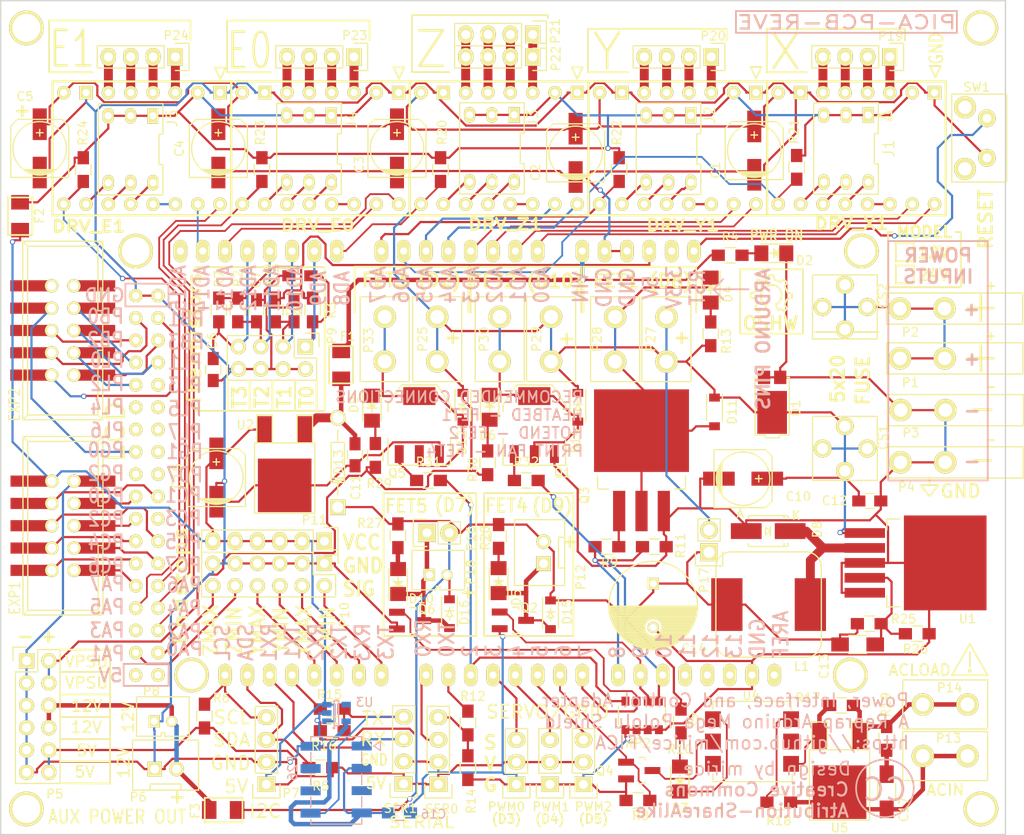
<source format=kicad_pcb>
(kicad_pcb (version 20171130) (host pcbnew "(5.1.12)-1")
  (layers (0 F.Cu signal) (31 B.Cu signal) (34 B.Paste user hide) (35 F.Paste user hide) (36 B.SilkS user hide) (37 F.SilkS user hide) (38 B.Mask user hide) (39 F.Mask user hide) (44 Edge.Cuts user))
  (net 0 "")
  (net 1 GND)
  (net 2 "Net-(SHIELD1-PadRST)")
  (net 3 "Net-(SHIELD1-PadAREF)")
  (net 4 "Net-(SHIELD1-Pad5V_4)")
  (net 5 "Net-(SHIELD1-Pad5V_5)")
  (net 6 "Net-(SHIELD1-Pad39)")
  (net 7 "Net-(SHIELD1-Pad40)")
  (net 8 "Net-(SHIELD1-Pad42)")
  (net 9 "Net-(SHIELD1-Pad43)")
  (net 10 "Net-(SHIELD1-Pad44)")
  (net 11 "Net-(SHIELD1-Pad45)")
  (net 12 X_STEP)
  (net 13 X_DIR)
  (net 14 X_EN)
  (net 15 THERM0)
  (net 16 +12V)
  (net 17 THERM2)
  (net 18 THERM1)
  (net 19 VCC)
  (net 20 Z_EN)
  (net 21 Y_DIR)
  (net 22 Y_STEP)
  (net 23 Y_EN)
  (net 24 E0_EN)
  (net 25 E0_STEP)
  (net 26 E0_DIR)
  (net 27 E1_EN)
  (net 28 E1_DIR)
  (net 29 E1_STEP)
  (net 30 Z_STEP)
  (net 31 Z_DIR)
  (net 32 "Net-(DRV_E0-Pad3)")
  (net 33 "Net-(DRV_E0-Pad4)")
  (net 34 "Net-(DRV_E0-Pad5)")
  (net 35 "Net-(DRV_E0-Pad6)")
  (net 36 "Net-(DRV_E0-Pad10)")
  (net 37 "Net-(DRV_E0-Pad11)")
  (net 38 "Net-(DRV_E0-Pad12)")
  (net 39 "Net-(DRV_E0-Pad13)")
  (net 40 "Net-(DRV_E1-Pad3)")
  (net 41 "Net-(DRV_E1-Pad4)")
  (net 42 "Net-(DRV_E1-Pad5)")
  (net 43 "Net-(DRV_E1-Pad6)")
  (net 44 "Net-(DRV_E1-Pad10)")
  (net 45 "Net-(DRV_E1-Pad11)")
  (net 46 "Net-(DRV_E1-Pad12)")
  (net 47 "Net-(DRV_E1-Pad13)")
  (net 48 "Net-(DRV_X1-Pad3)")
  (net 49 "Net-(DRV_X1-Pad4)")
  (net 50 "Net-(DRV_X1-Pad5)")
  (net 51 "Net-(DRV_X1-Pad6)")
  (net 52 "Net-(DRV_X1-Pad10)")
  (net 53 "Net-(DRV_X1-Pad11)")
  (net 54 "Net-(DRV_X1-Pad12)")
  (net 55 "Net-(DRV_X1-Pad13)")
  (net 56 "Net-(DRV_Y1-Pad3)")
  (net 57 "Net-(DRV_Y1-Pad4)")
  (net 58 "Net-(DRV_Y1-Pad5)")
  (net 59 "Net-(DRV_Y1-Pad6)")
  (net 60 "Net-(DRV_Y1-Pad10)")
  (net 61 "Net-(DRV_Y1-Pad11)")
  (net 62 "Net-(DRV_Y1-Pad12)")
  (net 63 "Net-(DRV_Y1-Pad13)")
  (net 64 "Net-(DRV_Z1-Pad3)")
  (net 65 "Net-(DRV_Z1-Pad4)")
  (net 66 "Net-(DRV_Z1-Pad5)")
  (net 67 "Net-(DRV_Z1-Pad6)")
  (net 68 "Net-(DRV_Z1-Pad10)")
  (net 69 "Net-(DRV_Z1-Pad11)")
  (net 70 "Net-(DRV_Z1-Pad12)")
  (net 71 "Net-(DRV_Z1-Pad13)")
  (net 72 THERM3)
  (net 73 "Net-(D2-Pad2)")
  (net 74 "Net-(D4-Pad2)")
  (net 75 "Net-(D5-Pad2)")
  (net 76 "Net-(D6-Pad2)")
  (net 77 /MISO)
  (net 78 /SCK)
  (net 79 /MOSI)
  (net 80 "Net-(EXP2-Pad9)")
  (net 81 "Net-(EXP2-Pad10)")
  (net 82 "Net-(Q3-Pad1)")
  (net 83 SDA)
  (net 84 SCL)
  (net 85 X_MIN)
  (net 86 BED_EN)
  (net 87 FAN_EN)
  (net 88 HOTEND_EN)
  (net 89 Y_MIN)
  (net 90 Z_MIN)
  (net 91 X_MAX)
  (net 92 Y_MAX)
  (net 93 Z_MAX)
  (net 94 /AM_VIN)
  (net 95 /VAA_IN)
  (net 96 +3V3)
  (net 97 /FB_ADJ)
  (net 98 "Net-(D8-Pad1)")
  (net 99 "Net-(D9-Pad2)")
  (net 100 "Net-(D10-Pad2)")
  (net 101 PWM0)
  (net 102 PWM1)
  (net 103 PWM2)
  (net 104 "Net-(SHIELD1-PadAD15)")
  (net 105 "Net-(SHIELD1-Pad38)")
  (net 106 "Net-(SHIELD1-Pad46)")
  (net 107 /FE1_D)
  (net 108 /HE1_D)
  (net 109 /HE2_D)
  (net 110 /FE2_D)
  (net 111 /HE1_G)
  (net 112 /HE2_G)
  (net 113 +VPSU)
  (net 114 /SDSS)
  (net 115 /SD_CARD_DET)
  (net 116 LCD_BEEPER)
  (net 117 BTN_ENC)
  (net 118 LCD_EN)
  (net 119 LCD_RS)
  (net 120 LCD_D4)
  (net 121 LCD_D5)
  (net 122 LCD_D6)
  (net 123 LCD_D7)
  (net 124 BTN_EN1)
  (net 125 BTN_EN2)
  (net 126 "Net-(SHIELD1-Pad34)")
  (net 127 KILL_PIN)
  (net 128 RX1)
  (net 129 TX1)
  (net 130 "Net-(P14-Pad1)")
  (net 131 SSR_EN)
  (net 132 "Net-(D3-Pad2)")
  (net 133 "Net-(D3-Pad1)")
  (net 134 "Net-(SHIELD1-Pad25)")
  (net 135 "Net-(SHIELD1-Pad13)")
  (net 136 "Net-(M1-Pad1)")
  (net 137 "Net-(M2-Pad1)")
  (net 138 "Net-(M3-Pad1)")
  (net 139 "Net-(M4-Pad1)")
  (net 140 "Net-(Q4-Pad3)")
  (net 141 /Q3_D)
  (net 142 "Net-(R12-Pad1)")
  (net 143 TX0)
  (net 144 RX0)
  (net 145 FAN2_EN)
  (net 146 HOTEND2_EN)
  (net 147 "Net-(SHIELD1-Pad11)")
  (net 148 "Net-(SHIELD1-Pad12)")
  (net 149 "Net-(P26-Pad5)")
  (net 150 "Net-(P26-Pad6)")
  (net 151 /TX1_S)
  (net 152 "Net-(P26-Pad4)")
  (net 153 "Net-(C16-Pad1)")
  (net 154 /DRV_VCC)
  (net 155 "Net-(F1-Pad2)")
  (net 156 "Net-(R17-Pad1)")
  (net 157 "Net-(R18-Pad2)")
  (net 158 "Net-(C17-Pad1)")
  (net 159 "Net-(C17-Pad2)")
  (net 160 "Net-(F3-Pad1)")
  (net 161 +5VL)
  (module RAMPZ:MEGA_NOLINES (layer F.Cu) (at 216.662 73.66 180)
    (fp_text reference SHIELD1 hide)
    (fp_text value ARDUINO_MEGA_SHIELD hide)
    (pad 14 thru_hole oval (at 68.58 -50.8 270) (size 2.54 1.524) (drill 0.8128) (layers *.Cu *.Mask F.SilkS) (net 85 X_MIN))
    (pad 15 thru_hole oval (at 71.12 -50.8 270) (size 2.54 1.524) (drill 0.8128) (layers *.Cu *.Mask F.SilkS) (net 91 X_MAX))
    (pad 16 thru_hole oval (at 73.66 -50.8 270) (size 2.54 1.524) (drill 0.8128) (layers *.Cu *.Mask F.SilkS) (net 89 Y_MIN))
    (pad 17 thru_hole oval (at 76.2 -50.8 270) (size 2.54 1.524) (drill 0.8128) (layers *.Cu *.Mask F.SilkS) (net 92 Y_MAX))
    (pad 18 thru_hole oval (at 78.74 -50.8 270) (size 2.54 1.524) (drill 0.8128) (layers *.Cu *.Mask F.SilkS) (net 129 TX1))
    (pad 19 thru_hole oval (at 81.28 -50.8 270) (size 2.54 1.524) (drill 0.8128) (layers *.Cu *.Mask F.SilkS) (net 128 RX1))
    (pad 20 thru_hole oval (at 83.82 -50.8 270) (size 2.54 1.524) (drill 0.8128) (layers *.Cu *.Mask F.SilkS) (net 83 SDA))
    (pad 21 thru_hole oval (at 86.36 -50.8 270) (size 2.54 1.524) (drill 0.8128) (layers *.Cu *.Mask F.SilkS) (net 84 SCL))
    (pad AD15 thru_hole oval (at 91.44 -2.54 270) (size 2.54 1.524) (drill 0.8128) (layers *.Cu *.Mask F.SilkS) (net 104 "Net-(SHIELD1-PadAD15)"))
    (pad AD14 thru_hole oval (at 88.9 -2.54 270) (size 2.54 1.524) (drill 0.8128) (layers *.Cu *.Mask F.SilkS) (net 29 E1_STEP))
    (pad AD13 thru_hole oval (at 86.36 -2.54 270) (size 2.54 1.524) (drill 0.8128) (layers *.Cu *.Mask F.SilkS) (net 25 E0_STEP))
    (pad AD12 thru_hole oval (at 83.82 -2.54 270) (size 2.54 1.524) (drill 0.8128) (layers *.Cu *.Mask F.SilkS) (net 72 THERM3))
    (pad AD8 thru_hole oval (at 73.66 -2.54 270) (size 2.54 1.524) (drill 0.8128) (layers *.Cu *.Mask F.SilkS) (net 20 Z_EN))
    (pad AD7 thru_hole oval (at 68.58 -2.54 270) (size 2.54 1.524) (drill 0.8128) (layers *.Cu *.Mask F.SilkS) (net 23 Y_EN))
    (pad AD6 thru_hole oval (at 66.04 -2.54 270) (size 2.54 1.524) (drill 0.8128) (layers *.Cu *.Mask F.SilkS) (net 14 X_EN))
    (pad AD9 thru_hole oval (at 76.2 -2.54 270) (size 2.54 1.524) (drill 0.8128) (layers *.Cu *.Mask F.SilkS) (net 15 THERM0))
    (pad AD10 thru_hole oval (at 78.74 -2.54 270) (size 2.54 1.524) (drill 0.8128) (layers *.Cu *.Mask F.SilkS) (net 18 THERM1))
    (pad AD11 thru_hole oval (at 81.28 -2.54 270) (size 2.54 1.524) (drill 0.8128) (layers *.Cu *.Mask F.SilkS) (net 17 THERM2))
    (pad AD5 thru_hole oval (at 63.5 -2.54 270) (size 2.54 1.524) (drill 0.8128) (layers *.Cu *.Mask F.SilkS) (net 30 Z_STEP))
    (pad AD4 thru_hole oval (at 60.96 -2.54 270) (size 2.54 1.524) (drill 0.8128) (layers *.Cu *.Mask F.SilkS) (net 31 Z_DIR))
    (pad AD3 thru_hole oval (at 58.42 -2.54 270) (size 2.54 1.524) (drill 0.8128) (layers *.Cu *.Mask F.SilkS) (net 22 Y_STEP))
    (pad AD0 thru_hole oval (at 50.8 -2.54 270) (size 2.54 1.524) (drill 0.8128) (layers *.Cu *.Mask F.SilkS) (net 13 X_DIR))
    (pad AD1 thru_hole oval (at 53.34 -2.54 270) (size 2.54 1.524) (drill 0.8128) (layers *.Cu *.Mask F.SilkS) (net 12 X_STEP))
    (pad AD2 thru_hole oval (at 55.88 -2.54 270) (size 2.54 1.524) (drill 0.8128) (layers *.Cu *.Mask F.SilkS) (net 21 Y_DIR))
    (pad V_IN thru_hole oval (at 45.72 -2.54 270) (size 2.54 1.524) (drill 0.8128) (layers *.Cu *.Mask F.SilkS) (net 155 "Net-(F1-Pad2)"))
    (pad GND2 thru_hole oval (at 43.18 -2.54 270) (size 2.54 1.524) (drill 0.8128) (layers *.Cu *.Mask F.SilkS) (net 1 GND))
    (pad GND1 thru_hole oval (at 40.64 -2.54 270) (size 2.54 1.524) (drill 0.8128) (layers *.Cu *.Mask F.SilkS) (net 1 GND))
    (pad 3V3 thru_hole oval (at 35.56 -2.54 270) (size 2.54 1.524) (drill 0.8128) (layers *.Cu *.Mask F.SilkS) (net 96 +3V3))
    (pad RST thru_hole oval (at 33.02 -2.54 270) (size 2.54 1.524) (drill 0.8128) (layers *.Cu *.Mask F.SilkS) (net 2 "Net-(SHIELD1-PadRST)"))
    (pad 0 thru_hole oval (at 63.5 -50.8 270) (size 2.54 1.524) (drill 0.8128) (layers *.Cu *.Mask F.SilkS) (net 144 RX0))
    (pad 1 thru_hole oval (at 60.96 -50.8 270) (size 2.54 1.524) (drill 0.8128) (layers *.Cu *.Mask F.SilkS) (net 143 TX0))
    (pad 2 thru_hole oval (at 58.42 -50.8 270) (size 2.54 1.524) (drill 0.8128) (layers *.Cu *.Mask F.SilkS) (net 146 HOTEND2_EN))
    (pad 3 thru_hole oval (at 55.88 -50.8 270) (size 2.54 1.524) (drill 0.8128) (layers *.Cu *.Mask F.SilkS) (net 101 PWM0))
    (pad 4 thru_hole oval (at 53.34 -50.8 270) (size 2.54 1.524) (drill 0.8128) (layers *.Cu *.Mask F.SilkS) (net 102 PWM1))
    (pad 5 thru_hole oval (at 50.8 -50.8 270) (size 2.54 1.524) (drill 0.8128) (layers *.Cu *.Mask F.SilkS) (net 103 PWM2))
    (pad 6 thru_hole oval (at 48.26 -50.8 270) (size 2.54 1.524) (drill 0.8128) (layers *.Cu *.Mask F.SilkS) (net 131 SSR_EN))
    (pad 7 thru_hole oval (at 45.72 -50.8 270) (size 2.54 1.524) (drill 0.8128) (layers *.Cu *.Mask F.SilkS) (net 145 FAN2_EN))
    (pad 8 thru_hole oval (at 41.656 -50.8 270) (size 2.54 1.524) (drill 0.8128) (layers *.Cu *.Mask F.SilkS) (net 86 BED_EN))
    (pad 9 thru_hole oval (at 39.116 -50.8 270) (size 2.54 1.524) (drill 0.8128) (layers *.Cu *.Mask F.SilkS) (net 87 FAN_EN))
    (pad 10 thru_hole oval (at 36.576 -50.8 270) (size 2.54 1.524) (drill 0.8128) (layers *.Cu *.Mask F.SilkS) (net 88 HOTEND_EN))
    (pad 11 thru_hole oval (at 34.036 -50.8 270) (size 2.54 1.524) (drill 0.8128) (layers *.Cu *.Mask F.SilkS) (net 147 "Net-(SHIELD1-Pad11)"))
    (pad 12 thru_hole oval (at 31.496 -50.8 270) (size 2.54 1.524) (drill 0.8128) (layers *.Cu *.Mask F.SilkS) (net 148 "Net-(SHIELD1-Pad12)"))
    (pad 13 thru_hole oval (at 28.956 -50.8 270) (size 2.54 1.524) (drill 0.8128) (layers *.Cu *.Mask F.SilkS) (net 135 "Net-(SHIELD1-Pad13)"))
    (pad GND3 thru_hole oval (at 26.416 -50.8 270) (size 2.54 1.524) (drill 0.8128) (layers *.Cu *.Mask F.SilkS) (net 1 GND))
    (pad AREF thru_hole oval (at 23.876 -50.8 270) (size 2.54 1.524) (drill 0.8128) (layers *.Cu *.Mask F.SilkS) (net 3 "Net-(SHIELD1-PadAREF)"))
    (pad 5V thru_hole oval (at 38.1 -2.54 270) (size 2.54 1.524) (drill 0.8128) (layers *.Cu *.Mask F.SilkS) (net 161 +5VL))
    (pad "" np_thru_hole circle (at 96.52 -2.54 270) (size 3.937 3.937) (drill 3.175) (layers *.Cu *.Mask F.SilkS))
    (pad "" np_thru_hole circle (at 90.17 -50.8 270) (size 3.937 3.937) (drill 3.175) (layers *.Cu *.Mask F.SilkS))
    (pad "" np_thru_hole circle (at 15.24 -50.8 270) (size 3.937 3.937) (drill 3.175) (layers *.Cu *.Mask F.SilkS))
    (pad "" np_thru_hole circle (at 13.97 -2.54 270) (size 3.937 3.937) (drill 3.175) (layers *.Cu *.Mask F.SilkS))
    (pad 22 thru_hole circle (at 93.98 -48.26 180) (size 1.524 1.524) (drill 0.8128) (layers *.Cu *.Mask F.SilkS) (net 93 Z_MAX))
    (pad 23 thru_hole circle (at 96.52 -48.26 180) (size 1.524 1.524) (drill 0.8128) (layers *.Cu *.Mask F.SilkS) (net 90 Z_MIN))
    (pad 24 thru_hole circle (at 93.98 -45.72 180) (size 1.524 1.524) (drill 0.8128) (layers *.Cu *.Mask F.SilkS) (net 26 E0_DIR))
    (pad 25 thru_hole circle (at 96.52 -45.72 180) (size 1.524 1.524) (drill 0.8128) (layers *.Cu *.Mask F.SilkS) (net 134 "Net-(SHIELD1-Pad25)"))
    (pad 26 thru_hole circle (at 93.98 -43.18 180) (size 1.524 1.524) (drill 0.8128) (layers *.Cu *.Mask F.SilkS) (net 24 E0_EN))
    (pad 27 thru_hole circle (at 96.52 -43.18 180) (size 1.524 1.524) (drill 0.8128) (layers *.Cu *.Mask F.SilkS) (net 27 E1_EN))
    (pad 28 thru_hole circle (at 93.98 -40.64 180) (size 1.524 1.524) (drill 0.8128) (layers *.Cu *.Mask F.SilkS) (net 28 E1_DIR))
    (pad 29 thru_hole circle (at 96.52 -40.64 180) (size 1.524 1.524) (drill 0.8128) (layers *.Cu *.Mask F.SilkS) (net 116 LCD_BEEPER))
    (pad 5V_4 thru_hole circle (at 93.98 -50.8 180) (size 1.524 1.524) (drill 0.8128) (layers *.Cu *.Mask F.SilkS) (net 4 "Net-(SHIELD1-Pad5V_4)"))
    (pad 5V_5 thru_hole circle (at 96.52 -50.8 180) (size 1.524 1.524) (drill 0.8128) (layers *.Cu *.Mask F.SilkS) (net 5 "Net-(SHIELD1-Pad5V_5)"))
    (pad 31 thru_hole circle (at 96.52 -38.1 180) (size 1.524 1.524) (drill 0.8128) (layers *.Cu *.Mask F.SilkS) (net 117 BTN_ENC))
    (pad 30 thru_hole circle (at 93.98 -38.1 180) (size 1.524 1.524) (drill 0.8128) (layers *.Cu *.Mask F.SilkS) (net 118 LCD_EN))
    (pad 32 thru_hole circle (at 93.98 -35.56 180) (size 1.524 1.524) (drill 0.8128) (layers *.Cu *.Mask F.SilkS) (net 121 LCD_D5))
    (pad 33 thru_hole circle (at 96.52 -35.56 180) (size 1.524 1.524) (drill 0.8128) (layers *.Cu *.Mask F.SilkS) (net 119 LCD_RS))
    (pad 34 thru_hole circle (at 93.98 -33.02 180) (size 1.524 1.524) (drill 0.8128) (layers *.Cu *.Mask F.SilkS) (net 126 "Net-(SHIELD1-Pad34)"))
    (pad 35 thru_hole circle (at 96.52 -33.02 180) (size 1.524 1.524) (drill 0.8128) (layers *.Cu *.Mask F.SilkS) (net 120 LCD_D4))
    (pad 36 thru_hole circle (at 93.98 -30.48 180) (size 1.524 1.524) (drill 0.8128) (layers *.Cu *.Mask F.SilkS) (net 123 LCD_D7))
    (pad 37 thru_hole circle (at 96.52 -30.48 180) (size 1.524 1.524) (drill 0.8128) (layers *.Cu *.Mask F.SilkS) (net 122 LCD_D6))
    (pad 38 thru_hole circle (at 93.98 -27.94 180) (size 1.524 1.524) (drill 0.8128) (layers *.Cu *.Mask F.SilkS) (net 105 "Net-(SHIELD1-Pad38)"))
    (pad 39 thru_hole circle (at 96.52 -27.94 180) (size 1.524 1.524) (drill 0.8128) (layers *.Cu *.Mask F.SilkS) (net 6 "Net-(SHIELD1-Pad39)"))
    (pad 40 thru_hole circle (at 93.98 -25.4 180) (size 1.524 1.524) (drill 0.8128) (layers *.Cu *.Mask F.SilkS) (net 7 "Net-(SHIELD1-Pad40)"))
    (pad 41 thru_hole circle (at 96.52 -25.4 180) (size 1.524 1.524) (drill 0.8128) (layers *.Cu *.Mask F.SilkS) (net 127 KILL_PIN))
    (pad 42 thru_hole circle (at 93.98 -22.86 180) (size 1.524 1.524) (drill 0.8128) (layers *.Cu *.Mask F.SilkS) (net 8 "Net-(SHIELD1-Pad42)"))
    (pad 43 thru_hole circle (at 96.52 -22.86 180) (size 1.524 1.524) (drill 0.8128) (layers *.Cu *.Mask F.SilkS) (net 9 "Net-(SHIELD1-Pad43)"))
    (pad 44 thru_hole circle (at 93.98 -20.32 180) (size 1.524 1.524) (drill 0.8128) (layers *.Cu *.Mask F.SilkS) (net 10 "Net-(SHIELD1-Pad44)"))
    (pad 45 thru_hole circle (at 96.52 -20.32 180) (size 1.524 1.524) (drill 0.8128) (layers *.Cu *.Mask F.SilkS) (net 11 "Net-(SHIELD1-Pad45)"))
    (pad 46 thru_hole circle (at 93.98 -17.78 180) (size 1.524 1.524) (drill 0.8128) (layers *.Cu *.Mask F.SilkS) (net 106 "Net-(SHIELD1-Pad46)"))
    (pad 47 thru_hole circle (at 96.52 -17.78 180) (size 1.524 1.524) (drill 0.8128) (layers *.Cu *.Mask F.SilkS) (net 124 BTN_EN1))
    (pad 48 thru_hole circle (at 93.98 -15.24 180) (size 1.524 1.524) (drill 0.8128) (layers *.Cu *.Mask F.SilkS) (net 125 BTN_EN2))
    (pad 49 thru_hole circle (at 96.52 -15.24 180) (size 1.524 1.524) (drill 0.8128) (layers *.Cu *.Mask F.SilkS) (net 115 /SD_CARD_DET))
    (pad 50 thru_hole circle (at 93.98 -12.7 180) (size 1.524 1.524) (drill 0.8128) (layers *.Cu *.Mask F.SilkS) (net 77 /MISO))
    (pad 51 thru_hole circle (at 96.52 -12.7 180) (size 1.524 1.524) (drill 0.8128) (layers *.Cu *.Mask F.SilkS) (net 79 /MOSI))
    (pad 52 thru_hole circle (at 93.98 -10.16 180) (size 1.524 1.524) (drill 0.8128) (layers *.Cu *.Mask F.SilkS) (net 78 /SCK))
    (pad 53 thru_hole circle (at 96.52 -10.16 180) (size 1.524 1.524) (drill 0.8128) (layers *.Cu *.Mask F.SilkS) (net 114 /SDSS))
    (pad GND4 thru_hole circle (at 93.98 -7.62 180) (size 1.524 1.524) (drill 0.8128) (layers *.Cu *.Mask F.SilkS) (net 1 GND))
    (pad GND5 thru_hole circle (at 96.52 -7.62 180) (size 1.524 1.524) (drill 0.8128) (layers *.Cu *.Mask F.SilkS) (net 1 GND))
  )
  (module SWDIP8_.6W:SWDIP8_.6W (layer F.Cu) (at 141.16 64.516 180)
    (fp_text reference DRV_E0 (at 0.3175 -8.763) (layer F.SilkS) (effects (font (size 1.27 1.524) (thickness 0.3048))))
    (fp_text value POLOLU_A4988 hide)
    (pad 1 thru_hole rect (at -8.89 6.35 180) (size 1.524 1.524) (drill 0.8128) (layers *.Cu *.Mask F.SilkS) (net 1 GND))
    (pad 2 thru_hole circle (at -6.35 6.35 180) (size 1.524 1.524) (drill 0.8128) (layers *.Cu *.Mask F.SilkS) (net 154 /DRV_VCC))
    (pad 3 thru_hole circle (at -3.81 6.35 180) (size 1.524 1.524) (drill 0.8128) (layers *.Cu *.Mask F.SilkS) (net 32 "Net-(DRV_E0-Pad3)"))
    (pad 4 thru_hole circle (at -1.27 6.35 180) (size 1.524 1.524) (drill 0.8128) (layers *.Cu *.Mask F.SilkS) (net 33 "Net-(DRV_E0-Pad4)"))
    (pad 5 thru_hole circle (at 1.27 6.35 180) (size 1.524 1.524) (drill 0.8128) (layers *.Cu *.Mask F.SilkS) (net 34 "Net-(DRV_E0-Pad5)"))
    (pad 6 thru_hole circle (at 3.81 6.35 180) (size 1.524 1.524) (drill 0.8128) (layers *.Cu *.Mask F.SilkS) (net 35 "Net-(DRV_E0-Pad6)"))
    (pad 7 thru_hole rect (at 6.35 6.35 180) (size 1.524 1.524) (drill 0.8128) (layers *.Cu *.Mask F.SilkS) (net 1 GND))
    (pad 8 thru_hole circle (at 8.89 6.35 180) (size 1.524 1.524) (drill 0.8128) (layers *.Cu *.Mask F.SilkS) (net 113 +VPSU))
    (pad 9 thru_hole circle (at 8.89 -6.35 180) (size 1.524 1.524) (drill 0.8128) (layers *.Cu *.Mask F.SilkS) (net 24 E0_EN))
    (pad 10 thru_hole circle (at 6.35 -6.35 180) (size 1.524 1.524) (drill 0.8128) (layers *.Cu *.Mask F.SilkS) (net 36 "Net-(DRV_E0-Pad10)"))
    (pad 11 thru_hole circle (at 3.81 -6.35 180) (size 1.524 1.524) (drill 0.8128) (layers *.Cu *.Mask F.SilkS) (net 37 "Net-(DRV_E0-Pad11)"))
    (pad 12 thru_hole circle (at 1.27 -6.35 180) (size 1.524 1.524) (drill 0.8128) (layers *.Cu *.Mask F.SilkS) (net 38 "Net-(DRV_E0-Pad12)"))
    (pad 13 thru_hole circle (at -1.27 -6.35 180) (size 1.524 1.524) (drill 0.8128) (layers *.Cu *.Mask F.SilkS) (net 39 "Net-(DRV_E0-Pad13)"))
    (pad 14 thru_hole circle (at -3.81 -6.35 180) (size 1.524 1.524) (drill 0.8128) (layers *.Cu *.Mask F.SilkS) (net 39 "Net-(DRV_E0-Pad13)"))
    (pad 15 thru_hole circle (at -6.35 -6.35 180) (size 1.524 1.524) (drill 0.8128) (layers *.Cu *.Mask F.SilkS) (net 25 E0_STEP))
    (pad 16 thru_hole circle (at -8.89 -6.35 180) (size 1.524 1.524) (drill 0.8128) (layers *.Cu *.Mask F.SilkS) (net 26 E0_DIR))
  )
  (module RAMPZ:PINHEADER_2X4_SMD (layer B.Cu) (at 143.281 128.372 180)
    (fp_text reference P26 (at 5.3086 -6.6802 270) (layer B.SilkS) (effects (justify mirror)))
    (fp_text value CONN_02X04 hide)
    (pad 1 smd rect (at -2.5654 -4.1656 180) (size 2.286 1.016) (layers B.Cu B.Paste B.Mask) (net 128 RX1))
    (pad 2 smd rect (at 3.2512 -4.191 180) (size 2.286 1.016) (layers B.Cu B.Paste B.Mask) (net 1 GND))
    (pad 3 smd rect (at -2.5654 -6.7056 180) (size 2.286 1.016) (layers B.Cu B.Paste B.Mask) (net 153 "Net-(C16-Pad1)"))
    (pad 4 smd rect (at 3.2512 -6.731 180) (size 2.286 1.016) (layers B.Cu B.Paste B.Mask) (net 152 "Net-(P26-Pad4)"))
    (pad 5 smd rect (at -2.5654 -9.2456 180) (size 2.286 1.016) (layers B.Cu B.Paste B.Mask) (net 149 "Net-(P26-Pad5)"))
    (pad 6 smd rect (at 3.2512 -9.271 180) (size 2.286 1.016) (layers B.Cu B.Paste B.Mask) (net 150 "Net-(P26-Pad6)"))
    (pad 7 smd rect (at -2.5654 -11.7856 180) (size 2.286 1.016) (layers B.Cu B.Paste B.Mask) (net 153 "Net-(C16-Pad1)"))
    (pad 8 smd rect (at 3.2512 -11.811 180) (size 2.286 1.016) (layers B.Cu B.Paste B.Mask) (net 151 /TX1_S))
  )
  (module RAMPZ:SPACE_CONN_VERT (layer F.Cu) (at 177.211 85.9914 270)
    (fp_text reference P28 (at 0.254 4.572 270) (layer F.SilkS))
    (fp_text value CONN_01X02 hide)
    (pad 1 thru_hole circle (at -2.286 2.54 270) (size 2.54 2.54) (drill 1.5748) (layers *.Cu *.Mask F.SilkS) (net 141 /Q3_D))
    (pad 2 thru_hole circle (at 2.794 2.54 270) (size 2.54 2.54) (drill 1.5748) (layers *.Cu *.Mask F.SilkS) (net 141 /Q3_D))
  )
  (module Capacitors_SMD:c_elec_6.3x5.8 (layer F.Cu) (at 189.23 102.108)
    (fp_text reference C10 (at 6.2865 2.032) (layer F.SilkS))
    (fp_text value 100UF hide)
    (pad 1 smd rect (at 2.75082 0) (size 3.59918 1.6002) (layers F.Cu F.Paste F.Mask) (net 113 +VPSU))
    (pad 2 smd rect (at -2.75082 0) (size 3.59918 1.6002) (layers F.Cu F.Paste F.Mask) (net 1 GND))
  )
  (module RAMPZ:RH127 (layer F.Cu) (at 194.882 115.443 180)
    (fp_text reference L1 (at -1.0033 -8.0264 180) (layer F.SilkS))
    (fp_text value 82uH)
    (pad 1 smd rect (at -2 -1 180) (size 3.556 6) (layers F.Cu F.Paste F.Mask) (net 98 "Net-(D8-Pad1)"))
    (pad 2 smd rect (at 7.5 -1 180) (size 3.556 6) (layers F.Cu F.Paste F.Mask) (net 16 +12V))
  )
  (module Capacitors_SMD:c_elec_6.3x5.8 (layer F.Cu) (at 129.311 101.981 90)
    (fp_text reference C15 (at 0.1778 -4.4958 270) (layer F.SilkS))
    (fp_text value 100UF hide)
    (pad 1 smd rect (at 2.75082 0 90) (size 3.59918 1.6002) (layers F.Cu F.Paste F.Mask) (net 19 VCC))
    (pad 2 smd rect (at -2.75082 0 90) (size 3.59918 1.6002) (layers F.Cu F.Paste F.Mask) (net 1 GND))
  )
  (module SWDIP8_.6W:SWDIP8_.6W (layer F.Cu) (at 161.48 64.516 180)
    (fp_text reference DRV_Z1 (at -0.6985 -8.636) (layer F.SilkS) (effects (font (size 1.27 1.524) (thickness 0.3048))))
    (fp_text value POLOLU_A4988 hide)
    (pad 1 thru_hole rect (at -8.89 6.35 180) (size 1.524 1.524) (drill 0.8128) (layers *.Cu *.Mask F.SilkS) (net 1 GND))
    (pad 2 thru_hole circle (at -6.35 6.35 180) (size 1.524 1.524) (drill 0.8128) (layers *.Cu *.Mask F.SilkS) (net 154 /DRV_VCC))
    (pad 3 thru_hole circle (at -3.81 6.35 180) (size 1.524 1.524) (drill 0.8128) (layers *.Cu *.Mask F.SilkS) (net 64 "Net-(DRV_Z1-Pad3)"))
    (pad 4 thru_hole circle (at -1.27 6.35 180) (size 1.524 1.524) (drill 0.8128) (layers *.Cu *.Mask F.SilkS) (net 65 "Net-(DRV_Z1-Pad4)"))
    (pad 5 thru_hole circle (at 1.27 6.35 180) (size 1.524 1.524) (drill 0.8128) (layers *.Cu *.Mask F.SilkS) (net 66 "Net-(DRV_Z1-Pad5)"))
    (pad 6 thru_hole circle (at 3.81 6.35 180) (size 1.524 1.524) (drill 0.8128) (layers *.Cu *.Mask F.SilkS) (net 67 "Net-(DRV_Z1-Pad6)"))
    (pad 7 thru_hole rect (at 6.35 6.35 180) (size 1.524 1.524) (drill 0.8128) (layers *.Cu *.Mask F.SilkS) (net 1 GND))
    (pad 8 thru_hole circle (at 8.89 6.35 180) (size 1.524 1.524) (drill 0.8128) (layers *.Cu *.Mask F.SilkS) (net 113 +VPSU))
    (pad 9 thru_hole circle (at 8.89 -6.35 180) (size 1.524 1.524) (drill 0.8128) (layers *.Cu *.Mask F.SilkS) (net 20 Z_EN))
    (pad 10 thru_hole circle (at 6.35 -6.35 180) (size 1.524 1.524) (drill 0.8128) (layers *.Cu *.Mask F.SilkS) (net 68 "Net-(DRV_Z1-Pad10)"))
    (pad 11 thru_hole circle (at 3.81 -6.35 180) (size 1.524 1.524) (drill 0.8128) (layers *.Cu *.Mask F.SilkS) (net 69 "Net-(DRV_Z1-Pad11)"))
    (pad 12 thru_hole circle (at 1.27 -6.35 180) (size 1.524 1.524) (drill 0.8128) (layers *.Cu *.Mask F.SilkS) (net 70 "Net-(DRV_Z1-Pad12)"))
    (pad 13 thru_hole circle (at -1.27 -6.35 180) (size 1.524 1.524) (drill 0.8128) (layers *.Cu *.Mask F.SilkS) (net 71 "Net-(DRV_Z1-Pad13)"))
    (pad 14 thru_hole circle (at -3.81 -6.35 180) (size 1.524 1.524) (drill 0.8128) (layers *.Cu *.Mask F.SilkS) (net 71 "Net-(DRV_Z1-Pad13)"))
    (pad 15 thru_hole circle (at -6.35 -6.35 180) (size 1.524 1.524) (drill 0.8128) (layers *.Cu *.Mask F.SilkS) (net 30 Z_STEP))
    (pad 16 thru_hole circle (at -8.89 -6.35 180) (size 1.524 1.524) (drill 0.8128) (layers *.Cu *.Mask F.SilkS) (net 31 Z_DIR))
  )
  (module SWDIP8_.6W:SWDIP8_.6W (layer F.Cu) (at 202.12 64.516 180)
    (fp_text reference DRV_X1 (at 0.5461 -8.5852) (layer F.SilkS) (effects (font (size 1.27 1.524) (thickness 0.3048))))
    (fp_text value POLOLU_A4988 hide)
    (pad 1 thru_hole rect (at -8.89 6.35 180) (size 1.524 1.524) (drill 0.8128) (layers *.Cu *.Mask F.SilkS) (net 1 GND))
    (pad 2 thru_hole circle (at -6.35 6.35 180) (size 1.524 1.524) (drill 0.8128) (layers *.Cu *.Mask F.SilkS) (net 154 /DRV_VCC))
    (pad 3 thru_hole circle (at -3.81 6.35 180) (size 1.524 1.524) (drill 0.8128) (layers *.Cu *.Mask F.SilkS) (net 48 "Net-(DRV_X1-Pad3)"))
    (pad 4 thru_hole circle (at -1.27 6.35 180) (size 1.524 1.524) (drill 0.8128) (layers *.Cu *.Mask F.SilkS) (net 49 "Net-(DRV_X1-Pad4)"))
    (pad 5 thru_hole circle (at 1.27 6.35 180) (size 1.524 1.524) (drill 0.8128) (layers *.Cu *.Mask F.SilkS) (net 50 "Net-(DRV_X1-Pad5)"))
    (pad 6 thru_hole circle (at 3.81 6.35 180) (size 1.524 1.524) (drill 0.8128) (layers *.Cu *.Mask F.SilkS) (net 51 "Net-(DRV_X1-Pad6)"))
    (pad 7 thru_hole rect (at 6.35 6.35 180) (size 1.524 1.524) (drill 0.8128) (layers *.Cu *.Mask F.SilkS) (net 1 GND))
    (pad 8 thru_hole circle (at 8.89 6.35 180) (size 1.524 1.524) (drill 0.8128) (layers *.Cu *.Mask F.SilkS) (net 113 +VPSU))
    (pad 9 thru_hole circle (at 8.89 -6.35 180) (size 1.524 1.524) (drill 0.8128) (layers *.Cu *.Mask F.SilkS) (net 14 X_EN))
    (pad 10 thru_hole circle (at 6.35 -6.35 180) (size 1.524 1.524) (drill 0.8128) (layers *.Cu *.Mask F.SilkS) (net 52 "Net-(DRV_X1-Pad10)"))
    (pad 11 thru_hole circle (at 3.81 -6.35 180) (size 1.524 1.524) (drill 0.8128) (layers *.Cu *.Mask F.SilkS) (net 53 "Net-(DRV_X1-Pad11)"))
    (pad 12 thru_hole circle (at 1.27 -6.35 180) (size 1.524 1.524) (drill 0.8128) (layers *.Cu *.Mask F.SilkS) (net 54 "Net-(DRV_X1-Pad12)"))
    (pad 13 thru_hole circle (at -1.27 -6.35 180) (size 1.524 1.524) (drill 0.8128) (layers *.Cu *.Mask F.SilkS) (net 55 "Net-(DRV_X1-Pad13)"))
    (pad 14 thru_hole circle (at -3.81 -6.35 180) (size 1.524 1.524) (drill 0.8128) (layers *.Cu *.Mask F.SilkS) (net 55 "Net-(DRV_X1-Pad13)"))
    (pad 15 thru_hole circle (at -6.35 -6.35 180) (size 1.524 1.524) (drill 0.8128) (layers *.Cu *.Mask F.SilkS) (net 12 X_STEP))
    (pad 16 thru_hole circle (at -8.89 -6.35 180) (size 1.524 1.524) (drill 0.8128) (layers *.Cu *.Mask F.SilkS) (net 13 X_DIR))
  )
  (module Diodes_SMD:SOD-123 (layer F.Cu) (at 155.829 117.475 270)
    (fp_text reference D16 (at -0.127 -1.7145 90) (layer F.SilkS))
    (fp_text value MBR0560 hide)
    (pad 1 smd rect (at -1.635 0 270) (size 0.91 1.22) (layers F.Cu F.Paste F.Mask) (net 16 +12V))
    (pad 2 smd rect (at 1.635 0 270) (size 0.91 1.22) (layers F.Cu F.Paste F.Mask) (net 110 /FE2_D))
  )
  (module RAMPZ:SPADE_CONN_RT (layer F.Cu) (at 212.141 77.6732)
    (fp_text reference P2 (at -3.87604 7.76732) (layer F.SilkS))
    (fp_text value 36-4966-ND hide)
    (pad 2 thru_hole circle (at -5.08 5.08) (size 2.54 2.54) (drill 1.524) (layers *.Cu *.Mask F.SilkS) (net 95 /VAA_IN))
    (pad 1 thru_hole circle (at 0 5.08) (size 2.54 2.54) (drill 1.524) (layers *.Cu *.Mask F.SilkS) (net 95 /VAA_IN))
  )
  (module RAMPZ:SPADE_CONN_RT (layer F.Cu) (at 212.166 83.3374)
    (fp_text reference P1 (at -3.90144 7.83336) (layer F.SilkS))
    (fp_text value 36-4966-ND hide)
    (pad 2 thru_hole circle (at -5.08 5.08) (size 2.54 2.54) (drill 1.524) (layers *.Cu *.Mask F.SilkS) (net 95 /VAA_IN))
    (pad 1 thru_hole circle (at 0 5.08) (size 2.54 2.54) (drill 1.524) (layers *.Cu *.Mask F.SilkS) (net 95 /VAA_IN))
  )
  (module RAMPZ:SPADE_CONN_RT (layer F.Cu) (at 212.242 89.2302)
    (fp_text reference P3 (at -3.92176 7.66572) (layer F.SilkS))
    (fp_text value 36-4966-ND hide)
    (pad 2 thru_hole circle (at -5.08 5.08) (size 2.54 2.54) (drill 1.524) (layers *.Cu *.Mask F.SilkS) (net 1 GND))
    (pad 1 thru_hole circle (at 0 5.08) (size 2.54 2.54) (drill 1.524) (layers *.Cu *.Mask F.SilkS) (net 1 GND))
  )
  (module SWDIP8_.6W:SWDIP8_.6W (layer F.Cu) (at 120.84 64.516 180)
    (fp_text reference DRV_E1 (at 6.0325 -8.89) (layer F.SilkS) (effects (font (size 1.27 1.524) (thickness 0.3048))))
    (fp_text value POLOLU_A4988 hide)
    (pad 1 thru_hole rect (at -8.89 6.35 180) (size 1.524 1.524) (drill 0.8128) (layers *.Cu *.Mask F.SilkS) (net 1 GND))
    (pad 2 thru_hole circle (at -6.35 6.35 180) (size 1.524 1.524) (drill 0.8128) (layers *.Cu *.Mask F.SilkS) (net 154 /DRV_VCC))
    (pad 3 thru_hole circle (at -3.81 6.35 180) (size 1.524 1.524) (drill 0.8128) (layers *.Cu *.Mask F.SilkS) (net 40 "Net-(DRV_E1-Pad3)"))
    (pad 4 thru_hole circle (at -1.27 6.35 180) (size 1.524 1.524) (drill 0.8128) (layers *.Cu *.Mask F.SilkS) (net 41 "Net-(DRV_E1-Pad4)"))
    (pad 5 thru_hole circle (at 1.27 6.35 180) (size 1.524 1.524) (drill 0.8128) (layers *.Cu *.Mask F.SilkS) (net 42 "Net-(DRV_E1-Pad5)"))
    (pad 6 thru_hole circle (at 3.81 6.35 180) (size 1.524 1.524) (drill 0.8128) (layers *.Cu *.Mask F.SilkS) (net 43 "Net-(DRV_E1-Pad6)"))
    (pad 7 thru_hole rect (at 6.35 6.35 180) (size 1.524 1.524) (drill 0.8128) (layers *.Cu *.Mask F.SilkS) (net 1 GND))
    (pad 8 thru_hole circle (at 8.89 6.35 180) (size 1.524 1.524) (drill 0.8128) (layers *.Cu *.Mask F.SilkS) (net 113 +VPSU))
    (pad 9 thru_hole circle (at 8.89 -6.35 180) (size 1.524 1.524) (drill 0.8128) (layers *.Cu *.Mask F.SilkS) (net 27 E1_EN))
    (pad 10 thru_hole circle (at 6.35 -6.35 180) (size 1.524 1.524) (drill 0.8128) (layers *.Cu *.Mask F.SilkS) (net 44 "Net-(DRV_E1-Pad10)"))
    (pad 11 thru_hole circle (at 3.81 -6.35 180) (size 1.524 1.524) (drill 0.8128) (layers *.Cu *.Mask F.SilkS) (net 45 "Net-(DRV_E1-Pad11)"))
    (pad 12 thru_hole circle (at 1.27 -6.35 180) (size 1.524 1.524) (drill 0.8128) (layers *.Cu *.Mask F.SilkS) (net 46 "Net-(DRV_E1-Pad12)"))
    (pad 13 thru_hole circle (at -1.27 -6.35 180) (size 1.524 1.524) (drill 0.8128) (layers *.Cu *.Mask F.SilkS) (net 47 "Net-(DRV_E1-Pad13)"))
    (pad 14 thru_hole circle (at -3.81 -6.35 180) (size 1.524 1.524) (drill 0.8128) (layers *.Cu *.Mask F.SilkS) (net 47 "Net-(DRV_E1-Pad13)"))
    (pad 15 thru_hole circle (at -6.35 -6.35 180) (size 1.524 1.524) (drill 0.8128) (layers *.Cu *.Mask F.SilkS) (net 29 E1_STEP))
    (pad 16 thru_hole circle (at -8.89 -6.35 180) (size 1.524 1.524) (drill 0.8128) (layers *.Cu *.Mask F.SilkS) (net 28 E1_DIR))
  )
  (module RAMPZ:SPACE_CONN_VERT (layer F.Cu) (at 183.053 85.9914 270)
    (fp_text reference P27 (at 0.254 4.318 270) (layer F.SilkS))
    (fp_text value CONN_01X02 hide)
    (pad 1 thru_hole circle (at -2.286 2.54 270) (size 2.54 2.54) (drill 1.5748) (layers *.Cu *.Mask F.SilkS) (net 113 +VPSU))
    (pad 2 thru_hole circle (at 2.794 2.54 270) (size 2.54 2.54) (drill 1.5748) (layers *.Cu *.Mask F.SilkS) (net 113 +VPSU))
  )
  (module SWDIP8_.6W:SWDIP8_.6W (layer F.Cu) (at 181.8 64.516 180)
    (fp_text reference DRV_Y1 (at -0.5715 -8.763) (layer F.SilkS) (effects (font (size 1.27 1.524) (thickness 0.3048))))
    (fp_text value POLOLU_A4988 hide)
    (pad 1 thru_hole rect (at -8.89 6.35 180) (size 1.524 1.524) (drill 0.8128) (layers *.Cu *.Mask F.SilkS) (net 1 GND))
    (pad 2 thru_hole circle (at -6.35 6.35 180) (size 1.524 1.524) (drill 0.8128) (layers *.Cu *.Mask F.SilkS) (net 154 /DRV_VCC))
    (pad 3 thru_hole circle (at -3.81 6.35 180) (size 1.524 1.524) (drill 0.8128) (layers *.Cu *.Mask F.SilkS) (net 56 "Net-(DRV_Y1-Pad3)"))
    (pad 4 thru_hole circle (at -1.27 6.35 180) (size 1.524 1.524) (drill 0.8128) (layers *.Cu *.Mask F.SilkS) (net 57 "Net-(DRV_Y1-Pad4)"))
    (pad 5 thru_hole circle (at 1.27 6.35 180) (size 1.524 1.524) (drill 0.8128) (layers *.Cu *.Mask F.SilkS) (net 58 "Net-(DRV_Y1-Pad5)"))
    (pad 6 thru_hole circle (at 3.81 6.35 180) (size 1.524 1.524) (drill 0.8128) (layers *.Cu *.Mask F.SilkS) (net 59 "Net-(DRV_Y1-Pad6)"))
    (pad 7 thru_hole rect (at 6.35 6.35 180) (size 1.524 1.524) (drill 0.8128) (layers *.Cu *.Mask F.SilkS) (net 1 GND))
    (pad 8 thru_hole circle (at 8.89 6.35 180) (size 1.524 1.524) (drill 0.8128) (layers *.Cu *.Mask F.SilkS) (net 113 +VPSU))
    (pad 9 thru_hole circle (at 8.89 -6.35 180) (size 1.524 1.524) (drill 0.8128) (layers *.Cu *.Mask F.SilkS) (net 23 Y_EN))
    (pad 10 thru_hole circle (at 6.35 -6.35 180) (size 1.524 1.524) (drill 0.8128) (layers *.Cu *.Mask F.SilkS) (net 60 "Net-(DRV_Y1-Pad10)"))
    (pad 11 thru_hole circle (at 3.81 -6.35 180) (size 1.524 1.524) (drill 0.8128) (layers *.Cu *.Mask F.SilkS) (net 61 "Net-(DRV_Y1-Pad11)"))
    (pad 12 thru_hole circle (at 1.27 -6.35 180) (size 1.524 1.524) (drill 0.8128) (layers *.Cu *.Mask F.SilkS) (net 62 "Net-(DRV_Y1-Pad12)"))
    (pad 13 thru_hole circle (at -1.27 -6.35 180) (size 1.524 1.524) (drill 0.8128) (layers *.Cu *.Mask F.SilkS) (net 63 "Net-(DRV_Y1-Pad13)"))
    (pad 14 thru_hole circle (at -3.81 -6.35 180) (size 1.524 1.524) (drill 0.8128) (layers *.Cu *.Mask F.SilkS) (net 63 "Net-(DRV_Y1-Pad13)"))
    (pad 15 thru_hole circle (at -6.35 -6.35 180) (size 1.524 1.524) (drill 0.8128) (layers *.Cu *.Mask F.SilkS) (net 22 Y_STEP))
    (pad 16 thru_hole circle (at -8.89 -6.35 180) (size 1.524 1.524) (drill 0.8128) (layers *.Cu *.Mask F.SilkS) (net 21 Y_DIR))
  )
  (module Capacitors_SMD:c_elec_6.3x5.8 (layer F.Cu) (at 190.5 64.77 90)
    (fp_text reference C1 (at -2.2352 -4.3942 90) (layer F.SilkS))
    (fp_text value 100UF hide)
    (pad 1 smd rect (at 2.75082 0 90) (size 3.59918 1.6002) (layers F.Cu F.Paste F.Mask) (net 113 +VPSU))
    (pad 2 smd rect (at -2.75082 0 90) (size 3.59918 1.6002) (layers F.Cu F.Paste F.Mask) (net 1 GND))
  )
  (module Capacitors_SMD:c_elec_6.3x5.8 (layer F.Cu) (at 170.18 65.024 90)
    (fp_text reference C2 (at -2.2352 -4.5466 90) (layer F.SilkS))
    (fp_text value 100UF hide)
    (pad 1 smd rect (at 2.75082 0 90) (size 3.59918 1.6002) (layers F.Cu F.Paste F.Mask) (net 113 +VPSU))
    (pad 2 smd rect (at -2.75082 0 90) (size 3.59918 1.6002) (layers F.Cu F.Paste F.Mask) (net 1 GND))
  )
  (module Capacitors_SMD:c_elec_6.3x5.8 (layer F.Cu) (at 149.86 64.516 90)
    (fp_text reference C3 (at -1.8288 -4.2926 90) (layer F.SilkS))
    (fp_text value 100UF hide)
    (pad 1 smd rect (at 2.75082 0 90) (size 3.59918 1.6002) (layers F.Cu F.Paste F.Mask) (net 113 +VPSU))
    (pad 2 smd rect (at -2.75082 0 90) (size 3.59918 1.6002) (layers F.Cu F.Paste F.Mask) (net 1 GND))
  )
  (module Capacitors_SMD:c_elec_6.3x5.8 (layer F.Cu) (at 129.54 64.516 90)
    (fp_text reference C4 (at 0 -4.445 90) (layer F.SilkS))
    (fp_text value 100UF hide)
    (pad 1 smd rect (at 2.75082 0 90) (size 3.59918 1.6002) (layers F.Cu F.Paste F.Mask) (net 113 +VPSU))
    (pad 2 smd rect (at -2.75082 0 90) (size 3.59918 1.6002) (layers F.Cu F.Paste F.Mask) (net 1 GND))
  )
  (module Capacitors_SMD:c_elec_6.3x5.8 (layer F.Cu) (at 109.22 64.516 90)
    (fp_text reference C5 (at 5.9182 -1.6764 180) (layer F.SilkS))
    (fp_text value 100UF hide)
    (pad 1 smd rect (at 2.75082 0 90) (size 3.59918 1.6002) (layers F.Cu F.Paste F.Mask) (net 113 +VPSU))
    (pad 2 smd rect (at -2.75082 0 90) (size 3.59918 1.6002) (layers F.Cu F.Paste F.Mask) (net 1 GND))
  )
  (module Capacitors_SMD:C_0805_HandSoldering (layer F.Cu) (at 128.956 89.6874 270)
    (fp_text reference C6 (at -3.2766 0.1016 270) (layer F.SilkS))
    (fp_text value .1UF hide)
    (pad 1 smd rect (at -1.25 0 270) (size 1.5 1.25) (layers F.Cu F.Paste F.Mask) (net 72 THERM3))
    (pad 2 smd rect (at 1.25 0 270) (size 1.5 1.25) (layers F.Cu F.Paste F.Mask) (net 1 GND))
  )
  (module Capacitors_SMD:C_0805_HandSoldering (layer F.Cu) (at 133.883 83.0072 90)
    (fp_text reference C7 (at 3.556 -0.0254 270) (layer F.SilkS))
    (fp_text value .1UF hide)
    (pad 1 smd rect (at -1.25 0 90) (size 1.5 1.25) (layers F.Cu F.Paste F.Mask) (net 17 THERM2))
    (pad 2 smd rect (at 1.25 0 90) (size 1.5 1.25) (layers F.Cu F.Paste F.Mask) (net 1 GND))
  )
  (module Capacitors_SMD:C_0805_HandSoldering (layer F.Cu) (at 138.151 83.0072 90)
    (fp_text reference C8 (at -0.0254 -0.127 180) (layer F.SilkS) (effects (font (size 0.762 0.9906))))
    (fp_text value .1UF hide)
    (pad 1 smd rect (at -1.25 0 90) (size 1.5 1.25) (layers F.Cu F.Paste F.Mask) (net 18 THERM1))
    (pad 2 smd rect (at 1.25 0 90) (size 1.5 1.25) (layers F.Cu F.Paste F.Mask) (net 1 GND))
  )
  (module Capacitors_SMD:C_0805_HandSoldering (layer F.Cu) (at 138.811 79.0194 180)
    (fp_text reference C9 (at 3.2004 0.7112 180) (layer F.SilkS))
    (fp_text value .1UF hide)
    (pad 1 smd rect (at -1.25 0 180) (size 1.5 1.25) (layers F.Cu F.Paste F.Mask) (net 15 THERM0))
    (pad 2 smd rect (at 1.25 0 180) (size 1.5 1.25) (layers F.Cu F.Paste F.Mask) (net 1 GND))
  )
  (module TO_SOT_Packages_SMD:SOT-223 (layer F.Cu) (at 165.481 96.012)
    (fp_text reference Q1 (at 3.2258 5.4356) (layer F.SilkS))
    (fp_text value IRFL024ZPbF hide)
    (pad 4 smd rect (at 0 -3.302) (size 3.6576 2.032) (layers F.Cu F.Paste F.Mask) (net 108 /HE1_D))
    (pad 2 smd rect (at 0 3.302) (size 1.016 2.032) (layers F.Cu F.Paste F.Mask) (net 108 /HE1_D))
    (pad 3 smd rect (at 2.286 3.302) (size 1.016 2.032) (layers F.Cu F.Paste F.Mask) (net 1 GND))
    (pad 1 smd rect (at -2.286 3.302) (size 1.016 2.032) (layers F.Cu F.Paste F.Mask) (net 111 /HE1_G))
  )
  (module Resistors_SMD:R_0805_HandSoldering (layer F.Cu) (at 179.134 109.855)
    (fp_text reference R11 (at 2.9845 -0.127 270) (layer F.SilkS))
    (fp_text value 100K hide)
    (pad 1 smd rect (at -1.35 0) (size 1.5 1.3) (layers F.Cu F.Paste F.Mask) (net 86 BED_EN))
    (pad 2 smd rect (at 1.35 0) (size 1.5 1.3) (layers F.Cu F.Paste F.Mask) (net 1 GND))
  )
  (module Resistors_SMD:R_0805_HandSoldering (layer F.Cu) (at 173.736 109.855 180)
    (fp_text reference R9 (at -0.3048 -1.8288) (layer F.SilkS))
    (fp_text value 50 hide)
    (pad 1 smd rect (at -1.35 0 180) (size 1.5 1.3) (layers F.Cu F.Paste F.Mask) (net 82 "Net-(Q3-Pad1)"))
    (pad 2 smd rect (at 1.35 0 180) (size 1.5 1.3) (layers F.Cu F.Paste F.Mask) (net 86 BED_EN))
  )
  (module RAMPZ:SPADE_CONN_RT (layer F.Cu) (at 212.217 95.1738)
    (fp_text reference P4 (at -4.39928 7.8994) (layer F.SilkS))
    (fp_text value 36-4966-ND hide)
    (pad 2 thru_hole circle (at -5.08 5.08) (size 2.54 2.54) (drill 1.524) (layers *.Cu *.Mask F.SilkS) (net 1 GND))
    (pad 1 thru_hole circle (at 0 5.08) (size 2.54 2.54) (drill 1.524) (layers *.Cu *.Mask F.SilkS) (net 1 GND))
  )
  (module Pin_Headers:Pin_Header_Straight_1x04 (layer F.Cu) (at 135.001 136.906 180)
    (fp_text reference P7 (at -2.794 -1.016 180) (layer F.SilkS))
    (fp_text value CONN_01X04 hide)
    (pad 1 thru_hole rect (at 0 0 180) (size 2.032 1.7272) (drill 1.016) (layers *.Cu *.Mask F.SilkS) (net 19 VCC))
    (pad 2 thru_hole oval (at 0 2.54 180) (size 2.032 1.7272) (drill 1.016) (layers *.Cu *.Mask F.SilkS) (net 1 GND))
    (pad 3 thru_hole oval (at 0 5.08 180) (size 2.032 1.7272) (drill 1.016) (layers *.Cu *.Mask F.SilkS) (net 83 SDA))
    (pad 4 thru_hole oval (at 0 7.62 180) (size 2.032 1.7272) (drill 1.016) (layers *.Cu *.Mask F.SilkS) (net 84 SCL))
  )
  (module Pin_Headers:Pin_Header_Straight_1x04 (layer F.Cu) (at 205.93 54.102 270)
    (fp_text reference P19 (at -2.3622 -0.0889) (layer F.SilkS))
    (fp_text value CONN_01X04 hide)
    (pad 1 thru_hole rect (at 0 0 270) (size 2.032 1.7272) (drill 1.016) (layers *.Cu *.Mask F.SilkS) (net 48 "Net-(DRV_X1-Pad3)"))
    (pad 2 thru_hole oval (at 0 2.54 270) (size 2.032 1.7272) (drill 1.016) (layers *.Cu *.Mask F.SilkS) (net 49 "Net-(DRV_X1-Pad4)"))
    (pad 3 thru_hole oval (at 0 5.08 270) (size 2.032 1.7272) (drill 1.016) (layers *.Cu *.Mask F.SilkS) (net 50 "Net-(DRV_X1-Pad5)"))
    (pad 4 thru_hole oval (at 0 7.62 270) (size 2.032 1.7272) (drill 1.016) (layers *.Cu *.Mask F.SilkS) (net 51 "Net-(DRV_X1-Pad6)"))
  )
  (module Pin_Headers:Pin_Header_Straight_1x04 (layer F.Cu) (at 185.61 54.102 270)
    (fp_text reference P20 (at -2.3876 -0.2159) (layer F.SilkS))
    (fp_text value CONN_01X04 hide)
    (pad 1 thru_hole rect (at 0 0 270) (size 2.032 1.7272) (drill 1.016) (layers *.Cu *.Mask F.SilkS) (net 56 "Net-(DRV_Y1-Pad3)"))
    (pad 2 thru_hole oval (at 0 2.54 270) (size 2.032 1.7272) (drill 1.016) (layers *.Cu *.Mask F.SilkS) (net 57 "Net-(DRV_Y1-Pad4)"))
    (pad 3 thru_hole oval (at 0 5.08 270) (size 2.032 1.7272) (drill 1.016) (layers *.Cu *.Mask F.SilkS) (net 58 "Net-(DRV_Y1-Pad5)"))
    (pad 4 thru_hole oval (at 0 7.62 270) (size 2.032 1.7272) (drill 1.016) (layers *.Cu *.Mask F.SilkS) (net 59 "Net-(DRV_Y1-Pad6)"))
  )
  (module Pin_Headers:Pin_Header_Straight_1x04 (layer F.Cu) (at 165.303 51.562 270)
    (fp_text reference P21 (at -0.4064 -2.5654 270) (layer F.SilkS))
    (fp_text value CONN_01X04 hide)
    (pad 1 thru_hole rect (at 0 0 270) (size 2.032 1.7272) (drill 1.016) (layers *.Cu *.Mask F.SilkS) (net 64 "Net-(DRV_Z1-Pad3)"))
    (pad 2 thru_hole oval (at 0 2.54 270) (size 2.032 1.7272) (drill 1.016) (layers *.Cu *.Mask F.SilkS) (net 65 "Net-(DRV_Z1-Pad4)"))
    (pad 3 thru_hole oval (at 0 5.08 270) (size 2.032 1.7272) (drill 1.016) (layers *.Cu *.Mask F.SilkS) (net 66 "Net-(DRV_Z1-Pad5)"))
    (pad 4 thru_hole oval (at 0 7.62 270) (size 2.032 1.7272) (drill 1.016) (layers *.Cu *.Mask F.SilkS) (net 67 "Net-(DRV_Z1-Pad6)"))
  )
  (module Pin_Headers:Pin_Header_Straight_1x04 (layer F.Cu) (at 165.303 54.102 270)
    (fp_text reference P22 (at 0.2032 -2.6416 270) (layer F.SilkS))
    (fp_text value CONN_01X04 hide)
    (pad 1 thru_hole rect (at 0 0 270) (size 2.032 1.7272) (drill 1.016) (layers *.Cu *.Mask F.SilkS) (net 64 "Net-(DRV_Z1-Pad3)"))
    (pad 2 thru_hole oval (at 0 2.54 270) (size 2.032 1.7272) (drill 1.016) (layers *.Cu *.Mask F.SilkS) (net 65 "Net-(DRV_Z1-Pad4)"))
    (pad 3 thru_hole oval (at 0 5.08 270) (size 2.032 1.7272) (drill 1.016) (layers *.Cu *.Mask F.SilkS) (net 66 "Net-(DRV_Z1-Pad5)"))
    (pad 4 thru_hole oval (at 0 7.62 270) (size 2.032 1.7272) (drill 1.016) (layers *.Cu *.Mask F.SilkS) (net 67 "Net-(DRV_Z1-Pad6)"))
  )
  (module Pin_Headers:Pin_Header_Straight_1x04 (layer F.Cu) (at 144.97 54.102 270)
    (fp_text reference P23 (at -2.4384 -0.0889) (layer F.SilkS))
    (fp_text value CONN_01X04 hide)
    (pad 1 thru_hole rect (at 0 0 270) (size 2.032 1.7272) (drill 1.016) (layers *.Cu *.Mask F.SilkS) (net 32 "Net-(DRV_E0-Pad3)"))
    (pad 2 thru_hole oval (at 0 2.54 270) (size 2.032 1.7272) (drill 1.016) (layers *.Cu *.Mask F.SilkS) (net 33 "Net-(DRV_E0-Pad4)"))
    (pad 3 thru_hole oval (at 0 5.08 270) (size 2.032 1.7272) (drill 1.016) (layers *.Cu *.Mask F.SilkS) (net 34 "Net-(DRV_E0-Pad5)"))
    (pad 4 thru_hole oval (at 0 7.62 270) (size 2.032 1.7272) (drill 1.016) (layers *.Cu *.Mask F.SilkS) (net 35 "Net-(DRV_E0-Pad6)"))
  )
  (module Pin_Headers:Pin_Header_Straight_1x04 (layer F.Cu) (at 124.65 54.102 270)
    (fp_text reference P24 (at -2.4384 -0.0889) (layer F.SilkS))
    (fp_text value CONN_01X04 hide)
    (pad 1 thru_hole rect (at 0 0 270) (size 2.032 1.7272) (drill 1.016) (layers *.Cu *.Mask F.SilkS) (net 40 "Net-(DRV_E1-Pad3)"))
    (pad 2 thru_hole oval (at 0 2.54 270) (size 2.032 1.7272) (drill 1.016) (layers *.Cu *.Mask F.SilkS) (net 41 "Net-(DRV_E1-Pad4)"))
    (pad 3 thru_hole oval (at 0 5.08 270) (size 2.032 1.7272) (drill 1.016) (layers *.Cu *.Mask F.SilkS) (net 42 "Net-(DRV_E1-Pad5)"))
    (pad 4 thru_hole oval (at 0 7.62 270) (size 2.032 1.7272) (drill 1.016) (layers *.Cu *.Mask F.SilkS) (net 43 "Net-(DRV_E1-Pad6)"))
  )
  (module RAMPZ:SPACE_CONN_VERT (layer F.Cu) (at 164.846 86.487 90)
    (fp_text reference P29 (at 0.254 0.889 90) (layer F.SilkS))
    (fp_text value CONN_01X02 hide)
    (pad 1 thru_hole circle (at -2.286 2.54 90) (size 2.54 2.54) (drill 1.5748) (layers *.Cu *.Mask F.SilkS) (net 113 +VPSU))
    (pad 2 thru_hole circle (at 2.794 2.54 90) (size 2.54 2.54) (drill 1.5748) (layers *.Cu *.Mask F.SilkS) (net 113 +VPSU))
  )
  (module RAMPZ:SPACE_CONN_VERT (layer F.Cu) (at 159.004 86.487 90)
    (fp_text reference P30 (at 0.254 0.762 90) (layer F.SilkS))
    (fp_text value CONN_01X02 hide)
    (pad 1 thru_hole circle (at -2.286 2.54 90) (size 2.54 2.54) (drill 1.5748) (layers *.Cu *.Mask F.SilkS) (net 108 /HE1_D))
    (pad 2 thru_hole circle (at 2.794 2.54 90) (size 2.54 2.54) (drill 1.5748) (layers *.Cu *.Mask F.SilkS) (net 108 /HE1_D))
  )
  (module Resistors_SMD:R_0805_HandSoldering (layer F.Cu) (at 185.547 85.6234 90)
    (fp_text reference R13 (at -0.842 1.778 90) (layer F.SilkS))
    (fp_text value 4.7K hide)
    (pad 1 smd rect (at -1.35 0 90) (size 1.5 1.3) (layers F.Cu F.Paste F.Mask) (net 113 +VPSU))
    (pad 2 smd rect (at 1.35 0 90) (size 1.5 1.3) (layers F.Cu F.Paste F.Mask) (net 74 "Net-(D4-Pad2)"))
  )
  (module Resistors_SMD:R_0805_HandSoldering (layer F.Cu) (at 154.813 66.929 270)
    (fp_text reference R20 (at -4.2418 -0.1778 270) (layer F.SilkS))
    (fp_text value 4.7K hide)
    (pad 1 smd rect (at -1.35 0 270) (size 1.5 1.3) (layers F.Cu F.Paste F.Mask) (net 154 /DRV_VCC))
    (pad 2 smd rect (at 1.35 0 270) (size 1.5 1.3) (layers F.Cu F.Paste F.Mask) (net 20 Z_EN))
  )
  (module Resistors_SMD:R_0805_HandSoldering (layer F.Cu) (at 195.326 66.675 270)
    (fp_text reference R21 (at -4.0894 0.3048 270) (layer F.SilkS))
    (fp_text value 4.7K hide)
    (pad 1 smd rect (at -1.35 0 270) (size 1.5 1.3) (layers F.Cu F.Paste F.Mask) (net 154 /DRV_VCC))
    (pad 2 smd rect (at 1.35 0 270) (size 1.5 1.3) (layers F.Cu F.Paste F.Mask) (net 14 X_EN))
  )
  (module Resistors_SMD:R_0805_HandSoldering (layer F.Cu) (at 175.133 66.929 270)
    (fp_text reference R22 (at -4.191 0.254 270) (layer F.SilkS))
    (fp_text value 4.7K hide)
    (pad 1 smd rect (at -1.35 0 270) (size 1.5 1.3) (layers F.Cu F.Paste F.Mask) (net 154 /DRV_VCC))
    (pad 2 smd rect (at 1.35 0 270) (size 1.5 1.3) (layers F.Cu F.Paste F.Mask) (net 23 Y_EN))
  )
  (module Resistors_SMD:R_0805_HandSoldering (layer F.Cu) (at 134.493 66.929 270)
    (fp_text reference R23 (at -4.191 0.1778 270) (layer F.SilkS))
    (fp_text value 4.7K hide)
    (pad 1 smd rect (at -1.35 0 270) (size 1.5 1.3) (layers F.Cu F.Paste F.Mask) (net 154 /DRV_VCC))
    (pad 2 smd rect (at 1.35 0 270) (size 1.5 1.3) (layers F.Cu F.Paste F.Mask) (net 24 E0_EN))
  )
  (module Resistors_SMD:R_0805_HandSoldering (layer F.Cu) (at 114.173 66.929 270)
    (fp_text reference R24 (at -4.1656 0.0508 270) (layer F.SilkS))
    (fp_text value 4.7K hide)
    (pad 1 smd rect (at -1.35 0 270) (size 1.5 1.3) (layers F.Cu F.Paste F.Mask) (net 154 /DRV_VCC))
    (pad 2 smd rect (at 1.35 0 270) (size 1.5 1.3) (layers F.Cu F.Paste F.Mask) (net 27 E1_EN))
  )
  (module TO_SOT_Packages_SMD:TO-263-5Lead (layer F.Cu) (at 203.073 111.696)
    (fp_text reference U1 (at 11.684 6.35 180) (layer F.SilkS))
    (fp_text value LM2596-ADJ hide)
    (pad 5 smd rect (at 0 3.4) (size 4.6 1.1) (layers F.Cu F.Paste F.Mask) (net 1 GND))
    (pad 4 smd rect (at 0 1.7) (size 4.6 1.1) (layers F.Cu F.Paste F.Mask) (net 97 /FB_ADJ))
    (pad 2 smd rect (at 0 -1.7) (size 4.6 1.1) (layers F.Cu F.Paste F.Mask) (net 98 "Net-(D8-Pad1)"))
    (pad 3 smd rect (at 9.15 0) (size 9.4 10.8) (layers F.Cu F.Paste F.Mask) (net 1 GND))
    (pad 3 smd rect (at 0 0) (size 4.6 1.1) (layers F.Cu F.Paste F.Mask) (net 1 GND))
    (pad 1 smd rect (at 0 -3.4) (size 4.6 1.1) (layers F.Cu F.Paste F.Mask) (net 113 +VPSU))
  )
  (module TO_SOT_Packages_SMD:TO-263-3Lead (layer F.Cu) (at 177.673 105.797 90)
    (fp_text reference Q3 (at 1.784 -6.477 270) (layer F.SilkS))
    (fp_text value IRFZ48VS hide)
    (pad 2 smd rect (at 0 0 90) (size 4.6 1.39) (layers F.Cu F.Paste F.Mask) (net 141 /Q3_D))
    (pad 4 smd rect (at 9.15 0 90) (size 9.4 10.8) (layers F.Cu F.Paste F.Mask) (net 141 /Q3_D))
    (pad 3 smd rect (at 0 2.54 90) (size 4.6 1.39) (layers F.Cu F.Paste F.Mask) (net 1 GND))
    (pad 1 smd rect (at 0 -2.54 90) (size 4.6 1.39) (layers F.Cu F.Paste F.Mask) (net 82 "Net-(Q3-Pad1)"))
  )
  (module Diodes_SMD:SMA_Handsoldering (layer F.Cu) (at 192.088 108.077 180)
    (fp_text reference D8 (at -5.588 0.1905 270) (layer F.SilkS))
    (fp_text value MBRA340T3G hide)
    (fp_text user K (at -3.175 1.778 180) (layer F.SilkS))
    (fp_text user A (at 3.175 2.032 180) (layer F.SilkS))
    (pad 1 smd rect (at -2.49936 0 180) (size 3.50012 1.80086) (layers F.Cu F.Paste F.Mask) (net 98 "Net-(D8-Pad1)"))
    (pad 2 smd rect (at 2.49936 0 180) (size 3.50012 1.80086) (layers F.Cu F.Paste F.Mask) (net 1 GND))
  )
  (module Resistors_SMD:R_0805_HandSoldering (layer F.Cu) (at 203.581 118.618)
    (fp_text reference R25 (at 3.9116 -0.5334) (layer F.SilkS))
    (fp_text value 17.2K hide)
    (pad 1 smd rect (at -1.35 0) (size 1.5 1.3) (layers F.Cu F.Paste F.Mask) (net 16 +12V))
    (pad 2 smd rect (at 1.35 0) (size 1.5 1.3) (layers F.Cu F.Paste F.Mask) (net 97 /FB_ADJ))
  )
  (module Resistors_SMD:R_0805_HandSoldering (layer F.Cu) (at 209.042 119.761)
    (fp_text reference R26 (at -0.2032 1.7526) (layer F.SilkS))
    (fp_text value 2K hide)
    (pad 1 smd rect (at -1.35 0) (size 1.5 1.3) (layers F.Cu F.Paste F.Mask) (net 97 /FB_ADJ))
    (pad 2 smd rect (at 1.35 0) (size 1.5 1.3) (layers F.Cu F.Paste F.Mask) (net 1 GND))
  )
  (module TO_SOT_Packages_SMD:SOT-223 (layer F.Cu) (at 152.4 96.012)
    (fp_text reference Q5 (at -2.54 5.4864) (layer F.SilkS))
    (fp_text value IRFL024ZPbF hide)
    (pad 4 smd rect (at 0 -3.302) (size 3.6576 2.032) (layers F.Cu F.Paste F.Mask) (net 109 /HE2_D))
    (pad 2 smd rect (at 0 3.302) (size 1.016 2.032) (layers F.Cu F.Paste F.Mask) (net 109 /HE2_D))
    (pad 3 smd rect (at 2.286 3.302) (size 1.016 2.032) (layers F.Cu F.Paste F.Mask) (net 1 GND))
    (pad 1 smd rect (at -2.286 3.302) (size 1.016 2.032) (layers F.Cu F.Paste F.Mask) (net 112 /HE2_G))
  )
  (module LEDs:LED_1206 (layer F.Cu) (at 192.722 76.454 180)
    (fp_text reference D2 (at -3.4925 -0.8255 180) (layer F.SilkS))
    (fp_text value GREEN hide)
    (pad 2 smd rect (at 1.41986 0) (size 1.59766 1.80086) (layers F.Cu F.Paste F.Mask) (net 73 "Net-(D2-Pad2)"))
    (pad 1 smd rect (at -1.41986 0) (size 1.59766 1.80086) (layers F.Cu F.Paste F.Mask) (net 1 GND))
  )
  (module LEDs:LED_1206 (layer F.Cu) (at 185.547 80.645 270)
    (fp_text reference D4 (at 0.4699 -1.9431 270) (layer F.SilkS))
    (fp_text value Led_Small hide)
    (pad 2 smd rect (at 1.41986 0 90) (size 1.59766 1.80086) (layers F.Cu F.Paste F.Mask) (net 74 "Net-(D4-Pad2)"))
    (pad 1 smd rect (at -1.41986 0 90) (size 1.59766 1.80086) (layers F.Cu F.Paste F.Mask) (net 141 /Q3_D))
  )
  (module LEDs:LED_1206 (layer F.Cu) (at 161.417 113.716 90)
    (fp_text reference D5 (at -1.9304 2.032 270) (layer F.SilkS))
    (fp_text value Led_Small hide)
    (pad 2 smd rect (at 1.41986 0 270) (size 1.59766 1.80086) (layers F.Cu F.Paste F.Mask) (net 75 "Net-(D5-Pad2)"))
    (pad 1 smd rect (at -1.41986 0 270) (size 1.59766 1.80086) (layers F.Cu F.Paste F.Mask) (net 107 /FE1_D))
  )
  (module LEDs:LED_1206 (layer F.Cu) (at 160.401 93.98 270)
    (fp_text reference D6 (at 3.2004 0.2286) (layer F.SilkS))
    (fp_text value Led_Small hide)
    (pad 2 smd rect (at 1.41986 0 90) (size 1.59766 1.80086) (layers F.Cu F.Paste F.Mask) (net 76 "Net-(D6-Pad2)"))
    (pad 1 smd rect (at -1.41986 0 90) (size 1.59766 1.80086) (layers F.Cu F.Paste F.Mask) (net 108 /HE1_D))
  )
  (module LEDs:LED_1206 (layer F.Cu) (at 147.015 94.0816 270)
    (fp_text reference D9 (at -0.41656 2.05232 90) (layer F.SilkS))
    (fp_text value Led_Small hide)
    (pad 2 smd rect (at 1.41986 0 90) (size 1.59766 1.80086) (layers F.Cu F.Paste F.Mask) (net 99 "Net-(D9-Pad2)"))
    (pad 1 smd rect (at -1.41986 0 90) (size 1.59766 1.80086) (layers F.Cu F.Paste F.Mask) (net 109 /HE2_D))
  )
  (module LEDs:LED_1206 (layer F.Cu) (at 149.987 113.817 90)
    (fp_text reference D10 (at -1.9558 2.6416 180) (layer F.SilkS))
    (fp_text value Led_Small hide)
    (pad 2 smd rect (at 1.41986 0 270) (size 1.59766 1.80086) (layers F.Cu F.Paste F.Mask) (net 100 "Net-(D10-Pad2)"))
    (pad 1 smd rect (at -1.41986 0 270) (size 1.59766 1.80086) (layers F.Cu F.Paste F.Mask) (net 110 /FE2_D))
  )
  (module RAMPZ:BSF_RT (layer F.Cu) (at 213.97 63.0936 90)
    (fp_text reference SW1 (at 5.54736 1.8288) (layer F.SilkS))
    (fp_text value BSF-3100 hide)
    (pad 1 thru_hole circle (at -2.5 3 90) (size 2 2) (drill 1) (layers *.Cu *.Mask F.SilkS) (net 1 GND))
    (pad 2 thru_hole circle (at 2 3 90) (size 2 2) (drill 1) (layers *.Cu *.Mask F.SilkS) (net 2 "Net-(SHIELD1-PadRST)"))
    (pad 3 thru_hole circle (at -3.75 0.5 90) (size 2.5 2.5) (drill 1.5) (layers *.Cu *.Mask F.SilkS))
    (pad 4 thru_hole circle (at 3.25 0.5 90) (size 2.5 2.5) (drill 1.5) (layers *.Cu *.Mask F.SilkS))
  )
  (module Diodes_SMD:SOD-123 (layer F.Cu) (at 157.353 93.98 270)
    (fp_text reference D12 (at 4.0132 0.1016 90) (layer F.SilkS))
    (fp_text value MBR0560 hide)
    (pad 1 smd rect (at -1.635 0 270) (size 0.91 1.22) (layers F.Cu F.Paste F.Mask) (net 113 +VPSU))
    (pad 2 smd rect (at 1.635 0 270) (size 0.91 1.22) (layers F.Cu F.Paste F.Mask) (net 109 /HE2_D))
  )
  (module Diodes_SMD:SOD-123 (layer F.Cu) (at 167.322 117.602 270)
    (fp_text reference D15 (at -0.3175 -1.905 90) (layer F.SilkS))
    (fp_text value MBR0560 hide)
    (pad 1 smd rect (at -1.635 0 270) (size 0.91 1.22) (layers F.Cu F.Paste F.Mask) (net 16 +12V))
    (pad 2 smd rect (at 1.635 0 270) (size 0.91 1.22) (layers F.Cu F.Paste F.Mask) (net 107 /FE1_D))
  )
  (module Diodes_SMD:SOD-123 (layer F.Cu) (at 170.434 93.98 270)
    (fp_text reference D14 (at 3.81 0.254 270) (layer F.SilkS))
    (fp_text value MBR0560 hide)
    (pad 1 smd rect (at -1.635 0 270) (size 0.91 1.22) (layers F.Cu F.Paste F.Mask) (net 113 +VPSU))
    (pad 2 smd rect (at 1.635 0 270) (size 0.91 1.22) (layers F.Cu F.Paste F.Mask) (net 108 /HE1_D))
  )
  (module RAMPZ:SPACE_CONN_VERT (layer F.Cu) (at 156.972 85.979 270)
    (fp_text reference P25 (at 0.254 4.191 270) (layer F.SilkS))
    (fp_text value CONN_01X02 hide)
    (pad 1 thru_hole circle (at -2.286 2.54 270) (size 2.54 2.54) (drill 1.5748) (layers *.Cu *.Mask F.SilkS) (net 113 +VPSU))
    (pad 2 thru_hole circle (at 2.794 2.54 270) (size 2.54 2.54) (drill 1.5748) (layers *.Cu *.Mask F.SilkS) (net 113 +VPSU))
  )
  (module RAMPZ:SPACE_CONN_VERT (layer F.Cu) (at 145.923 86.487 90)
    (fp_text reference P33 (at 0.127 0.7112 90) (layer F.SilkS))
    (fp_text value CONN_01X02 hide)
    (pad 1 thru_hole circle (at -2.286 2.54 90) (size 2.54 2.54) (drill 1.5748) (layers *.Cu *.Mask F.SilkS) (net 109 /HE2_D))
    (pad 2 thru_hole circle (at 2.794 2.54 90) (size 2.54 2.54) (drill 1.5748) (layers *.Cu *.Mask F.SilkS) (net 109 /HE2_D))
  )
  (module Pin_Headers:Pin_Header_Straight_2x04 (layer F.Cu) (at 139.446 87.0966 270)
    (fp_text reference P9 (at -1.2446 -3.0226 270) (layer F.SilkS))
    (fp_text value CONN_02X04 hide)
    (pad 1 thru_hole rect (at 0 0 270) (size 1.7272 1.7272) (drill 1.016) (layers *.Cu *.Mask F.SilkS) (net 15 THERM0))
    (pad 2 thru_hole oval (at 2.54 0 270) (size 1.7272 1.7272) (drill 1.016) (layers *.Cu *.Mask F.SilkS) (net 1 GND))
    (pad 3 thru_hole oval (at 0 2.54 270) (size 1.7272 1.7272) (drill 1.016) (layers *.Cu *.Mask F.SilkS) (net 18 THERM1))
    (pad 4 thru_hole oval (at 2.54 2.54 270) (size 1.7272 1.7272) (drill 1.016) (layers *.Cu *.Mask F.SilkS) (net 1 GND))
    (pad 5 thru_hole oval (at 0 5.08 270) (size 1.7272 1.7272) (drill 1.016) (layers *.Cu *.Mask F.SilkS) (net 17 THERM2))
    (pad 6 thru_hole oval (at 2.54 5.08 270) (size 1.7272 1.7272) (drill 1.016) (layers *.Cu *.Mask F.SilkS) (net 1 GND))
    (pad 7 thru_hole oval (at 0 7.62 270) (size 1.7272 1.7272) (drill 1.016) (layers *.Cu *.Mask F.SilkS) (net 72 THERM3))
    (pad 8 thru_hole oval (at 2.54 7.62 270) (size 1.7272 1.7272) (drill 1.016) (layers *.Cu *.Mask F.SilkS) (net 1 GND))
  )
  (module Pin_Headers:Pin_Header_Straight_2x06 (layer F.Cu) (at 141.605 111.76 270)
    (fp_text reference P10 (at 5.842 -2.286 270) (layer F.SilkS))
    (fp_text value CONN_02X06 hide)
    (pad 1 thru_hole rect (at 0 0 270) (size 1.7272 1.7272) (drill 1.016) (layers *.Cu *.Mask F.SilkS) (net 1 GND))
    (pad 2 thru_hole oval (at 2.54 0 270) (size 1.7272 1.7272) (drill 1.016) (layers *.Cu *.Mask F.SilkS) (net 85 X_MIN))
    (pad 3 thru_hole oval (at 0 2.54 270) (size 1.7272 1.7272) (drill 1.016) (layers *.Cu *.Mask F.SilkS) (net 1 GND))
    (pad 4 thru_hole oval (at 2.54 2.54 270) (size 1.7272 1.7272) (drill 1.016) (layers *.Cu *.Mask F.SilkS) (net 91 X_MAX))
    (pad 5 thru_hole oval (at 0 5.08 270) (size 1.7272 1.7272) (drill 1.016) (layers *.Cu *.Mask F.SilkS) (net 1 GND))
    (pad 6 thru_hole oval (at 2.54 5.08 270) (size 1.7272 1.7272) (drill 1.016) (layers *.Cu *.Mask F.SilkS) (net 89 Y_MIN))
    (pad 7 thru_hole oval (at 0 7.62 270) (size 1.7272 1.7272) (drill 1.016) (layers *.Cu *.Mask F.SilkS) (net 1 GND))
    (pad 8 thru_hole oval (at 2.54 7.62 270) (size 1.7272 1.7272) (drill 1.016) (layers *.Cu *.Mask F.SilkS) (net 92 Y_MAX))
    (pad 9 thru_hole oval (at 0 10.16 270) (size 1.7272 1.7272) (drill 1.016) (layers *.Cu *.Mask F.SilkS) (net 1 GND))
    (pad 10 thru_hole oval (at 2.54 10.16 270) (size 1.7272 1.7272) (drill 1.016) (layers *.Cu *.Mask F.SilkS) (net 90 Z_MIN))
    (pad 11 thru_hole oval (at 0 12.7 270) (size 1.7272 1.7272) (drill 1.016) (layers *.Cu *.Mask F.SilkS) (net 1 GND))
    (pad 12 thru_hole oval (at 2.54 12.7 270) (size 1.7272 1.7272) (drill 1.016) (layers *.Cu *.Mask F.SilkS) (net 93 Z_MAX))
  )
  (module Pin_Headers:Pin_Header_Straight_1x06 (layer F.Cu) (at 141.605 109.22 270)
    (fp_text reference P11 (at -2.413 1.143) (layer F.SilkS))
    (fp_text value CONN_01X06 hide)
    (pad 1 thru_hole rect (at 0 0 270) (size 2.032 1.7272) (drill 1.016) (layers *.Cu *.Mask F.SilkS) (net 19 VCC))
    (pad 2 thru_hole oval (at 0 2.54 270) (size 2.032 1.7272) (drill 1.016) (layers *.Cu *.Mask F.SilkS) (net 19 VCC))
    (pad 3 thru_hole oval (at 0 5.08 270) (size 2.032 1.7272) (drill 1.016) (layers *.Cu *.Mask F.SilkS) (net 19 VCC))
    (pad 4 thru_hole oval (at 0 7.62 270) (size 2.032 1.7272) (drill 1.016) (layers *.Cu *.Mask F.SilkS) (net 19 VCC))
    (pad 5 thru_hole oval (at 0 10.16 270) (size 2.032 1.7272) (drill 1.016) (layers *.Cu *.Mask F.SilkS) (net 19 VCC))
    (pad 6 thru_hole oval (at 0 12.7 270) (size 2.032 1.7272) (drill 1.016) (layers *.Cu *.Mask F.SilkS) (net 19 VCC))
  )
  (module Pin_Headers:Pin_Header_Straight_1x03 (layer F.Cu) (at 163.449 136.906 180)
    (fp_text reference PWM0 (at 1.143 -2.54) (layer F.SilkS))
    (fp_text value CONN_01X03 hide)
    (pad 1 thru_hole rect (at 0 0 180) (size 2.032 1.7272) (drill 1.016) (layers *.Cu *.Mask F.SilkS) (net 1 GND))
    (pad 2 thru_hole oval (at 0 2.54 180) (size 2.032 1.7272) (drill 1.016) (layers *.Cu *.Mask F.SilkS) (net 19 VCC))
    (pad 3 thru_hole oval (at 0 5.08 180) (size 2.032 1.7272) (drill 1.016) (layers *.Cu *.Mask F.SilkS) (net 101 PWM0))
  )
  (module Pin_Headers:Pin_Header_Straight_1x03 (layer F.Cu) (at 167.259 136.906 180)
    (fp_text reference PWM1 (at -0.127 -2.54 180) (layer F.SilkS))
    (fp_text value CONN_01X03 hide)
    (pad 1 thru_hole rect (at 0 0 180) (size 2.032 1.7272) (drill 1.016) (layers *.Cu *.Mask F.SilkS) (net 1 GND))
    (pad 2 thru_hole oval (at 0 2.54 180) (size 2.032 1.7272) (drill 1.016) (layers *.Cu *.Mask F.SilkS) (net 19 VCC))
    (pad 3 thru_hole oval (at 0 5.08 180) (size 2.032 1.7272) (drill 1.016) (layers *.Cu *.Mask F.SilkS) (net 102 PWM1))
  )
  (module Pin_Headers:Pin_Header_Straight_1x03 (layer F.Cu) (at 171.069 136.906 180)
    (fp_text reference PWM2 (at -1.143 -2.54 180) (layer F.SilkS))
    (fp_text value CONN_01X03 hide)
    (pad 1 thru_hole rect (at 0 0 180) (size 2.032 1.7272) (drill 1.016) (layers *.Cu *.Mask F.SilkS) (net 1 GND))
    (pad 2 thru_hole oval (at 0 2.54 180) (size 2.032 1.7272) (drill 1.016) (layers *.Cu *.Mask F.SilkS) (net 19 VCC))
    (pad 3 thru_hole oval (at 0 5.08 180) (size 2.032 1.7272) (drill 1.016) (layers *.Cu *.Mask F.SilkS) (net 103 PWM2))
  )
  (module Pin_Headers:Pin_Header_Straight_1x04 (layer F.Cu) (at 154.559 136.906 180)
    (fp_text reference SER0 (at -0.381 -2.794) (layer F.SilkS))
    (fp_text value CONN_01X04 hide)
    (pad 1 thru_hole rect (at 0 0 180) (size 2.032 1.7272) (drill 1.016) (layers *.Cu *.Mask F.SilkS) (net 19 VCC))
    (pad 2 thru_hole oval (at 0 2.54 180) (size 2.032 1.7272) (drill 1.016) (layers *.Cu *.Mask F.SilkS) (net 1 GND))
    (pad 3 thru_hole oval (at 0 5.08 180) (size 2.032 1.7272) (drill 1.016) (layers *.Cu *.Mask F.SilkS) (net 144 RX0))
    (pad 4 thru_hole oval (at 0 7.62 180) (size 2.032 1.7272) (drill 1.016) (layers *.Cu *.Mask F.SilkS) (net 142 "Net-(R12-Pad1)"))
  )
  (module Pin_Headers:Pin_Header_Straight_1x04 (layer F.Cu) (at 150.622 136.842 180)
    (fp_text reference SER1 (at 0.381 -2.794) (layer F.SilkS))
    (fp_text value CONN_01X04 hide)
    (pad 1 thru_hole rect (at 0 0 180) (size 2.032 1.7272) (drill 1.016) (layers *.Cu *.Mask F.SilkS) (net 19 VCC))
    (pad 2 thru_hole oval (at 0 2.54 180) (size 2.032 1.7272) (drill 1.016) (layers *.Cu *.Mask F.SilkS) (net 1 GND))
    (pad 3 thru_hole oval (at 0 5.08 180) (size 2.032 1.7272) (drill 1.016) (layers *.Cu *.Mask F.SilkS) (net 128 RX1))
    (pad 4 thru_hole oval (at 0 7.62 180) (size 2.032 1.7272) (drill 1.016) (layers *.Cu *.Mask F.SilkS) (net 151 /TX1_S))
  )
  (module RAMPZ:SPACE_CONN_VERT (layer F.Cu) (at 211.963 131.14)
    (fp_text reference P13 (at 0.635 0.508) (layer F.SilkS))
    (fp_text value CONN_01X02 hide)
    (pad 1 thru_hole circle (at -2.286 2.54) (size 2.54 2.54) (drill 1.5748) (layers *.Cu *.Mask F.SilkS) (net 158 "Net-(C17-Pad1)"))
    (pad 2 thru_hole circle (at 2.794 2.54) (size 2.54 2.54) (drill 1.5748) (layers *.Cu *.Mask F.SilkS) (net 158 "Net-(C17-Pad1)"))
  )
  (module RAMPZ:SPACE_CONN_VERT (layer F.Cu) (at 211.963 125.273)
    (fp_text reference P14 (at 0.762 0.635) (layer F.SilkS))
    (fp_text value CONN_01X02 hide)
    (pad 1 thru_hole circle (at -2.286 2.54) (size 2.54 2.54) (drill 1.5748) (layers *.Cu *.Mask F.SilkS) (net 130 "Net-(P14-Pad1)"))
    (pad 2 thru_hole circle (at 2.794 2.54) (size 2.54 2.54) (drill 1.5748) (layers *.Cu *.Mask F.SilkS) (net 130 "Net-(P14-Pad1)"))
  )
  (module Resistors_SMD:R_0805_HandSoldering (layer F.Cu) (at 177.267 138.735 180)
    (fp_text reference R8 (at -0.2794 -1.7272) (layer F.SilkS))
    (fp_text value 100K hide)
    (pad 1 smd rect (at -1.35 0 180) (size 1.5 1.3) (layers F.Cu F.Paste F.Mask) (net 131 SSR_EN))
    (pad 2 smd rect (at 1.35 0 180) (size 1.5 1.3) (layers F.Cu F.Paste F.Mask) (net 1 GND))
  )
  (module Resistors_SMD:R_0805_HandSoldering (layer F.Cu) (at 182.169 129.692 270)
    (fp_text reference R10 (at 3.2258 0.127 180) (layer F.SilkS))
    (fp_text value 200 hide)
    (pad 1 smd rect (at -1.35 0 270) (size 1.5 1.3) (layers F.Cu F.Paste F.Mask) (net 16 +12V))
    (pad 2 smd rect (at 1.35 0 270) (size 1.5 1.3) (layers F.Cu F.Paste F.Mask) (net 132 "Net-(D3-Pad2)"))
  )
  (module LEDs:LED_1206 (layer F.Cu) (at 182.042 136.296 90)
    (fp_text reference D3 (at -3.3274 0.0508) (layer F.SilkS))
    (fp_text value Led_Small hide)
    (pad 2 smd rect (at 1.41986 0 270) (size 1.59766 1.80086) (layers F.Cu F.Paste F.Mask) (net 132 "Net-(D3-Pad2)"))
    (pad 1 smd rect (at -1.41986 0 270) (size 1.59766 1.80086) (layers F.Cu F.Paste F.Mask) (net 133 "Net-(D3-Pad1)"))
  )
  (module RAMPZ:FUSE_CLIP_D_5x20 (layer F.Cu) (at 205.638 97.409 270)
    (fp_text reference CS1 (at 0 0.5 270) (layer F.SilkS))
    (fp_text value FUSE_CLIP_5x20 hide)
    (pad 1 thru_hole circle (at 1.27 2.286 270) (size 2.032 2.032) (drill 1.27) (layers *.Cu *.Mask F.SilkS) (net 113 +VPSU))
    (pad 2 thru_hole circle (at 1.27 7.366 270) (size 2.032 2.032) (drill 1.27) (layers *.Cu *.Mask F.SilkS) (net 113 +VPSU))
    (pad 1 thru_hole circle (at -1.27 4.826 270) (size 2.032 2.032) (drill 1.27) (layers *.Cu *.Mask F.SilkS) (net 113 +VPSU))
    (pad 2 thru_hole circle (at 3.81 4.826 270) (size 2.032 2.032) (drill 1.27) (layers *.Cu *.Mask F.SilkS) (net 113 +VPSU))
  )
  (module RAMPZ:FUSE_CLIP_D_5x20 (layer F.Cu) (at 205.638 81.3054 270)
    (fp_text reference CS2 (at 0 0.5 270) (layer F.SilkS))
    (fp_text value FUSE_CLIP_5x20 hide)
    (pad 1 thru_hole circle (at 1.27 2.286 270) (size 2.032 2.032) (drill 1.27) (layers *.Cu *.Mask F.SilkS) (net 95 /VAA_IN))
    (pad 2 thru_hole circle (at 1.27 7.366 270) (size 2.032 2.032) (drill 1.27) (layers *.Cu *.Mask F.SilkS) (net 95 /VAA_IN))
    (pad 1 thru_hole circle (at -1.27 4.826 270) (size 2.032 2.032) (drill 1.27) (layers *.Cu *.Mask F.SilkS) (net 95 /VAA_IN))
    (pad 2 thru_hole circle (at 3.81 4.826 270) (size 2.032 2.032) (drill 1.27) (layers *.Cu *.Mask F.SilkS) (net 95 /VAA_IN))
  )
  (module RAMPZ:DIP-6_0_ELL (layer F.Cu) (at 200.939 64.5414 180)
    (fp_text reference J1 (at -4.875 0 270) (layer F.SilkS) (effects (font (size 1.2 1.2))))
    (fp_text value CONN_02X03 hide)
    (pad 2 thru_hole oval (at -2.54 -3.81 180) (size 1.27 1.778) (drill 0.8128) (layers *.Cu *.Mask F.SilkS) (net 54 "Net-(DRV_X1-Pad12)"))
    (pad 1 thru_hole rect (at -2.54 3.81 180) (size 1.27 1.778) (drill 0.8128) (layers *.Cu *.Mask F.SilkS) (net 154 /DRV_VCC))
    (pad 4 thru_hole oval (at 0 -3.81 180) (size 1.27 1.778) (drill 0.8128) (layers *.Cu *.Mask F.SilkS) (net 53 "Net-(DRV_X1-Pad11)"))
    (pad 3 thru_hole oval (at 0 3.81 180) (size 1.27 1.778) (drill 0.8128) (layers *.Cu *.Mask F.SilkS) (net 154 /DRV_VCC))
    (pad 6 thru_hole oval (at 2.54 -3.81 180) (size 1.27 1.778) (drill 0.8128) (layers *.Cu *.Mask F.SilkS) (net 52 "Net-(DRV_X1-Pad10)"))
    (pad 5 thru_hole oval (at 2.54 3.81 180) (size 1.27 1.778) (drill 0.8128) (layers *.Cu *.Mask F.SilkS) (net 154 /DRV_VCC))
  )
  (module RAMPZ:DIP-6_0_ELL (layer F.Cu) (at 180.746 64.5668 180)
    (fp_text reference J2 (at -4.699 3.8354 270) (layer F.SilkS) (effects (font (size 1.2 1.2))))
    (fp_text value CONN_02X03 hide)
    (pad 2 thru_hole oval (at -2.54 -3.81 180) (size 1.27 1.778) (drill 0.8128) (layers *.Cu *.Mask F.SilkS) (net 62 "Net-(DRV_Y1-Pad12)"))
    (pad 1 thru_hole rect (at -2.54 3.81 180) (size 1.27 1.778) (drill 0.8128) (layers *.Cu *.Mask F.SilkS) (net 154 /DRV_VCC))
    (pad 4 thru_hole oval (at 0 -3.81 180) (size 1.27 1.778) (drill 0.8128) (layers *.Cu *.Mask F.SilkS) (net 61 "Net-(DRV_Y1-Pad11)"))
    (pad 3 thru_hole oval (at 0 3.81 180) (size 1.27 1.778) (drill 0.8128) (layers *.Cu *.Mask F.SilkS) (net 154 /DRV_VCC))
    (pad 6 thru_hole oval (at 2.54 -3.81 180) (size 1.27 1.778) (drill 0.8128) (layers *.Cu *.Mask F.SilkS) (net 60 "Net-(DRV_Y1-Pad10)"))
    (pad 5 thru_hole oval (at 2.54 3.81 180) (size 1.27 1.778) (drill 0.8128) (layers *.Cu *.Mask F.SilkS) (net 154 /DRV_VCC))
  )
  (module RAMPZ:DIP-6_0_ELL (layer F.Cu) (at 160.655 64.516 180)
    (fp_text reference J3 (at -4.6228 3.429 270) (layer F.SilkS) (effects (font (size 1.2 1.2))))
    (fp_text value CONN_02X03 hide)
    (pad 2 thru_hole oval (at -2.54 -3.81 180) (size 1.27 1.778) (drill 0.8128) (layers *.Cu *.Mask F.SilkS) (net 70 "Net-(DRV_Z1-Pad12)"))
    (pad 1 thru_hole rect (at -2.54 3.81 180) (size 1.27 1.778) (drill 0.8128) (layers *.Cu *.Mask F.SilkS) (net 154 /DRV_VCC))
    (pad 4 thru_hole oval (at 0 -3.81 180) (size 1.27 1.778) (drill 0.8128) (layers *.Cu *.Mask F.SilkS) (net 69 "Net-(DRV_Z1-Pad11)"))
    (pad 3 thru_hole oval (at 0 3.81 180) (size 1.27 1.778) (drill 0.8128) (layers *.Cu *.Mask F.SilkS) (net 154 /DRV_VCC))
    (pad 6 thru_hole oval (at 2.54 -3.81 180) (size 1.27 1.778) (drill 0.8128) (layers *.Cu *.Mask F.SilkS) (net 68 "Net-(DRV_Z1-Pad10)"))
    (pad 5 thru_hole oval (at 2.54 3.81 180) (size 1.27 1.778) (drill 0.8128) (layers *.Cu *.Mask F.SilkS) (net 154 /DRV_VCC))
  )
  (module RAMPZ:DIP-6_0_ELL (layer F.Cu) (at 139.852 64.5668 180)
    (fp_text reference J4 (at -4.8514 3.302 270) (layer F.SilkS) (effects (font (size 1.2 1.2))))
    (fp_text value CONN_02X03 hide)
    (pad 2 thru_hole oval (at -2.54 -3.81 180) (size 1.27 1.778) (drill 0.8128) (layers *.Cu *.Mask F.SilkS) (net 38 "Net-(DRV_E0-Pad12)"))
    (pad 1 thru_hole rect (at -2.54 3.81 180) (size 1.27 1.778) (drill 0.8128) (layers *.Cu *.Mask F.SilkS) (net 154 /DRV_VCC))
    (pad 4 thru_hole oval (at 0 -3.81 180) (size 1.27 1.778) (drill 0.8128) (layers *.Cu *.Mask F.SilkS) (net 37 "Net-(DRV_E0-Pad11)"))
    (pad 3 thru_hole oval (at 0 3.81 180) (size 1.27 1.778) (drill 0.8128) (layers *.Cu *.Mask F.SilkS) (net 154 /DRV_VCC))
    (pad 6 thru_hole oval (at 2.54 -3.81 180) (size 1.27 1.778) (drill 0.8128) (layers *.Cu *.Mask F.SilkS) (net 36 "Net-(DRV_E0-Pad10)"))
    (pad 5 thru_hole oval (at 2.54 3.81 180) (size 1.27 1.778) (drill 0.8128) (layers *.Cu *.Mask F.SilkS) (net 154 /DRV_VCC))
  )
  (module RAMPZ:DIP-6_0_ELL (layer F.Cu) (at 119.558 64.6176 180)
    (fp_text reference J5 (at -4.699 3.5052 270) (layer F.SilkS) (effects (font (size 1.2 1.2))))
    (fp_text value CONN_02X03 hide)
    (pad 2 thru_hole oval (at -2.54 -3.81 180) (size 1.27 1.778) (drill 0.8128) (layers *.Cu *.Mask F.SilkS) (net 46 "Net-(DRV_E1-Pad12)"))
    (pad 1 thru_hole rect (at -2.54 3.81 180) (size 1.27 1.778) (drill 0.8128) (layers *.Cu *.Mask F.SilkS) (net 154 /DRV_VCC))
    (pad 4 thru_hole oval (at 0 -3.81 180) (size 1.27 1.778) (drill 0.8128) (layers *.Cu *.Mask F.SilkS) (net 45 "Net-(DRV_E1-Pad11)"))
    (pad 3 thru_hole oval (at 0 3.81 180) (size 1.27 1.778) (drill 0.8128) (layers *.Cu *.Mask F.SilkS) (net 154 /DRV_VCC))
    (pad 6 thru_hole oval (at 2.54 -3.81 180) (size 1.27 1.778) (drill 0.8128) (layers *.Cu *.Mask F.SilkS) (net 44 "Net-(DRV_E1-Pad10)"))
    (pad 5 thru_hole oval (at 2.54 3.81 180) (size 1.27 1.778) (drill 0.8128) (layers *.Cu *.Mask F.SilkS) (net 154 /DRV_VCC))
  )
  (module TO_SOT_Packages_SMD:TO-252-2Lead (layer F.Cu) (at 137.084 96.52 180)
    (fp_text reference U2 (at 4.4704 0.5334 180) (layer F.SilkS))
    (fp_text value MC7805BDTRKG hide)
    (pad 1 smd rect (at -2.286 0 180) (size 1.651 3.048) (layers F.Cu F.Paste F.Mask) (net 94 /AM_VIN))
    (pad 2 smd rect (at 0 -6.35 180) (size 6.096 6.096) (layers F.Cu F.Paste F.Mask) (net 1 GND))
    (pad 3 smd rect (at 2.286 0 180) (size 1.651 3.048) (layers F.Cu F.Paste F.Mask) (net 19 VCC))
  )
  (module Capacitors_SMD:C_0805_HandSoldering (layer F.Cu) (at 145.085 99.3902 270)
    (fp_text reference C11 (at 3.7084 -0.0762 90) (layer F.SilkS))
    (fp_text value .1UF hide)
    (pad 1 smd rect (at -1.25 0 270) (size 1.5 1.25) (layers F.Cu F.Paste F.Mask) (net 94 /AM_VIN))
    (pad 2 smd rect (at 1.25 0 270) (size 1.5 1.25) (layers F.Cu F.Paste F.Mask) (net 1 GND))
  )
  (module RAMPZ:MHOLE125 (layer F.Cu) (at 107.696 50.8)
    (fp_text reference M1 (at 0 0.5) (layer F.SilkS))
    (fp_text value CONN_01X01 hide)
    (pad 1 thru_hole circle (at 0 0) (size 3.937 3.937) (drill 3.175) (layers *.Cu *.Mask F.SilkS) (net 136 "Net-(M1-Pad1)"))
  )
  (module RAMPZ:MHOLE125 (layer F.Cu) (at 216.281 50.8)
    (fp_text reference M2 (at 0 0.5) (layer F.SilkS))
    (fp_text value CONN_01X01 hide)
    (pad 1 thru_hole circle (at 0 0) (size 3.937 3.937) (drill 3.175) (layers *.Cu *.Mask F.SilkS) (net 137 "Net-(M2-Pad1)"))
  )
  (module RAMPZ:MHOLE125 (layer F.Cu) (at 107.696 139.7)
    (fp_text reference M3 (at 0 0.5) (layer F.SilkS))
    (fp_text value CONN_01X01 hide)
    (pad 1 thru_hole circle (at 0 0) (size 3.937 3.937) (drill 3.175) (layers *.Cu *.Mask F.SilkS) (net 138 "Net-(M3-Pad1)"))
  )
  (module RAMPZ:MHOLE125 (layer F.Cu) (at 216.281 139.7)
    (fp_text reference M4 (at 0 0.5) (layer F.SilkS))
    (fp_text value CONN_01X01 hide)
    (pad 1 thru_hole circle (at 0 0) (size 3.937 3.937) (drill 3.175) (layers *.Cu *.Mask F.SilkS) (net 139 "Net-(M4-Pad1)"))
  )
  (module RAMPZ:RESARY_4_CTS_744 (layer F.Cu) (at 177.724 129.057 270)
    (fp_text reference RP2 (at 3.175 0.4572) (layer F.SilkS))
    (fp_text value YC164-JR-07150KL hide)
    (pad 1 smd rect (at -1.6256 -1.9304 270) (size 1.016 0.9) (layers F.Cu F.Paste F.Mask) (net 88 HOTEND_EN))
    (pad 4 smd rect (at -1.6256 1.8796 270) (size 1.016 0.9) (layers F.Cu F.Paste F.Mask) (net 146 HOTEND2_EN))
    (pad 2 smd rect (at -1.6256 -0.6604 270) (size 1.016 0.9) (layers F.Cu F.Paste F.Mask) (net 87 FAN_EN))
    (pad 3 smd rect (at -1.6256 0.6096 270) (size 1.016 0.9) (layers F.Cu F.Paste F.Mask) (net 145 FAN2_EN))
    (pad 7 smd rect (at 1.6256 -0.6604 270) (size 1.016 0.9) (layers F.Cu F.Paste F.Mask) (net 1 GND))
    (pad 8 smd rect (at 1.6256 -1.9304 270) (size 1.016 0.9) (layers F.Cu F.Paste F.Mask) (net 1 GND))
    (pad 5 smd rect (at 1.6256 1.8796 270) (size 1.016 0.9) (layers F.Cu F.Paste F.Mask) (net 1 GND))
    (pad 6 smd rect (at 1.6256 0.6096 270) (size 1.016 0.9) (layers F.Cu F.Paste F.Mask) (net 1 GND))
  )
  (module TO_SOT_Packages_SMD:SOT-23_Handsoldering (layer F.Cu) (at 163.043 118.237 270)
    (fp_text reference Q2 (at -1.4224 -1.8288) (layer F.SilkS))
    (fp_text value IRLML6346 hide)
    (pad 1 smd rect (at -0.95 1.50114 270) (size 0.8001 1.80086) (layers F.Cu F.Paste F.Mask) (net 87 FAN_EN))
    (pad 2 smd rect (at 0.95 1.50114 270) (size 0.8001 1.80086) (layers F.Cu F.Paste F.Mask) (net 1 GND))
    (pad 3 smd rect (at 0 -1.50114 270) (size 0.8001 1.80086) (layers F.Cu F.Paste F.Mask) (net 107 /FE1_D))
  )
  (module TO_SOT_Packages_SMD:SOT-23_Handsoldering (layer F.Cu) (at 177.419 135.331 270)
    (fp_text reference Q4 (at 0.0508 3.9116) (layer F.SilkS))
    (fp_text value IRLML6346 hide)
    (pad 1 smd rect (at -0.95 1.50114 270) (size 0.8001 1.80086) (layers F.Cu F.Paste F.Mask) (net 131 SSR_EN))
    (pad 2 smd rect (at 0.95 1.50114 270) (size 0.8001 1.80086) (layers F.Cu F.Paste F.Mask) (net 1 GND))
    (pad 3 smd rect (at 0 -1.50114 270) (size 0.8001 1.80086) (layers F.Cu F.Paste F.Mask) (net 140 "Net-(Q4-Pad3)"))
  )
  (module TO_SOT_Packages_SMD:SOT-23_Handsoldering (layer F.Cu) (at 151.359 118.262 270)
    (fp_text reference Q6 (at -1.27 -1.8796) (layer F.SilkS))
    (fp_text value IRLML6346 hide)
    (pad 1 smd rect (at -0.95 1.50114 270) (size 0.8001 1.80086) (layers F.Cu F.Paste F.Mask) (net 145 FAN2_EN))
    (pad 2 smd rect (at 0.95 1.50114 270) (size 0.8001 1.80086) (layers F.Cu F.Paste F.Mask) (net 1 GND))
    (pad 3 smd rect (at 0 -1.50114 270) (size 0.8001 1.80086) (layers F.Cu F.Paste F.Mask) (net 110 /FE2_D))
  )
  (module Capacitors_ThroughHole:C_Radial_D10_L13_P5 (layer F.Cu) (at 179.006 114.046 270)
    (fp_text reference C14 (at 7.4295 -4.6355 180) (layer F.SilkS))
    (fp_text value 470u hide)
    (pad 1 thru_hole rect (at 0 0 270) (size 1.3 1.3) (drill 0.8) (layers *.Cu *.Mask F.SilkS) (net 16 +12V))
    (pad 2 thru_hole circle (at 5 0 270) (size 1.3 1.3) (drill 0.8) (layers *.Cu *.Mask F.SilkS) (net 1 GND))
  )
  (module RAMPZ:Diode_Horizontal (layer F.Cu) (at 143.129 105.346 90)
    (fp_text reference D13 (at 5.1181 0.0762 90) (layer F.SilkS))
    (fp_text value 1N5333 hide)
    (pad 2 thru_hole circle (at 10.16052 -0.00254 270) (size 1.778 1.778) (drill 1.27) (layers *.Cu *.Mask F.SilkS) (net 94 /AM_VIN))
    (pad 1 thru_hole rect (at 0.00052 -0.00254 270) (size 1.778 1.778) (drill 1.27) (layers *.Cu *.Mask F.SilkS) (net 16 +12V))
  )
  (module Pin_Headers:Pin_Header_Straight_1x02 (layer F.Cu) (at 185.356 110.49 180)
    (fp_text reference P17 (at 0.5715 -3.175 270) (layer F.SilkS))
    (fp_text value CONN_01X02 hide)
    (pad 1 thru_hole rect (at 0 0 180) (size 2.032 2.032) (drill 1.27) (layers *.Cu *.Mask F.SilkS) (net 16 +12V))
    (pad 2 thru_hole oval (at 0 2.54 180) (size 2.032 2.032) (drill 1.27) (layers *.Cu *.Mask F.SilkS) (net 113 +VPSU))
  )
  (module Resistors_SMD:R_0805_HandSoldering (layer F.Cu) (at 157.924 129.921 90)
    (fp_text reference R12 (at 3.048 0.5715 180) (layer F.SilkS))
    (fp_text value 2K hide)
    (pad 1 smd rect (at -1.35 0 90) (size 1.5 1.3) (layers F.Cu F.Paste F.Mask) (net 142 "Net-(R12-Pad1)"))
    (pad 2 smd rect (at 1.35 0 90) (size 1.5 1.3) (layers F.Cu F.Paste F.Mask) (net 143 TX0))
  )
  (module Resistors_SMD:R_0805_HandSoldering (layer F.Cu) (at 157.924 135.001 270)
    (fp_text reference R14 (at 3.81 -0.381 270) (layer F.SilkS))
    (fp_text value 4.7K hide)
    (pad 1 smd rect (at -1.35 0 270) (size 1.5 1.3) (layers F.Cu F.Paste F.Mask) (net 142 "Net-(R12-Pad1)"))
    (pad 2 smd rect (at 1.35 0 270) (size 1.5 1.3) (layers F.Cu F.Paste F.Mask) (net 1 GND))
  )
  (module Resistors_SMD:R_0805_HandSoldering (layer F.Cu) (at 142.494 128.334 180)
    (fp_text reference R15 (at 0.3175 1.651 180) (layer F.SilkS))
    (fp_text value 2K hide)
    (pad 1 smd rect (at -1.35 0 180) (size 1.5 1.3) (layers F.Cu F.Paste F.Mask) (net 151 /TX1_S))
    (pad 2 smd rect (at 1.35 0 180) (size 1.5 1.3) (layers F.Cu F.Paste F.Mask) (net 129 TX1))
  )
  (module Resistors_SMD:R_0805_HandSoldering (layer F.Cu) (at 142.494 130.81 180)
    (fp_text reference R16 (at 0.9525 -1.7145 180) (layer F.SilkS))
    (fp_text value 4.7K hide)
    (pad 1 smd rect (at -1.35 0 180) (size 1.5 1.3) (layers F.Cu F.Paste F.Mask) (net 151 /TX1_S))
    (pad 2 smd rect (at 1.35 0 180) (size 1.5 1.3) (layers F.Cu F.Paste F.Mask) (net 1 GND))
  )
  (module Pin_Headers:Pin_Header_Straight_2x06 (layer F.Cu) (at 107.721 122.834)
    (fp_text reference P5 (at 3.2004 15.1638 180) (layer F.SilkS))
    (fp_text value CONN_02X06 hide)
    (pad 1 thru_hole rect (at 0 0) (size 1.7272 1.7272) (drill 1.016) (layers *.Cu *.Mask F.SilkS) (net 1 GND))
    (pad 2 thru_hole oval (at 2.54 0) (size 1.7272 1.7272) (drill 1.016) (layers *.Cu *.Mask F.SilkS) (net 113 +VPSU))
    (pad 3 thru_hole oval (at 0 2.54) (size 1.7272 1.7272) (drill 1.016) (layers *.Cu *.Mask F.SilkS) (net 1 GND))
    (pad 4 thru_hole oval (at 2.54 2.54) (size 1.7272 1.7272) (drill 1.016) (layers *.Cu *.Mask F.SilkS) (net 113 +VPSU))
    (pad 5 thru_hole oval (at 0 5.08) (size 1.7272 1.7272) (drill 1.016) (layers *.Cu *.Mask F.SilkS) (net 1 GND))
    (pad 6 thru_hole oval (at 2.54 5.08) (size 1.7272 1.7272) (drill 1.016) (layers *.Cu *.Mask F.SilkS) (net 160 "Net-(F3-Pad1)"))
    (pad 7 thru_hole oval (at 0 7.62) (size 1.7272 1.7272) (drill 1.016) (layers *.Cu *.Mask F.SilkS) (net 1 GND))
    (pad 8 thru_hole oval (at 2.54 7.62) (size 1.7272 1.7272) (drill 1.016) (layers *.Cu *.Mask F.SilkS) (net 160 "Net-(F3-Pad1)"))
    (pad 9 thru_hole oval (at 0 10.16) (size 1.7272 1.7272) (drill 1.016) (layers *.Cu *.Mask F.SilkS) (net 1 GND))
    (pad 10 thru_hole oval (at 2.54 10.16) (size 1.7272 1.7272) (drill 1.016) (layers *.Cu *.Mask F.SilkS) (net 19 VCC))
    (pad 11 thru_hole oval (at 0 12.7) (size 1.7272 1.7272) (drill 1.016) (layers *.Cu *.Mask F.SilkS) (net 1 GND))
    (pad 12 thru_hole oval (at 2.54 12.7) (size 1.7272 1.7272) (drill 1.016) (layers *.Cu *.Mask F.SilkS) (net 19 VCC))
  )
  (module RAMPZ:JST_XH_2POS (layer F.Cu) (at 121.387 134.163)
    (fp_text reference P6 (at -0.9652 4.191 180) (layer F.SilkS))
    (fp_text value JST-XH hide)
    (pad 1 thru_hole rect (at 0.9 1) (size 1.651 1.651) (drill 1.016) (layers *.Cu *.Mask F.SilkS) (net 1 GND))
    (pad 2 thru_hole circle (at 3.4 1) (size 1.651 1.651) (drill 1.016) (layers *.Cu *.Mask F.SilkS) (net 160 "Net-(F3-Pad1)"))
  )
  (module RAMPZ:JST_PH_2POS (layer F.Cu) (at 121.133 128.727)
    (fp_text reference P8 (at 0.7874 -2.4384 180) (layer F.SilkS))
    (fp_text value JST-PH hide)
    (pad 1 thru_hole rect (at 1.1 1) (size 1.27 1.397) (drill 0.8128) (layers *.Cu *.Mask F.SilkS) (net 1 GND))
    (pad 2 thru_hole circle (at 3.1 1) (size 1.27 1.27) (drill 0.8128) (layers *.Cu *.Mask F.SilkS) (net 160 "Net-(F3-Pad1)"))
  )
  (module Resistors_SMD:R_0805_HandSoldering (layer F.Cu) (at 187.757 76.6826)
    (fp_text reference R4 (at 0 -2.1) (layer F.SilkS))
    (fp_text value 4.7K hide)
    (pad 1 smd rect (at -1.35 0) (size 1.5 1.3) (layers F.Cu F.Paste F.Mask) (net 155 "Net-(F1-Pad2)"))
    (pad 2 smd rect (at 1.35 0) (size 1.5 1.3) (layers F.Cu F.Paste F.Mask) (net 73 "Net-(D2-Pad2)"))
  )
  (module Resistors_SMD:R_0805_HandSoldering (layer F.Cu) (at 141.199 135.001 180)
    (fp_text reference R5 (at 0 -2.1 180) (layer F.SilkS))
    (fp_text value 4.7K hide)
    (pad 1 smd rect (at -1.35 0 180) (size 1.5 1.3) (layers F.Cu F.Paste F.Mask) (net 19 VCC))
    (pad 2 smd rect (at 1.35 0 180) (size 1.5 1.3) (layers F.Cu F.Paste F.Mask) (net 83 SDA))
  )
  (module Resistors_SMD:R_0805_HandSoldering (layer F.Cu) (at 127.965 129.134 90)
    (fp_text reference R6 (at 2.0574 1.9304 180) (layer F.SilkS))
    (fp_text value 4.7K hide)
    (pad 1 smd rect (at -1.35 0 90) (size 1.5 1.3) (layers F.Cu F.Paste F.Mask) (net 19 VCC))
    (pad 2 smd rect (at 1.35 0 90) (size 1.5 1.3) (layers F.Cu F.Paste F.Mask) (net 84 SCL))
  )
  (module Capacitors_SMD:C_0805_HandSoldering (layer F.Cu) (at 203.644 104.648)
    (fp_text reference C12 (at -4.0005 -0.04064) (layer F.SilkS))
    (fp_text value .1UF)
    (pad 1 smd rect (at -1.25 0) (size 1.5 1.25) (layers F.Cu F.Paste F.Mask) (net 113 +VPSU))
    (pad 2 smd rect (at 1.25 0) (size 1.5 1.25) (layers F.Cu F.Paste F.Mask) (net 1 GND))
  )
  (module Resistors_SMD:R_0805_HandSoldering (layer F.Cu) (at 136.017 82.9056 270)
    (fp_text reference R1 (at -3.1496 0.2286) (layer F.SilkS))
    (fp_text value 4.7K hide)
    (pad 1 smd rect (at -1.35 0 270) (size 1.5 1.3) (layers F.Cu F.Paste F.Mask) (net 161 +5VL))
    (pad 2 smd rect (at 1.35 0 270) (size 1.5 1.3) (layers F.Cu F.Paste F.Mask) (net 18 THERM1))
  )
  (module Resistors_SMD:R_0805_HandSoldering (layer F.Cu) (at 131.75 82.9056 270)
    (fp_text reference R2 (at -3.5814 -0.0254 270) (layer F.SilkS))
    (fp_text value 4.7K hide)
    (pad 1 smd rect (at -1.35 0 270) (size 1.5 1.3) (layers F.Cu F.Paste F.Mask) (net 161 +5VL))
    (pad 2 smd rect (at 1.35 0 270) (size 1.5 1.3) (layers F.Cu F.Paste F.Mask) (net 17 THERM2))
  )
  (module Resistors_SMD:R_0805_HandSoldering (layer F.Cu) (at 140.259 82.9056 270)
    (fp_text reference R3 (at 0.0254 -2.1082 270) (layer F.SilkS))
    (fp_text value 4.7K hide)
    (pad 1 smd rect (at -1.35 0 270) (size 1.5 1.3) (layers F.Cu F.Paste F.Mask) (net 161 +5VL))
    (pad 2 smd rect (at 1.35 0 270) (size 1.5 1.3) (layers F.Cu F.Paste F.Mask) (net 15 THERM0))
  )
  (module Resistors_SMD:R_0805_HandSoldering (layer F.Cu) (at 129.591 82.9056 270)
    (fp_text reference R7 (at -3.5306 -0.0508 270) (layer F.SilkS))
    (fp_text value 4.7K hide)
    (pad 1 smd rect (at -1.35 0 270) (size 1.5 1.3) (layers F.Cu F.Paste F.Mask) (net 161 +5VL))
    (pad 2 smd rect (at 1.35 0 270) (size 1.5 1.3) (layers F.Cu F.Paste F.Mask) (net 72 THERM3))
  )
  (module RAMPZ:JST_PH_2POS (layer F.Cu) (at 152.451 112.065)
    (fp_text reference P18 (at 5.7658 0.6858 90) (layer F.SilkS) (effects (font (size 0.889 1))))
    (fp_text value JST-PH hide)
    (pad 1 thru_hole rect (at 1.1 1) (size 1.27 1.397) (drill 0.8128) (layers *.Cu *.Mask F.SilkS) (net 110 /FE2_D))
    (pad 2 thru_hole circle (at 3.1 1) (size 1.27 1.27) (drill 0.8128) (layers *.Cu *.Mask F.SilkS) (net 16 +12V))
  )
  (module Pin_Headers:Pin_Header_Straight_1x02 (layer F.Cu) (at 153.264 108.28 90)
    (fp_text reference P16 (at -0.635 5.0038 90) (layer F.SilkS) (effects (font (size 0.889 1))))
    (fp_text value DUPONT hide)
    (pad 1 thru_hole rect (at 0 0 90) (size 2.032 2.032) (drill 1.016) (layers *.Cu *.Mask F.SilkS) (net 110 /FE2_D))
    (pad 2 thru_hole oval (at 0 2.54 90) (size 2.032 2.032) (drill 1.016) (layers *.Cu *.Mask F.SilkS) (net 16 +12V))
  )
  (module Capacitors_SMD:C_0805_HandSoldering (layer B.Cu) (at 150.139 140.157)
    (fp_text reference C16 (at 3.8862 0.127) (layer B.SilkS) (effects (justify mirror)))
    (fp_text value .1UF hide)
    (pad 1 smd rect (at -1.25 0) (size 1.5 1.25) (layers B.Cu B.Paste B.Mask) (net 153 "Net-(C16-Pad1)"))
    (pad 2 smd rect (at 1.25 0) (size 1.5 1.25) (layers B.Cu B.Paste B.Mask) (net 1 GND))
  )
  (module SOT-23-5 (layer B.Cu) (at 142.977 128.778)
    (fp_text reference U3 (at 3.2004 -1.2192) (layer B.SilkS) (effects (justify mirror)))
    (fp_text value TLV70033DDC hide)
    (pad 1 smd rect (at -1.1 0.95) (size 1.06 0.65) (layers B.Cu B.Paste B.Mask) (net 19 VCC))
    (pad 2 smd rect (at -1.1 0) (size 1.06 0.65) (layers B.Cu B.Paste B.Mask) (net 1 GND))
    (pad 3 smd rect (at -1.1 -0.95) (size 1.06 0.65) (layers B.Cu B.Paste B.Mask) (net 19 VCC))
    (pad 4 smd rect (at 1.1 -0.95) (size 1.06 0.65) (layers B.Cu B.Paste B.Mask))
    (pad 5 smd rect (at 1.1 0.95) (size 1.06 0.65) (layers B.Cu B.Paste B.Mask) (net 153 "Net-(C16-Pad1)"))
  )
  (module Resistors_SMD:R_0805_HandSoldering (layer F.Cu) (at 200.431 127.914)
    (fp_text reference R17 (at -3.8354 -0.8636) (layer F.SilkS))
    (fp_text value 360)
    (pad 1 smd rect (at -1.35 0) (size 1.5 1.3) (layers F.Cu F.Paste F.Mask) (net 156 "Net-(R17-Pad1)"))
    (pad 2 smd rect (at 1.35 0) (size 1.5 1.3) (layers F.Cu F.Paste F.Mask) (net 130 "Net-(P14-Pad1)"))
  )
  (module Resistors_SMD:R_0805_HandSoldering (layer F.Cu) (at 193.294 138.938 180)
    (fp_text reference R18 (at 0 -2.1 180) (layer F.SilkS))
    (fp_text value 360)
    (pad 1 smd rect (at -1.35 0 180) (size 1.5 1.3) (layers F.Cu F.Paste F.Mask) (net 158 "Net-(C17-Pad1)"))
    (pad 2 smd rect (at 1.35 0 180) (size 1.5 1.3) (layers F.Cu F.Paste F.Mask) (net 157 "Net-(R18-Pad2)"))
  )
  (module RAMPZ:6SMD (layer F.Cu) (at 188.341 126.949)
    (fp_text reference U4 (at 1.8034 -0.1778) (layer F.SilkS))
    (fp_text value MOC3061M)
    (pad 1 smd rect (at -2.54 2.54) (size 1.8 1.8) (layers F.Cu F.Paste F.Mask) (net 133 "Net-(D3-Pad1)"))
    (pad 2 smd rect (at -2.54 5.08) (size 1.8 1.8) (layers F.Cu F.Paste F.Mask) (net 140 "Net-(Q4-Pad3)"))
    (pad 3 smd rect (at -2.54 7.62) (size 1.8 1.8) (layers F.Cu F.Paste F.Mask))
    (pad 4 smd rect (at 6.35 7.62) (size 1.8 1.8) (layers F.Cu F.Paste F.Mask) (net 156 "Net-(R17-Pad1)"))
    (pad 5 smd rect (at 6.35 5.08) (size 1.8 1.8) (layers F.Cu F.Paste F.Mask))
    (pad 6 smd rect (at 6.35 2.54) (size 1.8 1.8) (layers F.Cu F.Paste F.Mask) (net 157 "Net-(R18-Pad2)"))
  )
  (module TO_SOT_Packages_SMD:TO-252-2Lead (layer F.Cu) (at 200.203 131.445 180)
    (fp_text reference U5 (at 0 -10.414 180) (layer F.SilkS))
    (fp_text value TRIAC)
    (pad 1 smd rect (at -2.286 0 180) (size 1.651 3.048) (layers F.Cu F.Paste F.Mask) (net 130 "Net-(P14-Pad1)"))
    (pad 2 smd rect (at 0 -6.35 180) (size 6.096 6.096) (layers F.Cu F.Paste F.Mask) (net 158 "Net-(C17-Pad1)"))
    (pad 3 smd rect (at 2.286 0 180) (size 1.651 3.048) (layers F.Cu F.Paste F.Mask) (net 156 "Net-(R17-Pad1)"))
  )
  (module Capacitors_SMD:C_1206_HandSoldering (layer F.Cu) (at 205.562 137.744 90)
    (fp_text reference C17 (at -2.0066 1.9558 90) (layer F.SilkS))
    (fp_text value 10nF)
    (pad 1 smd rect (at -2 0 90) (size 2 1.6) (layers F.Cu F.Paste F.Mask) (net 158 "Net-(C17-Pad1)"))
    (pad 2 smd rect (at 2 0 90) (size 2 1.6) (layers F.Cu F.Paste F.Mask) (net 159 "Net-(C17-Pad2)"))
  )
  (module Resistors_SMD:R_0805_HandSoldering (layer F.Cu) (at 205.562 131.674 90)
    (fp_text reference R19 (at 3.8354 -0.0762 90) (layer F.SilkS))
    (fp_text value 50)
    (pad 1 smd rect (at -1.35 0 90) (size 1.5 1.3) (layers F.Cu F.Paste F.Mask) (net 159 "Net-(C17-Pad2)"))
    (pad 2 smd rect (at 1.35 0 90) (size 1.5 1.3) (layers F.Cu F.Paste F.Mask) (net 130 "Net-(P14-Pad1)"))
  )
  (module Capacitors_SMD:C_1206_HandSoldering (layer F.Cu) (at 202.26 120.98)
    (fp_text reference C13 (at -3.81 2.4892 90) (layer F.SilkS))
    (fp_text value 10nF)
    (pad 1 smd rect (at -2 0) (size 2 1.6) (layers F.Cu F.Paste F.Mask) (net 16 +12V))
    (pad 2 smd rect (at 2 0) (size 2 1.6) (layers F.Cu F.Paste F.Mask) (net 97 /FB_ADJ))
  )
  (module RAMPZ:POWERDI5 (layer F.Cu) (at 192.532 90.5764 180)
    (fp_text reference D1 (at -2.6924 -3.5052 270) (layer F.SilkS))
    (fp_text value SBRT20M60SP5-7)
    (pad 1 smd rect (at -0.91948 0 180) (size 1.397 1.524) (layers F.Cu F.Paste F.Mask) (net 1 GND))
    (pad 2 smd rect (at 0.91948 0 180) (size 1.397 1.524) (layers F.Cu F.Paste F.Mask) (net 1 GND))
    (pad 3 smd rect (at 0 -3.9878 180) (size 3.3782 4.8768) (layers F.Cu F.Paste F.Mask) (net 113 +VPSU))
  )
  (module RAMPZ:JST_XH_2POS (layer F.Cu) (at 165.532 112.674 90)
    (fp_text reference P12 (at -0.6604 5.2324 270) (layer F.SilkS))
    (fp_text value JST-XH)
    (pad 1 thru_hole rect (at 0.9 1 90) (size 1.651 1.651) (drill 1.016) (layers *.Cu *.Mask F.SilkS) (net 107 /FE1_D))
    (pad 2 thru_hole circle (at 3.4 1 90) (size 1.651 1.651) (drill 1.016) (layers *.Cu *.Mask F.SilkS) (net 16 +12V))
  )
  (module Resistors_SMD:R_0805_HandSoldering (layer F.Cu) (at 149.962 108.61 90)
    (fp_text reference R27 (at 1.4224 -3.2004 180) (layer F.SilkS))
    (fp_text value 4.7K hide)
    (pad 1 smd rect (at -1.35 0 90) (size 1.5 1.3) (layers F.Cu F.Paste F.Mask) (net 100 "Net-(D10-Pad2)"))
    (pad 2 smd rect (at 1.35 0 90) (size 1.5 1.3) (layers F.Cu F.Paste F.Mask) (net 16 +12V))
  )
  (module Resistors_SMD:R_0805_HandSoldering (layer F.Cu) (at 161.417 108.687 90)
    (fp_text reference R28 (at -0.1524 -1.524 90) (layer F.SilkS))
    (fp_text value 4.7K hide)
    (pad 1 smd rect (at -1.35 0 90) (size 1.5 1.3) (layers F.Cu F.Paste F.Mask) (net 75 "Net-(D5-Pad2)"))
    (pad 2 smd rect (at 1.35 0 90) (size 1.5 1.3) (layers F.Cu F.Paste F.Mask) (net 16 +12V))
  )
  (module Resistors_SMD:R_0805_HandSoldering (layer F.Cu) (at 147.396 99.4664 270)
    (fp_text reference R29 (at 3.2004 -0.4318) (layer F.SilkS))
    (fp_text value 4.7K hide)
    (pad 1 smd rect (at -1.35 0 270) (size 1.5 1.3) (layers F.Cu F.Paste F.Mask) (net 99 "Net-(D9-Pad2)"))
    (pad 2 smd rect (at 1.35 0 270) (size 1.5 1.3) (layers F.Cu F.Paste F.Mask) (net 113 +VPSU))
  )
  (module Resistors_SMD:R_0805_HandSoldering (layer F.Cu) (at 160.172 100.305 270)
    (fp_text reference R30 (at 0.762 1.6764 270) (layer F.SilkS))
    (fp_text value 4.7K hide)
    (pad 1 smd rect (at -1.35 0 270) (size 1.5 1.3) (layers F.Cu F.Paste F.Mask) (net 76 "Net-(D6-Pad2)"))
    (pad 2 smd rect (at 1.35 0 270) (size 1.5 1.3) (layers F.Cu F.Paste F.Mask) (net 113 +VPSU))
  )
  (module Resistors_SMD:R_0805_HandSoldering (layer F.Cu) (at 153.441 102.311)
    (fp_text reference R31 (at 0 -2.1) (layer F.SilkS))
    (fp_text value 50 hide)
    (pad 1 smd rect (at -1.35 0) (size 1.5 1.3) (layers F.Cu F.Paste F.Mask) (net 112 /HE2_G))
    (pad 2 smd rect (at 1.35 0) (size 1.5 1.3) (layers F.Cu F.Paste F.Mask) (net 146 HOTEND2_EN))
  )
  (module Resistors_SMD:R_0805_HandSoldering (layer F.Cu) (at 164.567 102.311)
    (fp_text reference R32 (at 0 -2.1) (layer F.SilkS))
    (fp_text value 50 hide)
    (pad 1 smd rect (at -1.35 0) (size 1.5 1.3) (layers F.Cu F.Paste F.Mask) (net 111 /HE1_G))
    (pad 2 smd rect (at 1.35 0) (size 1.5 1.3) (layers F.Cu F.Paste F.Mask) (net 88 HOTEND_EN))
  )
  (module RAMPZ:IDC_Header_Straight_10pins_DUAL (layer F.Cu) (at 113.132 112.547 90)
    (fp_text reference EXP1 (at -3.15468 -6.7564 90) (layer F.SilkS) (effects (font (size 1.2 1))))
    (fp_text value CONN_02X05 hide)
    (pad 2 thru_hole circle (at 0 -2.54 90) (size 1.524 1.524) (drill 1.016) (layers *.Cu *.Mask F.SilkS) (net 117 BTN_ENC))
    (pad 4 thru_hole circle (at 2.54 -2.54 90) (size 1.524 1.524) (drill 1.016) (layers *.Cu *.Mask F.SilkS) (net 119 LCD_RS))
    (pad 6 thru_hole circle (at 5.08 -2.54 90) (size 1.524 1.524) (drill 1.016) (layers *.Cu *.Mask F.SilkS) (net 121 LCD_D5))
    (pad 8 thru_hole circle (at 7.62 -2.54 90) (size 1.524 1.524) (drill 1.016) (layers *.Cu *.Mask F.SilkS) (net 123 LCD_D7))
    (pad 10 thru_hole circle (at 10.16 -2.54 90) (size 1.524 1.524) (drill 1.016) (layers *.Cu *.Mask F.SilkS) (net 19 VCC))
    (pad 9 thru_hole circle (at 10.16 0 90) (size 1.524 1.524) (drill 1.016) (layers *.Cu *.Mask F.SilkS) (net 1 GND))
    (pad 7 thru_hole circle (at 7.62 0 90) (size 1.524 1.524) (drill 1.016) (layers *.Cu *.Mask F.SilkS) (net 122 LCD_D6))
    (pad 5 thru_hole circle (at 5.08 0 90) (size 1.524 1.524) (drill 1.016) (layers *.Cu *.Mask F.SilkS) (net 120 LCD_D4))
    (pad 3 thru_hole circle (at 2.54 0 90) (size 1.524 1.524) (drill 1.016) (layers *.Cu *.Mask F.SilkS) (net 118 LCD_EN))
    (pad 1 smd rect (at 0 2.54 270) (size 1.27 4.318) (layers F.Cu F.Paste F.Mask) (net 116 LCD_BEEPER))
    (pad 2 smd rect (at 0 -5.08 90) (size 1.27 4.318) (layers F.Cu F.Paste F.Mask) (net 117 BTN_ENC))
    (pad 3 smd rect (at 2.54 2.54 270) (size 1.27 4.318) (layers F.Cu F.Paste F.Mask) (net 118 LCD_EN))
    (pad 4 smd rect (at 2.54 -5.08 90) (size 1.27 4.318) (layers F.Cu F.Paste F.Mask) (net 119 LCD_RS))
    (pad 5 smd rect (at 5.08 2.54 270) (size 1.27 4.318) (layers F.Cu F.Paste F.Mask) (net 120 LCD_D4))
    (pad 6 smd rect (at 5.08 -5.08 90) (size 1.27 4.318) (layers F.Cu F.Paste F.Mask) (net 121 LCD_D5))
    (pad 7 smd rect (at 7.62 2.54 270) (size 1.27 4.318) (layers F.Cu F.Paste F.Mask) (net 122 LCD_D6))
    (pad 8 smd rect (at 7.62 -5.08 90) (size 1.27 4.318) (layers F.Cu F.Paste F.Mask) (net 123 LCD_D7))
    (pad 9 smd rect (at 10.16 2.54 270) (size 1.27 4.318) (layers F.Cu F.Paste F.Mask) (net 1 GND))
    (pad 10 smd rect (at 10.16 -5.08 90) (size 1.27 4.318) (layers F.Cu F.Paste F.Mask) (net 19 VCC))
    (pad 1 thru_hole circle (at 0 0 90) (size 1.524 1.524) (drill 1.016) (layers *.Cu *.Mask F.SilkS) (net 116 LCD_BEEPER))
  )
  (module RAMPZ:IDC_Header_Straight_10pins_DUAL (layer F.Cu) (at 113.106 90.3224 90)
    (fp_text reference EXP2 (at -3.37312 -6.75132 90) (layer F.SilkS) (effects (font (size 1.2 1))))
    (fp_text value CONN_02X05 hide)
    (pad 2 thru_hole circle (at 0 -2.54 90) (size 1.524 1.524) (drill 1.016) (layers *.Cu *.Mask F.SilkS) (net 78 /SCK))
    (pad 4 thru_hole circle (at 2.54 -2.54 90) (size 1.524 1.524) (drill 1.016) (layers *.Cu *.Mask F.SilkS) (net 114 /SDSS))
    (pad 6 thru_hole circle (at 5.08 -2.54 90) (size 1.524 1.524) (drill 1.016) (layers *.Cu *.Mask F.SilkS) (net 79 /MOSI))
    (pad 8 thru_hole circle (at 7.62 -2.54 90) (size 1.524 1.524) (drill 1.016) (layers *.Cu *.Mask F.SilkS) (net 127 KILL_PIN))
    (pad 10 thru_hole circle (at 10.16 -2.54 90) (size 1.524 1.524) (drill 1.016) (layers *.Cu *.Mask F.SilkS) (net 81 "Net-(EXP2-Pad10)"))
    (pad 9 thru_hole circle (at 10.16 0 90) (size 1.524 1.524) (drill 1.016) (layers *.Cu *.Mask F.SilkS) (net 80 "Net-(EXP2-Pad9)"))
    (pad 7 thru_hole circle (at 7.62 0 90) (size 1.524 1.524) (drill 1.016) (layers *.Cu *.Mask F.SilkS) (net 115 /SD_CARD_DET))
    (pad 5 thru_hole circle (at 5.08 0 90) (size 1.524 1.524) (drill 1.016) (layers *.Cu *.Mask F.SilkS) (net 125 BTN_EN2))
    (pad 3 thru_hole circle (at 2.54 0 90) (size 1.524 1.524) (drill 1.016) (layers *.Cu *.Mask F.SilkS) (net 124 BTN_EN1))
    (pad 1 smd rect (at 0 2.54 270) (size 1.27 4.318) (layers F.Cu F.Paste F.Mask) (net 77 /MISO))
    (pad 2 smd rect (at 0 -5.08 90) (size 1.27 4.318) (layers F.Cu F.Paste F.Mask) (net 78 /SCK))
    (pad 3 smd rect (at 2.54 2.54 270) (size 1.27 4.318) (layers F.Cu F.Paste F.Mask) (net 124 BTN_EN1))
    (pad 4 smd rect (at 2.54 -5.08 90) (size 1.27 4.318) (layers F.Cu F.Paste F.Mask) (net 114 /SDSS))
    (pad 5 smd rect (at 5.08 2.54 270) (size 1.27 4.318) (layers F.Cu F.Paste F.Mask) (net 125 BTN_EN2))
    (pad 6 smd rect (at 5.08 -5.08 90) (size 1.27 4.318) (layers F.Cu F.Paste F.Mask) (net 79 /MOSI))
    (pad 7 smd rect (at 7.62 2.54 270) (size 1.27 4.318) (layers F.Cu F.Paste F.Mask) (net 115 /SD_CARD_DET))
    (pad 8 smd rect (at 7.62 -5.08 90) (size 1.27 4.318) (layers F.Cu F.Paste F.Mask) (net 127 KILL_PIN))
    (pad 9 smd rect (at 10.16 2.54 270) (size 1.27 4.318) (layers F.Cu F.Paste F.Mask) (net 80 "Net-(EXP2-Pad9)"))
    (pad 10 smd rect (at 10.16 -5.08 90) (size 1.27 4.318) (layers F.Cu F.Paste F.Mask) (net 81 "Net-(EXP2-Pad10)"))
    (pad 1 thru_hole circle (at 0 0 90) (size 1.524 1.524) (drill 1.016) (layers *.Cu *.Mask F.SilkS) (net 77 /MISO))
  )
  (module Diodes_SMD:SOD-123 (layer F.Cu) (at 185.979 94.5134 270)
    (fp_text reference D11 (at 0 -2 270) (layer F.SilkS))
    (fp_text value MBR0560)
    (pad 1 smd rect (at -1.635 0 270) (size 0.91 1.22) (layers F.Cu F.Paste F.Mask) (net 113 +VPSU))
    (pad 2 smd rect (at 1.635 0 270) (size 0.91 1.22) (layers F.Cu F.Paste F.Mask) (net 141 /Q3_D))
  )
  (module Fuse_Holders_and_Fuses:Fuse_SMD1206_Wave (layer F.Cu) (at 143.51 89.154 90)
    (fp_text reference F1 (at 3.24104 0.74168 180) (layer F.SilkS))
    (fp_text value 0ZCJ0020FF2E hide)
    (pad 1 smd rect (at -1.58496 0 180) (size 2.02946 1.651) (layers F.Cu F.Paste F.Mask) (net 94 /AM_VIN))
    (pad 2 smd rect (at 1.58496 0 180) (size 2.02946 1.651) (layers F.Cu F.Paste F.Mask) (net 155 "Net-(F1-Pad2)"))
  )
  (module Fuse_Holders_and_Fuses:Fuse_SMD1206_Wave (layer F.Cu) (at 130.084 139.822)
    (fp_text reference F3 (at -3.19532 0.09652 90) (layer F.SilkS))
    (fp_text value 0ZCJ0020FF2E hide)
    (pad 1 smd rect (at -1.58496 0 90) (size 2.02946 1.651) (layers F.Cu F.Paste F.Mask) (net 160 "Net-(F3-Pad1)"))
    (pad 2 smd rect (at 1.58496 0 90) (size 2.02946 1.651) (layers F.Cu F.Paste F.Mask) (net 16 +12V))
  )
  (module Fuse_Holders_and_Fuses:Fuse_SMD1206_Wave (layer F.Cu) (at 106.985 72.2376 270)
    (fp_text reference F2 (at -0.0508 -2.19964 270) (layer F.SilkS))
    (fp_text value 0ZCJ0020FF2E hide)
    (pad 1 smd rect (at -1.58496 0) (size 2.02946 1.651) (layers F.Cu F.Paste F.Mask) (net 154 /DRV_VCC))
    (pad 2 smd rect (at 1.58496 0) (size 2.02946 1.651) (layers F.Cu F.Paste F.Mask) (net 19 VCC))
  )
  (gr_text GND (at 211.2264 53.15204 90) (layer F.SilkS) (effects (font (size 1.5 1.2) (thickness 0.2))))
  (gr_text GND (at 116.60124 81.24444) (layer B.SilkS) (effects (font (size 1.5 1.5) (thickness 0.25)) (justify mirror)))
  (gr_text "PB1\nPB3" (at 125.86716 85.23224) (layer B.SilkS) (effects (font (size 1.65 1.4) (thickness 0.25)) (justify mirror)))
  (gr_text "PB0\nPB2" (at 116.70284 84.963) (layer B.SilkS) (effects (font (size 1.65 1.4) (thickness 0.25)) (justify mirror)))
  (gr_text "PG1\nPD7" (at 125.69952 100.3554) (layer B.SilkS) (effects (font (size 1.65 1.4) (thickness 0.25)) (justify mirror)))
  (gr_text "PL1\nPL3\nPL5\nPL7\n" (at 125.73 92.82176) (layer B.SilkS) (effects (font (size 1.65 1.4) (thickness 0.25)) (justify mirror)))
  (gr_text "PG0\nPG2" (at 116.75364 100.18776) (layer B.SilkS) (effects (font (size 1.65 1.4) (thickness 0.25)) (justify mirror)))
  (gr_text "PL0\nPL2\nPL4\nPL6\n" (at 116.8908 92.61348) (layer B.SilkS) (effects (font (size 1.65 1.4) (thickness 0.25)) (justify mirror)))
  (gr_text "PC1\nPC3\nPC5\nPC7" (at 125.54204 107.96016) (layer B.SilkS) (effects (font (size 1.65 1.4) (thickness 0.25)) (justify mirror)))
  (gr_text "PC0\nPC2\nPC4\nPC6" (at 116.76888 108.03636) (layer B.SilkS) (effects (font (size 1.65 1.4) (thickness 0.25)) (justify mirror)))
  (gr_text PA0 (at 125.66396 121.50852) (layer B.SilkS) (effects (font (size 1.5 1.5) (thickness 0.25)) (justify mirror)))
  (gr_text "PA6\nPA4\nPA2" (at 125.6538 116.86032) (layer B.SilkS) (effects (font (size 1.65 1.4) (thickness 0.25)) (justify mirror)))
  (gr_text "PA7\nPA5\nPA3\nPA1" (at 116.88064 118.03888) (layer B.SilkS) (effects (font (size 1.65 1.4) (thickness 0.25)) (justify mirror)))
  (gr_text 5V (at 117.28196 124.49556) (layer B.SilkS) (effects (font (size 1.5 1.5) (thickness 0.25)) (justify mirror)))
  (gr_text "SCL\nSDA\nRX1\nTX1\nRX2\nTX2\nRX3\nTX3" (at 139.30884 120.74652 90) (layer B.SilkS) (effects (font (size 1.65 1.5) (thickness 0.254)) (justify mirror)))
  (gr_text "RX0\nTX0\n2\n3\n4\n5\n6\n7" (at 162.1536 122.61088 90) (layer B.SilkS) (effects (font (size 1.65 1.5) (thickness 0.254)) (justify right mirror)))
  (gr_text "8\n9\n10\n11\n12\n13\nGND\nAREF" (at 184.22112 122.75312 90) (layer B.SilkS) (effects (font (size 1.65 1.5) (thickness 0.254)) (justify right mirror)))
  (gr_text "AD15\nAD14\nAD13\nAD12\nAD11\nAD10\nAD9\nAD8" (at 134.30504 80.45704 90) (layer B.SilkS) (effects (font (size 1.65 1.4) (thickness 0.254)) (justify mirror)))
  (gr_text "AD7\nAD6\nAD5\nAD4\nAD3\nAD2\nAD1\nAD0" (at 157.01772 80.05572 90) (layer B.SilkS) (effects (font (size 1.65 1.5) (thickness 0.254)) (justify mirror)))
  (gr_text "ARDUINO PINS" (at 191.50076 86.22284 90) (layer B.SilkS) (effects (font (size 1.5 1.5) (thickness 0.3)) (justify mirror)))
  (gr_text "POWER\nINPUTS" (at 211.4296 77.90688) (layer B.SilkS) (effects (font (size 1.5 1.5) (thickness 0.3)) (justify mirror)))
  (gr_text OSHW (at 192.3542 84.4296) (layer F.SilkS) (effects (font (size 1.5 1.5) (thickness 0.3))))
  (gr_text GND (at 213.9696 103.5304) (layer F.SilkS) (effects (font (size 1.5 1.5) (thickness 0.254))))
  (gr_text FET4 (at 162.306 105.1814) (layer F.SilkS) (effects (font (size 1.5 1.397) (thickness 0.254))))
  (gr_text "(D7)" (at 156.4386 105.1052) (layer F.SilkS) (effects (font (size 1.5 1.397) (thickness 0.254))))
  (gr_text "PWR ON" (at 193.04 74.422) (layer F.SilkS) (effects (font (size 1.27 1.016) (thickness 0.2032))))
  (gr_text "RECOMMENDED CONNECTIONS\nHEATBED - FET1\nHOTEND - FET2\nPRINT FAN - FET4\n" (at 171.1706 95.885) (layer B.SilkS) (effects (font (size 1.27 1.27) (thickness 0.2032)) (justify left mirror)))
  (gr_text - (at 217.3986 97.663) (layer F.SilkS) (effects (font (size 1.016 1.016) (thickness 0.2032)) (justify mirror)))
  (gr_text - (at 217.3986 91.6178) (layer F.SilkS) (effects (font (size 1.016 1.016) (thickness 0.2032)) (justify mirror)))
  (gr_text + (at 217.3986 85.8266) (layer F.SilkS) (effects (font (size 1.016 1.016) (thickness 0.2032)) (justify mirror)))
  (gr_text + (at 217.3986 80.1116) (layer F.SilkS) (effects (font (size 1.016 1.016) (thickness 0.2032)) (justify mirror)))
  (gr_text "Creative Commons\nAtribution-ShareAlike" (at 201.41692 138.69924) (layer B.SilkS) (effects (font (size 1.5 1.5) (thickness 0.254)) (justify left mirror)))
  (gr_text CC (at 205.35392 137.50544) (layer B.SilkS) (effects (font (size 2.54 2.54) (thickness 0.3)) (justify mirror)))
  (gr_text "Design by mjrice" (at 191.94272 135.11784) (layer B.SilkS) (effects (font (size 1.5 1.5) (thickness 0.2032)) (justify mirror)))
  (gr_text "Power, Interface, and Control Adapter\nA Reprap Arduino Mega Pololu Shield\nhttps://github.com/mjrice/PICA" (at 208.23936 129.76352) (layer B.SilkS) (effects (font (size 1.5 1.45) (thickness 0.2032)) (justify left mirror)))
  (gr_text 24V (at 210.8708 78.8924) (layer F.SilkS) (effects (font (size 1.27 1.27) (thickness 0.254))))
  (gr_text 12V (at 210.8708 76.3778) (layer F.SilkS) (effects (font (size 1.27 1.27) (thickness 0.254))))
  (gr_text 12V (at 118.7704 134.4422 90) (layer F.SilkS) (effects (font (size 1.27 1.27) (thickness 0.2032))))
  (gr_text 12V (at 119.2784 129.2606 90) (layer F.SilkS) (effects (font (size 1.27 1.27) (thickness 0.2032))))
  (gr_text 5V (at 114.3254 135.4836) (layer F.SilkS) (effects (font (size 1.27 1.27) (thickness 0.2032))))
  (gr_text 12V (at 114.5286 130.4036) (layer F.SilkS) (effects (font (size 1.27 1.27) (thickness 0.2032))))
  (gr_text 5V (at 114.554 133.0452) (layer F.SilkS) (effects (font (size 1.27 1.27) (thickness 0.2032))))
  (gr_text 12V (at 114.554 127.9906) (layer F.SilkS) (effects (font (size 1.27 1.27) (thickness 0.2032))))
  (gr_text VPSU (at 114.554 125.349) (layer F.SilkS) (effects (font (size 1.27 1.27) (thickness 0.2032))))
  (gr_text + (at 124.8664 138.2776) (layer F.SilkS) (effects (font (size 1.5 1.5) (thickness 0.3))))
  (gr_text SERIAL (at 152.654 141.224) (layer F.SilkS) (effects (font (size 1.27 1.5) (thickness 0.2032))))
  (gr_text E1 (at 112.8776 53.213) (layer F.SilkS) (effects (font (size 4.04 2.794) (thickness 0.3))))
  (gr_text E0 (at 133.096 53.4162) (layer F.SilkS) (effects (font (size 4.04 2.794) (thickness 0.3))))
  (gr_text Y (at 173.7614 53.5178) (layer F.SilkS) (effects (font (size 4.04 4.04) (thickness 0.3))))
  (gr_text Z (at 153.7462 53.2638) (layer F.SilkS) (effects (font (size 4.04 4.04) (thickness 0.3))))
  (gr_text X (at 194.0306 53.5432) (layer F.SilkS) (effects (font (size 4.04 4.04) (thickness 0.3))))
  (gr_text + (at 107.2388 60.1726) (layer F.SilkS) (effects (font (size 1.5 1.5) (thickness 0.3))))
  (gr_text - (at 215.2904 100.1014) (layer B.SilkS) (effects (font (size 1.5 1.5) (thickness 0.3)) (justify mirror)))
  (gr_text - (at 215.2904 94.3356) (layer B.SilkS) (effects (font (size 1.5 1.5) (thickness 0.3)) (justify mirror)))
  (gr_text + (at 215.265 88.4428) (layer B.SilkS) (effects (font (size 1.5 1.5) (thickness 0.3)) (justify mirror)))
  (gr_text + (at 215.2142 82.804) (layer B.SilkS) (effects (font (size 1.5 1.5) (thickness 0.3)) (justify mirror)))
  (gr_text "VIN\nGND\nGND\n5V\n3.3V\nRST" (at 177.3936 80.3402 90) (layer B.SilkS) (effects (font (size 1.651 1.5) (thickness 0.254)) (justify mirror)))
  (gr_text PICA-PCB-REVE (at 201.0156 50.18024) (layer B.SilkS) (effects (font (size 1.524 2) (thickness 0.254)) (justify mirror)))
  (gr_text ACLOAD (at 209.3214 123.9012) (layer F.SilkS) (effects (font (size 1.27 1.27) (thickness 0.2032))))
  (gr_text "ACIN\n" (at 212.2424 137.541) (layer F.SilkS) (effects (font (size 1.27 1.27) (thickness 0.2032))))
  (gr_text 5V (at 131.572 137.16) (layer F.SilkS) (effects (font (size 1.5 1.5) (thickness 0.2032))))
  (gr_text GND (at 130.937 134.493) (layer F.SilkS) (effects (font (size 1.5 1.5) (thickness 0.2032))))
  (gr_text SDA (at 131.064 131.826) (layer F.SilkS) (effects (font (size 1.5 1.5) (thickness 0.2032))))
  (gr_text "(D5)" (at 172.212 140.843) (layer F.SilkS) (effects (font (size 1.016 1.016) (thickness 0.2032))))
  (gr_text "(D4)" (at 167.259 140.843) (layer F.SilkS) (effects (font (size 1.016 1.016) (thickness 0.2032))))
  (gr_text "(D3)" (at 162.306 140.843) (layer F.SilkS) (effects (font (size 1.016 1.016) (thickness 0.2032))))
  (gr_text RESET (at 216.8144 72.5678 90) (layer F.SilkS) (effects (font (size 1.5 1.5) (thickness 0.3))))
  (gr_text + (at 156.21 85.979) (layer F.SilkS) (effects (font (size 1.5 1.5) (thickness 0.3))))
  (gr_text + (at 182.245 85.979) (layer F.SilkS) (effects (font (size 1.5 1.5) (thickness 0.3))))
  (gr_text + (at 169.164 86.106) (layer F.SilkS) (effects (font (size 1.5 1.5) (thickness 0.3))))
  (gr_text + (at 169.5196 109.22) (layer F.SilkS) (effects (font (size 1.5 1.5) (thickness 0.3))))
  (gr_text + (at 157.988 114.9858) (layer F.SilkS) (effects (font (size 1.5 1.5) (thickness 0.3))))
  (gr_text FET5 (at 150.9268 105.2322) (layer F.SilkS) (effects (font (size 1.5 1.397) (thickness 0.254))))
  (gr_text "(D9)" (at 167.5384 105.1814) (layer F.SilkS) (effects (font (size 1.5 1.397) (thickness 0.254))))
  (gr_text 5V (at 147.447 136.779) (layer F.SilkS) (effects (font (size 1.27 1.27) (thickness 0.2032))))
  (gr_text GND (at 147.2565 134.112) (layer F.SilkS) (effects (font (size 1.27 1.016) (thickness 0.2032))))
  (gr_text SCL (at 131.064 129.286) (layer F.SilkS) (effects (font (size 1.5 1.5) (thickness 0.2032))))
  (gr_text I2C (at 134.874 139.954) (layer F.SilkS) (effects (font (size 1.5 1.5) (thickness 0.2032))))
  (gr_text " TX\n RX" (at 146.558 130.5814) (layer F.SilkS) (effects (font (size 1.5 1.5) (thickness 0.2032))))
  (gr_text "S\nV\nG" (at 160.4645 134.5565) (layer F.SilkS) (effects (font (size 1.5 1.5) (thickness 0.3))))
  (gr_text SERVO/GPIO (at 167.005 128.651) (layer F.SilkS) (effects (font (size 1.5 1.5) (thickness 0.2032))))
  (gr_text Thermistors (at 126.7968 86.2076 90) (layer F.SilkS) (effects (font (size 1.5 1.754) (thickness 0.3))))
  (gr_text "FET3 (D2)" (at 151.511 79.502) (layer F.SilkS) (effects (font (size 1.5 1.5) (thickness 0.3))))
  (gr_text "AUX POWER OUT" (at 118.01856 140.589) (layer F.SilkS) (effects (font (size 1.5 1.27) (thickness 0.2032))))
  (gr_text VPSU (at 114.554 122.936) (layer F.SilkS) (effects (font (size 1.27 1.27) (thickness 0.2032))))
  (gr_text 5x20 (at 199.9996 90.7542 90) (layer F.SilkS) (effects (font (size 1.5 1.5) (thickness 0.3))))
  (gr_text - (at 216.4842 94.0562) (layer F.SilkS) (effects (font (size 2.54 2.54) (thickness 0.3))))
  (gr_text - (at 216.4588 100.2284 180) (layer F.SilkS) (effects (font (size 2.54 2.54) (thickness 0.3))))
  (gr_text + (at 216.281 88.1126) (layer F.SilkS) (effects (font (size 3.81 3.81) (thickness 0.3))))
  (gr_text + (at 216.281 82.3976) (layer F.SilkS) (effects (font (size 3.81 3.81) (thickness 0.3))))
  (gr_text FUSE (at 202.8444 90.9066 90) (layer F.SilkS) (effects (font (size 1.5 1.5) (thickness 0.3))))
  (gr_text LCD (at 117.8306 96.74352 90) (layer F.SilkS) (effects (font (size 2.032 2.54) (thickness 0.2794))))
  (gr_text - (at 107.5944 120.2436 180) (layer F.SilkS) (effects (font (size 1.5 1.5) (thickness 0.3))))
  (gr_text + (at 110.3376 120.142 270) (layer F.SilkS) (effects (font (size 1.5 1.5) (thickness 0.3))))
  (gr_text T3 (at 131.953 92.837 90) (layer F.SilkS) (effects (font (size 1.5 1.5) (thickness 0.3))))
  (gr_text T2 (at 134.493 92.8116 90) (layer F.SilkS) (effects (font (size 1.5 1.5) (thickness 0.3))))
  (gr_text "T1\n" (at 137.033 92.8116 90) (layer F.SilkS) (effects (font (size 1.5 1.5) (thickness 0.3))))
  (gr_text T0 (at 139.573 92.8116 90) (layer F.SilkS) (effects (font (size 1.5 1.5) (thickness 0.3))))
  (gr_text "FET2 (D10)" (at 164.592 79.629) (layer F.SilkS) (effects (font (size 1.5 1.5) (thickness 0.3))))
  (gr_text "FET1 (D8)" (at 177.8 79.629) (layer F.SilkS) (effects (font (size 1.5 1.5) (thickness 0.3))))
  (gr_text MODEL (at 209.8548 74.041) (layer F.SilkS) (effects (font (size 1.27 1.27) (thickness 0.3))))
  (gr_text Endstops (at 125.222 114.3 90) (layer F.SilkS) (effects (font (size 1.5 2.008) (thickness 0.3))))
  (gr_text "VCC\nGND\nSIG" (at 143.51 112.014) (layer F.SilkS) (effects (font (size 1.651 1.5) (thickness 0.3)) (justify left)))
  (gr_text "ZMAX\nZMIN\nYMAX\nYMIN\nXMAX\nXMIN" (at 135.3058 119.38 90) (layer F.SilkS) (effects (font (size 1.651 1.5) (thickness 0.254))))
  (gr_line (start 188.4172 51.3588) (end 188.4172 48.88484) (angle 90) (layer B.SilkS) (width 0.2))
  (gr_line (start 213.54796 51.3588) (end 188.4172 51.3588) (angle 90) (layer B.SilkS) (width 0.2))
  (gr_line (start 213.54796 48.87976) (end 213.54796 51.3588) (angle 90) (layer B.SilkS) (width 0.2))
  (gr_line (start 213.54796 48.87976) (end 188.4172 48.88484) (angle 90) (layer B.SilkS) (width 0.2))
  (gr_line (start 118.76532 123.19) (end 119.03964 123.19) (angle 90) (layer B.SilkS) (width 0.2))
  (gr_line (start 118.76532 123.19508) (end 118.76532 123.19) (angle 90) (layer B.SilkS) (width 0.2))
  (gr_line (start 118.76532 125.69444) (end 118.76532 123.19508) (angle 90) (layer B.SilkS) (width 0.2))
  (gr_line (start 123.8758 125.69444) (end 118.76532 125.69444) (angle 90) (layer B.SilkS) (width 0.2))
  (gr_line (start 123.88596 123.20524) (end 123.8758 125.69444) (angle 90) (layer B.SilkS) (width 0.2))
  (gr_line (start 119.0244 123.19) (end 123.88596 123.19508) (angle 90) (layer B.SilkS) (width 0.2))
  (gr_line (start 118.96344 82.50428) (end 118.96344 79.90332) (angle 90) (layer B.SilkS) (width 0.2))
  (gr_line (start 123.87072 82.50428) (end 118.96344 82.50428) (angle 90) (layer B.SilkS) (width 0.2))
  (gr_line (start 123.87072 79.91856) (end 123.87072 82.50428) (angle 90) (layer B.SilkS) (width 0.2))
  (gr_line (start 118.95836 79.90332) (end 123.87072 79.91856) (angle 90) (layer B.SilkS) (width 0.2))
  (gr_line (start 185.8772 80.54848) (end 186.944 81.69656) (angle 90) (layer B.SilkS) (width 0.2))
  (gr_line (start 185.8772 80.54848) (end 186.944 79.40548) (angle 90) (layer B.SilkS) (width 0.2))
  (gr_line (start 189.85992 80.55864) (end 185.8772 80.54848) (angle 90) (layer B.SilkS) (width 0.2))
  (gr_line (start 205.75016 102.31628) (end 205.75016 75.06716) (angle 90) (layer B.SilkS) (width 0.2))
  (gr_line (start 217.05824 102.3112) (end 205.75016 102.31628) (angle 90) (layer B.SilkS) (width 0.2))
  (gr_line (start 217.05824 75.06716) (end 217.05824 102.3112) (angle 90) (layer B.SilkS) (width 0.2))
  (gr_line (start 205.75016 75.06716) (end 217.05824 75.06716) (angle 90) (layer B.SilkS) (width 0.2))
  (gr_line (start 188.8998 78.2828) (end 189.23 78.2828) (angle 90) (layer F.SilkS) (width 0.2))
  (gr_line (start 188.8998 85.598) (end 188.8998 78.2828) (angle 90) (layer F.SilkS) (width 0.2))
  (gr_line (start 196.0372 85.598) (end 188.8998 85.598) (angle 90) (layer F.SilkS) (width 0.2))
  (gr_line (start 196.0372 78.2828) (end 196.0372 85.598) (angle 90) (layer F.SilkS) (width 0.2))
  (gr_line (start 189.23 78.2828) (end 196.0372 78.2828) (angle 90) (layer F.SilkS) (width 0.2))
  (gr_line (start 105.5878 74.3712) (end 105.5878 70.104) (angle 90) (layer F.SilkS) (width 0.2))
  (gr_line (start 108.3818 74.3712) (end 105.5878 74.3712) (angle 90) (layer F.SilkS) (width 0.2))
  (gr_line (start 108.3818 70.104) (end 108.3818 74.3712) (angle 90) (layer F.SilkS) (width 0.2))
  (gr_line (start 105.5878 70.104) (end 108.3818 70.104) (angle 90) (layer F.SilkS) (width 0.2))
  (gr_line (start 132.2832 141.224) (end 132.2832 138.43) (angle 90) (layer F.SilkS) (width 0.2))
  (gr_line (start 127.9906 141.224) (end 132.2832 141.224) (angle 90) (layer F.SilkS) (width 0.2))
  (gr_line (start 127.9906 138.43) (end 127.9906 141.224) (angle 90) (layer F.SilkS) (width 0.2))
  (gr_line (start 127.9906 138.43) (end 132.2832 138.43) (angle 90) (layer F.SilkS) (width 0.2))
  (gr_line (start 144.8562 91.2622) (end 144.8562 91.0336) (angle 90) (layer F.SilkS) (width 0.2))
  (gr_line (start 142.1384 91.2622) (end 144.8562 91.2622) (angle 90) (layer F.SilkS) (width 0.2))
  (gr_line (start 142.1384 87.0204) (end 142.1384 91.2622) (angle 90) (layer F.SilkS) (width 0.2))
  (gr_line (start 144.8562 87.0204) (end 142.1384 87.0204) (angle 90) (layer F.SilkS) (width 0.2))
  (gr_line (start 144.8562 91.0336) (end 144.8562 87.0204) (angle 90) (layer F.SilkS) (width 0.2))
  (gr_line (start 140.716 90.9066) (end 140.716 94.3864) (angle 90) (layer F.SilkS) (width 0.2))
  (gr_line (start 130.5814 90.9066) (end 130.5814 94.3864) (angle 90) (layer F.SilkS) (width 0.2))
  (gr_line (start 133.096 94.3864) (end 133.096 90.932) (angle 90) (layer F.SilkS) (width 0.2))
  (gr_line (start 135.6868 94.3864) (end 135.6868 90.932) (angle 90) (layer F.SilkS) (width 0.2))
  (gr_line (start 138.2776 94.3864) (end 138.2776 90.9574) (angle 90) (layer F.SilkS) (width 0.2))
  (gr_line (start 159.766 103.759) (end 169.926 103.759) (angle 90) (layer F.SilkS) (width 0.2))
  (gr_line (start 148.336 103.759) (end 158.877 103.759) (angle 90) (layer F.SilkS) (width 0.2))
  (gr_line (start 126.9492 78.0288) (end 126.9238 78.0288) (angle 90) (layer F.SilkS) (width 0.2))
  (gr_line (start 128.8796 78.0288) (end 126.9492 78.0288) (angle 90) (layer F.SilkS) (width 0.2))
  (gr_line (start 128.8796 94.3864) (end 126.9238 94.3864) (angle 90) (layer F.SilkS) (width 0.2))
  (gr_line (start 191.897 82.296) (end 191.9224 82.2706) (angle 90) (layer F.SilkS) (width 0.2))
  (gr_line (start 191.6684 82.931) (end 191.897 82.296) (angle 90) (layer F.SilkS) (width 0.2))
  (gr_line (start 191.4144 82.8548) (end 191.6684 82.931) (angle 90) (layer F.SilkS) (width 0.2))
  (gr_line (start 190.9572 83.1088) (end 191.4144 82.8548) (angle 90) (layer F.SilkS) (width 0.2))
  (gr_line (start 190.5762 82.7532) (end 190.9572 83.1088) (angle 90) (layer F.SilkS) (width 0.2))
  (gr_line (start 190.8048 82.169) (end 190.5762 82.7532) (angle 90) (layer F.SilkS) (width 0.2))
  (gr_line (start 190.627 81.6356) (end 190.8048 82.169) (angle 90) (layer F.SilkS) (width 0.2))
  (gr_line (start 190.0936 81.4832) (end 190.627 81.6356) (angle 90) (layer F.SilkS) (width 0.2))
  (gr_line (start 190.0682 81.026) (end 190.0936 81.4832) (angle 90) (layer F.SilkS) (width 0.2))
  (gr_line (start 190.627 80.8736) (end 190.0682 81.026) (angle 90) (layer F.SilkS) (width 0.2))
  (gr_line (start 190.8048 80.2894) (end 190.627 80.8736) (angle 90) (layer F.SilkS) (width 0.2))
  (gr_line (start 190.6016 79.8322) (end 190.8048 80.2894) (angle 90) (layer F.SilkS) (width 0.2))
  (gr_line (start 190.9572 79.4258) (end 190.6016 79.8322) (angle 90) (layer F.SilkS) (width 0.2))
  (gr_line (start 191.4906 79.6798) (end 190.9572 79.4258) (angle 90) (layer F.SilkS) (width 0.2))
  (gr_line (start 191.5922 79.6544) (end 191.4906 79.6798) (angle 90) (layer F.SilkS) (width 0.2))
  (gr_line (start 191.9986 79.502) (end 191.5922 79.6544) (angle 90) (layer F.SilkS) (width 0.2))
  (gr_line (start 192.2018 78.9432) (end 191.9986 79.502) (angle 90) (layer F.SilkS) (width 0.2))
  (gr_line (start 192.6844 78.9686) (end 192.2018 78.9432) (angle 90) (layer F.SilkS) (width 0.2))
  (gr_line (start 192.8114 79.4258) (end 192.6844 78.9686) (angle 90) (layer F.SilkS) (width 0.2))
  (gr_line (start 192.9384 79.502) (end 192.8114 79.4258) (angle 90) (layer F.SilkS) (width 0.2))
  (gr_line (start 193.421 79.7306) (end 192.9384 79.502) (angle 90) (layer F.SilkS) (width 0.2))
  (gr_line (start 193.929 79.4512) (end 193.421 79.7306) (angle 90) (layer F.SilkS) (width 0.2))
  (gr_line (start 194.2338 79.7814) (end 193.929 79.4512) (angle 90) (layer F.SilkS) (width 0.2))
  (gr_line (start 193.9798 80.1878) (end 194.2338 79.7814) (angle 90) (layer F.SilkS) (width 0.2))
  (gr_line (start 194.2846 80.9498) (end 193.9798 80.1878) (angle 90) (layer F.SilkS) (width 0.2))
  (gr_line (start 194.7672 81.0514) (end 194.2846 80.9498) (angle 90) (layer F.SilkS) (width 0.2))
  (gr_line (start 194.7926 81.534) (end 194.7672 81.0514) (angle 90) (layer F.SilkS) (width 0.2))
  (gr_line (start 194.2084 81.6864) (end 194.7926 81.534) (angle 90) (layer F.SilkS) (width 0.2))
  (gr_line (start 193.9544 82.296) (end 194.2084 81.6864) (angle 90) (layer F.SilkS) (width 0.2))
  (gr_line (start 194.2338 82.7532) (end 193.9544 82.296) (angle 90) (layer F.SilkS) (width 0.2))
  (gr_line (start 193.929 83.0834) (end 194.2338 82.7532) (angle 90) (layer F.SilkS) (width 0.2))
  (gr_line (start 193.5226 82.7786) (end 193.929 83.0834) (angle 90) (layer F.SilkS) (width 0.2))
  (gr_line (start 193.2432 82.9564) (end 193.5226 82.7786) (angle 90) (layer F.SilkS) (width 0.2))
  (gr_line (start 192.9384 82.2706) (end 193.2432 82.9564) (angle 90) (layer F.SilkS) (width 0.2))
  (gr_line (start 193.2178 82.1182) (end 192.9384 82.2706) (angle 90) (layer F.SilkS) (width 0.2))
  (gr_line (start 193.4718 81.8134) (end 193.2178 82.1182) (angle 90) (layer F.SilkS) (width 0.2))
  (gr_line (start 193.5988 81.407) (end 193.4718 81.8134) (angle 90) (layer F.SilkS) (width 0.2))
  (gr_line (start 193.5988 80.899) (end 193.5988 81.407) (angle 90) (layer F.SilkS) (width 0.2))
  (gr_line (start 193.3702 80.4672) (end 193.5988 80.899) (angle 90) (layer F.SilkS) (width 0.2))
  (gr_line (start 192.8876 80.0862) (end 193.3702 80.4672) (angle 90) (layer F.SilkS) (width 0.2))
  (gr_line (start 192.3288 80.0862) (end 192.8876 80.0862) (angle 90) (layer F.SilkS) (width 0.2))
  (gr_line (start 191.8462 80.2386) (end 192.3288 80.0862) (angle 90) (layer F.SilkS) (width 0.2))
  (gr_line (start 191.389 80.6704) (end 191.8462 80.2386) (angle 90) (layer F.SilkS) (width 0.2))
  (gr_line (start 191.2366 81.2546) (end 191.389 80.6704) (angle 90) (layer F.SilkS) (width 0.2))
  (gr_line (start 191.2874 81.7118) (end 191.2366 81.2546) (angle 90) (layer F.SilkS) (width 0.2))
  (gr_line (start 191.5922 82.0674) (end 191.2874 81.7118) (angle 90) (layer F.SilkS) (width 0.2))
  (gr_line (start 191.9478 82.2706) (end 191.5922 82.0674) (angle 90) (layer F.SilkS) (width 0.2))
  (gr_line (start 209.423 102.8446) (end 210.439 102.8446) (angle 90) (layer F.SilkS) (width 0.2))
  (gr_line (start 210.439 104.1146) (end 209.423 102.8446) (angle 90) (layer F.SilkS) (width 0.2))
  (gr_line (start 211.455 102.8446) (end 210.439 104.1146) (angle 90) (layer F.SilkS) (width 0.2))
  (gr_line (start 210.439 102.8446) (end 211.455 102.8446) (angle 90) (layer F.SilkS) (width 0.2))
  (gr_line (start 210.439 101.8794) (end 210.439 102.8446) (angle 90) (layer F.SilkS) (width 0.2))
  (gr_line (start 205.7146 74.041) (end 206.248 74.041) (angle 90) (layer F.SilkS) (width 0.2))
  (gr_line (start 205.7146 75.0824) (end 205.7146 74.041) (angle 90) (layer F.SilkS) (width 0.2))
  (gr_line (start 213.995 74.041) (end 213.4108 74.041) (angle 90) (layer F.SilkS) (width 0.2))
  (gr_line (start 213.995 75.1586) (end 213.995 74.041) (angle 90) (layer F.SilkS) (width 0.2))
  (gr_line (start 208.6356 77.851) (end 208.6356 79.883) (angle 90) (layer F.SilkS) (width 0.2))
  (gr_line (start 208.6356 79.883) (end 206.6036 79.883) (angle 90) (layer F.SilkS) (width 0.2))
  (gr_line (start 206.6036 79.883) (end 206.6036 77.851) (angle 90) (layer F.SilkS) (width 0.2))
  (gr_line (start 206.6036 77.851) (end 208.6356 77.851) (angle 90) (layer F.SilkS) (width 0.2))
  (gr_line (start 206.6036 75.3364) (end 208.6356 75.3364) (angle 90) (layer F.SilkS) (width 0.2))
  (gr_line (start 206.6036 77.3684) (end 206.6036 75.3364) (angle 90) (layer F.SilkS) (width 0.2))
  (gr_line (start 208.6356 77.3684) (end 206.6036 77.3684) (angle 90) (layer F.SilkS) (width 0.2))
  (gr_line (start 208.6356 75.3364) (end 208.6356 77.3684) (angle 90) (layer F.SilkS) (width 0.2))
  (gr_line (start 213.995 80.3148) (end 213.995 75.1586) (angle 90) (layer F.SilkS) (width 0.2))
  (gr_line (start 205.7146 80.3148) (end 213.995 80.3148) (angle 90) (layer F.SilkS) (width 0.2))
  (gr_line (start 205.7146 75.0824) (end 205.7146 80.3148) (angle 90) (layer F.SilkS) (width 0.2))
  (gr_line (start 129.159 55.3212) (end 129.7686 56.6166) (angle 90) (layer F.SilkS) (width 0.2))
  (gr_line (start 130.3782 55.3212) (end 129.159 55.3212) (angle 90) (layer F.SilkS) (width 0.2))
  (gr_line (start 129.7686 56.6166) (end 130.3782 55.3212) (angle 90) (layer F.SilkS) (width 0.2))
  (gr_line (start 150.0886 56.5912) (end 150.6982 55.2958) (angle 90) (layer F.SilkS) (width 0.2))
  (gr_line (start 150.6982 55.2958) (end 149.479 55.2958) (angle 90) (layer F.SilkS) (width 0.2))
  (gr_line (start 149.479 55.2958) (end 150.0886 56.5912) (angle 90) (layer F.SilkS) (width 0.2))
  (gr_line (start 169.7482 55.2958) (end 170.3578 56.5912) (angle 90) (layer F.SilkS) (width 0.2))
  (gr_line (start 170.9674 55.2958) (end 169.7482 55.2958) (angle 90) (layer F.SilkS) (width 0.2))
  (gr_line (start 170.3578 56.5912) (end 170.9674 55.2958) (angle 90) (layer F.SilkS) (width 0.2))
  (gr_line (start 190.7032 56.5404) (end 191.3128 55.245) (angle 90) (layer F.SilkS) (width 0.2))
  (gr_line (start 191.3128 55.245) (end 190.0936 55.245) (angle 90) (layer F.SilkS) (width 0.2))
  (gr_line (start 190.0936 55.245) (end 190.7032 56.5404) (angle 90) (layer F.SilkS) (width 0.2))
  (gr_line (start 111.5314 134.2898) (end 117.221 134.2898) (angle 90) (layer F.SilkS) (width 0.2))
  (gr_line (start 111.5314 131.7498) (end 117.1956 131.7498) (angle 90) (layer F.SilkS) (width 0.2))
  (gr_line (start 111.5314 129.2352) (end 117.1956 129.2352) (angle 90) (layer F.SilkS) (width 0.2))
  (gr_line (start 111.5314 126.6698) (end 117.1956 126.6698) (angle 90) (layer F.SilkS) (width 0.2))
  (gr_line (start 111.5314 124.1044) (end 117.221 124.1044) (angle 90) (layer F.SilkS) (width 0.2))
  (gr_line (start 117.221 136.8044) (end 111.76 136.779) (angle 90) (layer F.SilkS) (width 0.2))
  (gr_line (start 117.221 121.5644) (end 117.221 136.8044) (angle 90) (layer F.SilkS) (width 0.2))
  (gr_line (start 111.5314 121.5644) (end 117.221 121.5644) (angle 90) (layer F.SilkS) (width 0.2))
  (gr_line (start 148.336 120.015) (end 148.336 109.093) (angle 90) (layer F.SilkS) (width 0.2))
  (gr_line (start 158.877 120.015) (end 148.336 120.015) (angle 90) (layer F.SilkS) (width 0.2))
  (gr_line (start 158.877 110.617) (end 158.877 120.015) (angle 90) (layer F.SilkS) (width 0.2))
  (gr_line (start 159.766 120.015) (end 159.766 108.839) (angle 90) (layer F.SilkS) (width 0.2))
  (gr_line (start 169.926 120.015) (end 159.766 120.015) (angle 90) (layer F.SilkS) (width 0.2))
  (gr_line (start 169.926 110.871) (end 169.926 120.015) (angle 90) (layer F.SilkS) (width 0.2))
  (gr_line (start 126.365 49.9618) (end 126.365 52.2224) (angle 90) (layer F.SilkS) (width 0.2))
  (gr_line (start 110.2868 49.9618) (end 126.365 49.9618) (angle 90) (layer F.SilkS) (width 0.2))
  (gr_line (start 110.2868 55.8546) (end 110.2868 49.9618) (angle 90) (layer F.SilkS) (width 0.2))
  (gr_line (start 115.189 55.8546) (end 110.2868 55.8546) (angle 90) (layer F.SilkS) (width 0.2))
  (gr_line (start 146.7358 49.9618) (end 146.7358 52.197) (angle 90) (layer F.SilkS) (width 0.2))
  (gr_line (start 130.5306 49.9618) (end 146.7358 49.9618) (angle 90) (layer F.SilkS) (width 0.2))
  (gr_line (start 130.5306 55.8546) (end 130.5306 49.9618) (angle 90) (layer F.SilkS) (width 0.2))
  (gr_line (start 135.4836 55.8546) (end 130.5306 55.8546) (angle 90) (layer F.SilkS) (width 0.2))
  (gr_line (start 167.0304 49.3522) (end 167.0304 49.6824) (angle 90) (layer F.SilkS) (width 0.2))
  (gr_line (start 151.5618 49.3522) (end 167.0304 49.3522) (angle 90) (layer F.SilkS) (width 0.2))
  (gr_line (start 151.5618 55.8292) (end 151.5618 49.3522) (angle 90) (layer F.SilkS) (width 0.2))
  (gr_line (start 155.8544 55.8292) (end 151.5618 55.8292) (angle 90) (layer F.SilkS) (width 0.2))
  (gr_line (start 187.3504 50.9016) (end 187.3504 52.2224) (angle 90) (layer F.SilkS) (width 0.2))
  (gr_line (start 171.577 50.9016) (end 187.3504 50.9016) (angle 90) (layer F.SilkS) (width 0.2))
  (gr_line (start 171.577 55.8546) (end 171.577 50.9016) (angle 90) (layer F.SilkS) (width 0.2))
  (gr_line (start 176.1236 55.8546) (end 171.577 55.8546) (angle 90) (layer F.SilkS) (width 0.2))
  (gr_line (start 207.645 50.9016) (end 207.645 52.2224) (angle 90) (layer F.SilkS) (width 0.2))
  (gr_line (start 191.9224 50.9016) (end 207.645 50.9016) (angle 90) (layer F.SilkS) (width 0.2))
  (gr_line (start 191.9224 55.8546) (end 191.9224 50.9016) (angle 90) (layer F.SilkS) (width 0.2))
  (gr_line (start 196.469 55.8546) (end 191.9224 55.8546) (angle 90) (layer F.SilkS) (width 0.2))
  (gr_line (start 219.075 47.7012) (end 217.5764 47.7012) (angle 90) (layer Edge.Cuts) (width 0.15))
  (gr_line (start 219.075 142.621) (end 219.075 47.7012) (angle 90) (layer Edge.Cuts) (width 0.15))
  (gr_line (start 104.775 47.7012) (end 217.6272 47.7012) (angle 90) (layer Edge.Cuts) (width 0.15))
  (gr_line (start 104.775 142.621) (end 104.775 47.7012) (angle 90) (layer Edge.Cuts) (width 0.15))
  (gr_line (start 126.492 111.8108) (end 126.9746 111.8108) (angle 90) (layer F.SilkS) (width 0.2))
  (gr_line (start 126.492 114.4016) (end 126.492 111.8108) (angle 90) (layer F.SilkS) (width 0.2))
  (gr_line (start 126.492 114.4016) (end 127 114.4016) (angle 90) (layer F.SilkS) (width 0.2))
  (gr_line (start 104.775 142.621) (end 219.075 142.621) (angle 90) (layer Edge.Cuts) (width 0.15))
  (gr_line (start 206.0956 60.2742) (end 204.5716 60.7822) (angle 90) (layer F.SilkS) (width 0.2))
  (gr_line (start 206.0956 61.2902) (end 206.0956 60.2742) (angle 90) (layer F.SilkS) (width 0.2))
  (gr_line (start 204.5716 60.7822) (end 206.0956 61.2902) (angle 90) (layer F.SilkS) (width 0.2))
  (gr_line (start 210.4898 55.1434) (end 211.0994 56.4388) (angle 90) (layer F.SilkS) (width 0.2))
  (gr_line (start 211.709 55.1434) (end 210.4898 55.1434) (angle 90) (layer F.SilkS) (width 0.2))
  (gr_line (start 211.0994 56.4388) (end 211.709 55.1434) (angle 90) (layer F.SilkS) (width 0.2))
  (gr_line (start 141.6304 78.0288) (end 141.1986 78.0288) (angle 90) (layer F.SilkS) (width 0.2))
  (gr_line (start 141.6304 94.3864) (end 141.6304 78.0288) (angle 90) (layer F.SilkS) (width 0.2))
  (gr_line (start 128.8796 78.0288) (end 141.1986 78.0288) (angle 90) (layer F.SilkS) (width 0.2))
  (gr_line (start 126.9238 78.486) (end 126.9238 78.0542) (angle 90) (layer F.SilkS) (width 0.2))
  (gr_line (start 128.8796 94.3864) (end 141.6304 94.3864) (angle 90) (layer F.SilkS) (width 0.2))
  (gr_line (start 126.9238 93.8022) (end 126.9238 94.3864) (angle 90) (layer F.SilkS) (width 0.2))
  (gr_line (start 148.336 103.759) (end 148.336 109.093) (angle 90) (layer F.SilkS) (width 0.2))
  (gr_line (start 158.877 110.617) (end 158.877 103.759) (angle 90) (layer F.SilkS) (width 0.2))
  (gr_line (start 159.766 103.759) (end 159.766 108.839) (angle 90) (layer F.SilkS) (width 0.2))
  (gr_line (start 169.926 110.871) (end 169.926 103.759) (angle 90) (layer F.SilkS) (width 0.2))
  (gr_line (start 215.0241 123.217835) (end 215.024101 123.471835) (angle 90) (layer F.SilkS) (width 0.2))
  (gr_line (start 215.024101 121.820837) (end 215.0241 123.217835) (angle 90) (layer F.SilkS) (width 0.2))
  (gr_line (start 217.056099 124.487834) (end 212.992099 124.487834) (angle 90) (layer F.SilkS) (width 0.2))
  (gr_line (start 215.024101 120.931836) (end 217.056099 124.487834) (angle 90) (layer F.SilkS) (width 0.2))
  (gr_line (start 215.024101 120.931836) (end 212.992099 124.487834) (angle 90) (layer F.SilkS) (width 0.2))
  (gr_line (start 183.896 77.978) (end 183.896 83.185) (layer F.SilkS) (width 0.2))
  (gr_line (start 171.069 77.978) (end 183.896 77.978) (layer F.SilkS) (width 0.2))
  (gr_line (start 171.069 83.185) (end 171.069 77.978) (layer F.SilkS) (width 0.2))
  (gr_line (start 170.815 77.978) (end 170.815 83.185) (layer F.SilkS) (width 0.2))
  (gr_line (start 158.242 77.978) (end 170.815 77.978) (layer F.SilkS) (width 0.2))
  (gr_line (start 158.242 83.185) (end 158.242 77.978) (layer F.SilkS) (width 0.2))
  (gr_line (start 157.988 77.978) (end 157.988 83.185) (layer F.SilkS) (width 0.2))
  (gr_line (start 145.034 77.978) (end 157.988 77.978) (layer F.SilkS) (width 0.2))
  (gr_line (start 145.034 77.978) (end 145.034 83.185) (layer F.SilkS) (width 0.2))
  (gr_line (start 204.6478 85.4202) (end 197.4088 85.4202) (angle 90) (layer F.SilkS) (width 0.2))
  (gr_circle (center 205.36408 137.35304) (end 208.64068 137.17524) (layer B.SilkS) (width 0.2))
  (gr_circle (center 215.0241 123.979837) (end 215.151101 123.979836) (layer F.SilkS) (width 0.2))
  (segment (start 170.18 67.7748) (end 169.0548 67.7748) (width 0.25) (layer F.Cu) (net 1))
  (segment (start 149.2974 67.2668) (end 149.4697 67.0945) (width 0.25) (layer F.Cu) (net 1))
  (segment (start 149.4697 67.0945) (end 168.3745 67.0945) (width 0.25) (layer F.Cu) (net 1))
  (segment (start 168.3745 67.0945) (end 169.0548 67.7748) (width 0.25) (layer F.Cu) (net 1))
  (segment (start 149.2974 67.2668) (end 148.7348 67.2668) (width 0.25) (layer F.Cu) (net 1))
  (segment (start 149.86 67.2668) (end 149.2974 67.2668) (width 0.25) (layer F.Cu) (net 1))
  (segment (start 129.54 67.2668) (end 130.6652 67.2668) (width 0.25) (layer F.Cu) (net 1))
  (segment (start 130.6652 67.2668) (end 130.8184 67.1136) (width 0.25) (layer F.Cu) (net 1))
  (segment (start 130.8184 67.1136) (end 148.5816 67.1136) (width 0.25) (layer F.Cu) (net 1))
  (segment (start 148.5816 67.1136) (end 148.7348 67.2668) (width 0.25) (layer F.Cu) (net 1))
  (segment (start 191.0626 67.5208) (end 190.6835 67.1417) (width 0.25) (layer F.Cu) (net 1))
  (segment (start 190.6835 67.1417) (end 171.9383 67.1417) (width 0.25) (layer F.Cu) (net 1))
  (segment (start 171.9383 67.1417) (end 171.3052 67.7748) (width 0.25) (layer F.Cu) (net 1))
  (segment (start 191.0626 67.5208) (end 191.6252 67.5208) (width 0.25) (layer F.Cu) (net 1))
  (segment (start 190.5 67.5208) (end 191.0626 67.5208) (width 0.25) (layer F.Cu) (net 1))
  (segment (start 161.8815 135.5547) (end 161.8815 120.0947) (width 0.25) (layer B.Cu) (net 1))
  (segment (start 163.449 135.7173) (end 162.0441 135.7173) (width 0.25) (layer B.Cu) (net 1))
  (segment (start 162.0441 135.7173) (end 161.8815 135.5547) (width 0.25) (layer B.Cu) (net 1))
  (segment (start 161.8815 135.5547) (end 154.559 135.5547) (width 0.25) (layer B.Cu) (net 1))
  (segment (start 161.5419 119.9122) (end 161.7244 120.0947) (width 0.25) (layer F.Cu) (net 1))
  (segment (start 161.7244 120.0947) (end 161.8815 120.0947) (width 0.25) (layer F.Cu) (net 1))
  (segment (start 161.5419 119.187) (end 161.5419 119.9122) (width 0.25) (layer F.Cu) (net 1))
  (segment (start 115.5771 60.3402) (end 115.5771 75.1775) (width 0.25) (layer B.Cu) (net 1))
  (segment (start 115.5771 75.1775) (end 120.142 79.7424) (width 0.25) (layer B.Cu) (net 1))
  (segment (start 120.142 79.7424) (end 120.142 81.28) (width 0.25) (layer B.Cu) (net 1))
  (segment (start 114.49 59.2531) (end 115.5771 60.3402) (width 0.25) (layer B.Cu) (net 1))
  (segment (start 115.5771 60.3402) (end 116.3348 59.5825) (width 0.25) (layer B.Cu) (net 1))
  (segment (start 116.3348 59.5825) (end 124.7802 59.5825) (width 0.25) (layer B.Cu) (net 1))
  (segment (start 124.7802 59.5825) (end 125.92 58.4427) (width 0.25) (layer B.Cu) (net 1))
  (segment (start 125.92 58.4427) (end 125.92 57.8498) (width 0.25) (layer B.Cu) (net 1))
  (segment (start 125.92 57.8498) (end 126.6909 57.0789) (width 0.25) (layer B.Cu) (net 1))
  (segment (start 126.6909 57.0789) (end 127.6918 57.0789) (width 0.25) (layer B.Cu) (net 1))
  (segment (start 127.6918 57.0789) (end 128.6429 58.03) (width 0.25) (layer B.Cu) (net 1))
  (segment (start 128.6429 58.03) (end 128.6429 58.166) (width 0.25) (layer B.Cu) (net 1))
  (segment (start 129.73 58.166) (end 128.6429 58.166) (width 0.25) (layer B.Cu) (net 1))
  (segment (start 173.482 76.2) (end 173.482 74.6049) (width 0.25) (layer B.Cu) (net 1))
  (segment (start 170.18 67.7748) (end 171.3052 67.7748) (width 0.25) (layer F.Cu) (net 1))
  (segment (start 172.9819 69.2575) (end 172.7879 69.2575) (width 0.25) (layer F.Cu) (net 1))
  (segment (start 172.7879 69.2575) (end 171.3052 67.7748) (width 0.25) (layer F.Cu) (net 1))
  (segment (start 173.482 74.6049) (end 174.0207 74.0662) (width 0.25) (layer B.Cu) (net 1))
  (segment (start 174.0207 74.0662) (end 174.0207 70.2963) (width 0.25) (layer B.Cu) (net 1))
  (segment (start 174.0207 70.2963) (end 172.9819 69.2575) (width 0.25) (layer B.Cu) (net 1))
  (segment (start 176.022 76.2) (end 173.482 76.2) (width 0.25) (layer F.Cu) (net 1))
  (segment (start 129.311 104.7318) (end 129.311 102.6071) (width 0.25) (layer F.Cu) (net 1))
  (segment (start 129.311 102.6071) (end 130.0311 102.6071) (width 0.25) (layer F.Cu) (net 1))
  (segment (start 130.0311 102.6071) (end 130.241 102.3972) (width 0.25) (layer F.Cu) (net 1))
  (segment (start 130.241 102.3972) (end 130.241 111.76) (width 0.25) (layer B.Cu) (net 1))
  (segment (start 131.2317 89.6366) (end 130.241 90.6273) (width 0.25) (layer B.Cu) (net 1))
  (segment (start 130.241 90.6273) (end 130.241 102.3972) (width 0.25) (layer B.Cu) (net 1))
  (segment (start 128.905 111.76) (end 128.905 112.9487) (width 0.25) (layer B.Cu) (net 1))
  (segment (start 128.905 112.9487) (end 128.5335 112.9487) (width 0.25) (layer B.Cu) (net 1))
  (segment (start 128.5335 112.9487) (end 124.1431 117.3391) (width 0.25) (layer B.Cu) (net 1))
  (segment (start 124.1431 117.3391) (end 124.1431 127.8169) (width 0.25) (layer B.Cu) (net 1))
  (segment (start 124.1431 127.8169) (end 123.1931 128.7669) (width 0.25) (layer B.Cu) (net 1))
  (segment (start 123.1931 128.7669) (end 123.1931 129.727) (width 0.25) (layer B.Cu) (net 1))
  (segment (start 128.905 111.76) (end 130.241 111.76) (width 0.25) (layer B.Cu) (net 1))
  (segment (start 130.241 111.76) (end 131.445 111.76) (width 0.25) (layer B.Cu) (net 1))
  (segment (start 131.2317 89.6366) (end 130.6373 89.6366) (width 0.25) (layer B.Cu) (net 1))
  (segment (start 131.826 89.6366) (end 131.2317 89.6366) (width 0.25) (layer B.Cu) (net 1))
  (segment (start 120.142 81.28) (end 122.682 81.28) (width 0.25) (layer F.Cu) (net 1))
  (segment (start 170.37 58.166) (end 169.2829 58.166) (width 0.25) (layer F.Cu) (net 1))
  (segment (start 154.5865 58.166) (end 154.5865 58.8016) (width 0.25) (layer F.Cu) (net 1))
  (segment (start 154.5865 58.8016) (end 157.7074 61.9225) (width 0.25) (layer F.Cu) (net 1))
  (segment (start 157.7074 61.9225) (end 165.6623 61.9225) (width 0.25) (layer F.Cu) (net 1))
  (segment (start 165.6623 61.9225) (end 169.2829 58.3019) (width 0.25) (layer F.Cu) (net 1))
  (segment (start 169.2829 58.3019) (end 169.2829 58.166) (width 0.25) (layer F.Cu) (net 1))
  (segment (start 154.5865 58.166) (end 154.0429 58.166) (width 0.25) (layer F.Cu) (net 1))
  (segment (start 155.13 58.166) (end 154.5865 58.166) (width 0.25) (layer F.Cu) (net 1))
  (segment (start 150.05 58.166) (end 148.9629 58.166) (width 0.25) (layer F.Cu) (net 1))
  (segment (start 134.81 58.166) (end 135.8971 58.166) (width 0.25) (layer F.Cu) (net 1))
  (segment (start 135.8971 58.166) (end 135.8971 58.3019) (width 0.25) (layer F.Cu) (net 1))
  (segment (start 135.8971 58.3019) (end 136.8964 59.3012) (width 0.25) (layer F.Cu) (net 1))
  (segment (start 136.8964 59.3012) (end 145.3724 59.3012) (width 0.25) (layer F.Cu) (net 1))
  (segment (start 145.3724 59.3012) (end 146.4186 58.255) (width 0.25) (layer F.Cu) (net 1))
  (segment (start 146.4186 58.255) (end 146.4186 57.6712) (width 0.25) (layer F.Cu) (net 1))
  (segment (start 146.4186 57.6712) (end 147.0109 57.0789) (width 0.25) (layer F.Cu) (net 1))
  (segment (start 147.0109 57.0789) (end 148.0118 57.0789) (width 0.25) (layer F.Cu) (net 1))
  (segment (start 148.0118 57.0789) (end 148.9629 58.03) (width 0.25) (layer F.Cu) (net 1))
  (segment (start 148.9629 58.03) (end 148.9629 58.166) (width 0.25) (layer F.Cu) (net 1))
  (segment (start 190.69 58.166) (end 189.6029 58.166) (width 0.25) (layer F.Cu) (net 1))
  (segment (start 175.45 58.166) (end 176.5371 58.166) (width 0.25) (layer F.Cu) (net 1))
  (segment (start 176.5371 58.166) (end 176.5371 58.3019) (width 0.25) (layer F.Cu) (net 1))
  (segment (start 176.5371 58.3019) (end 177.5364 59.3012) (width 0.25) (layer F.Cu) (net 1))
  (segment (start 177.5364 59.3012) (end 186.0124 59.3012) (width 0.25) (layer F.Cu) (net 1))
  (segment (start 186.0124 59.3012) (end 187.0586 58.255) (width 0.25) (layer F.Cu) (net 1))
  (segment (start 187.0586 58.255) (end 187.0586 57.6712) (width 0.25) (layer F.Cu) (net 1))
  (segment (start 187.0586 57.6712) (end 187.6509 57.0789) (width 0.25) (layer F.Cu) (net 1))
  (segment (start 187.6509 57.0789) (end 188.6518 57.0789) (width 0.25) (layer F.Cu) (net 1))
  (segment (start 188.6518 57.0789) (end 189.6029 58.03) (width 0.25) (layer F.Cu) (net 1))
  (segment (start 189.6029 58.03) (end 189.6029 58.166) (width 0.25) (layer F.Cu) (net 1))
  (segment (start 174.9065 58.166) (end 175.45 58.166) (width 0.25) (layer F.Cu) (net 1))
  (segment (start 174.9065 58.166) (end 174.3629 58.166) (width 0.25) (layer F.Cu) (net 1))
  (segment (start 150.05 58.166) (end 151.1371 58.166) (width 0.25) (layer F.Cu) (net 1))
  (segment (start 154.0429 58.166) (end 154.0429 58.0301) (width 0.25) (layer F.Cu) (net 1))
  (segment (start 154.0429 58.0301) (end 153.0917 57.0789) (width 0.25) (layer F.Cu) (net 1))
  (segment (start 153.0917 57.0789) (end 152.0882 57.0789) (width 0.25) (layer F.Cu) (net 1))
  (segment (start 152.0882 57.0789) (end 151.1371 58.03) (width 0.25) (layer F.Cu) (net 1))
  (segment (start 151.1371 58.03) (end 151.1371 58.166) (width 0.25) (layer F.Cu) (net 1))
  (segment (start 195.77 58.166) (end 196.8571 58.166) (width 0.25) (layer F.Cu) (net 1))
  (segment (start 211.01 58.166) (end 209.9229 58.166) (width 0.25) (layer F.Cu) (net 1))
  (segment (start 209.9229 58.166) (end 209.9229 58.0301) (width 0.25) (layer F.Cu) (net 1))
  (segment (start 209.9229 58.0301) (end 208.948 57.0552) (width 0.25) (layer F.Cu) (net 1))
  (segment (start 208.948 57.0552) (end 208.0214 57.0552) (width 0.25) (layer F.Cu) (net 1))
  (segment (start 208.0214 57.0552) (end 207.2 57.8766) (width 0.25) (layer F.Cu) (net 1))
  (segment (start 207.2 57.8766) (end 207.2 58.4533) (width 0.25) (layer F.Cu) (net 1))
  (segment (start 207.2 58.4533) (end 206.4002 59.2531) (width 0.25) (layer F.Cu) (net 1))
  (segment (start 206.4002 59.2531) (end 197.8082 59.2531) (width 0.25) (layer F.Cu) (net 1))
  (segment (start 197.8082 59.2531) (end 196.8571 58.302) (width 0.25) (layer F.Cu) (net 1))
  (segment (start 196.8571 58.302) (end 196.8571 58.166) (width 0.25) (layer F.Cu) (net 1))
  (segment (start 216.97 65.5936) (end 211.01 59.6336) (width 0.25) (layer F.Cu) (net 1))
  (segment (start 211.01 59.6336) (end 211.01 58.166) (width 0.25) (layer F.Cu) (net 1))
  (segment (start 195.2265 58.166) (end 195.2265 62.7943) (width 0.25) (layer F.Cu) (net 1))
  (segment (start 195.2265 62.7943) (end 191.6252 66.3956) (width 0.25) (layer F.Cu) (net 1))
  (segment (start 191.6252 66.3956) (end 191.6252 67.5208) (width 0.25) (layer F.Cu) (net 1))
  (segment (start 195.2265 58.166) (end 194.6829 58.166) (width 0.25) (layer F.Cu) (net 1))
  (segment (start 195.77 58.166) (end 195.2265 58.166) (width 0.25) (layer F.Cu) (net 1))
  (segment (start 134.81 58.166) (end 133.7229 58.166) (width 0.25) (layer B.Cu) (net 1))
  (segment (start 129.73 58.166) (end 130.8171 58.166) (width 0.25) (layer B.Cu) (net 1))
  (segment (start 130.8171 58.166) (end 130.8171 58.0301) (width 0.25) (layer B.Cu) (net 1))
  (segment (start 130.8171 58.0301) (end 131.7683 57.0789) (width 0.25) (layer B.Cu) (net 1))
  (segment (start 131.7683 57.0789) (end 132.7718 57.0789) (width 0.25) (layer B.Cu) (net 1))
  (segment (start 132.7718 57.0789) (end 133.7229 58.03) (width 0.25) (layer B.Cu) (net 1))
  (segment (start 133.7229 58.03) (end 133.7229 58.166) (width 0.25) (layer B.Cu) (net 1))
  (segment (start 114.49 58.166) (end 114.49 59.2531) (width 0.25) (layer B.Cu) (net 1))
  (segment (start 190.69 58.166) (end 191.7771 58.166) (width 0.25) (layer F.Cu) (net 1))
  (segment (start 191.7771 58.166) (end 191.7771 58.0301) (width 0.25) (layer F.Cu) (net 1))
  (segment (start 191.7771 58.0301) (end 192.7283 57.0789) (width 0.25) (layer F.Cu) (net 1))
  (segment (start 192.7283 57.0789) (end 193.7318 57.0789) (width 0.25) (layer F.Cu) (net 1))
  (segment (start 193.7318 57.0789) (end 194.6829 58.03) (width 0.25) (layer F.Cu) (net 1))
  (segment (start 194.6829 58.03) (end 194.6829 58.166) (width 0.25) (layer F.Cu) (net 1))
  (segment (start 170.37 58.166) (end 171.4571 58.166) (width 0.25) (layer F.Cu) (net 1))
  (segment (start 174.3629 58.166) (end 174.3629 58.0301) (width 0.25) (layer F.Cu) (net 1))
  (segment (start 174.3629 58.0301) (end 173.4117 57.0789) (width 0.25) (layer F.Cu) (net 1))
  (segment (start 173.4117 57.0789) (end 172.4082 57.0789) (width 0.25) (layer F.Cu) (net 1))
  (segment (start 172.4082 57.0789) (end 171.4571 58.03) (width 0.25) (layer F.Cu) (net 1))
  (segment (start 171.4571 58.03) (end 171.4571 58.166) (width 0.25) (layer F.Cu) (net 1))
  (segment (start 141.0219 129.6373) (end 141.0219 131.3729) (width 0.25) (layer B.Cu) (net 1))
  (segment (start 141.0219 131.3729) (end 141.4979 131.8489) (width 0.25) (layer B.Cu) (net 1))
  (segment (start 141.4979 131.8489) (end 141.4979 132.563) (width 0.25) (layer B.Cu) (net 1))
  (segment (start 141.0219 128.778) (end 141.0219 129.6373) (width 0.25) (layer B.Cu) (net 1))
  (segment (start 141.0219 129.6373) (end 140.7899 129.6373) (width 0.25) (layer B.Cu) (net 1))
  (segment (start 141.144 129.8349) (end 140.9875 129.8349) (width 0.25) (layer F.Cu) (net 1))
  (segment (start 140.9875 129.8349) (end 140.7899 129.6373) (width 0.25) (layer F.Cu) (net 1))
  (segment (start 141.144 130.81) (end 141.144 129.8349) (width 0.25) (layer F.Cu) (net 1))
  (segment (start 210.392 119.761) (end 210.392 120.7361) (width 0.25) (layer F.Cu) (net 1))
  (segment (start 210.392 120.7361) (end 209.0229 122.1052) (width 0.25) (layer F.Cu) (net 1))
  (segment (start 209.0229 122.1052) (end 191.0057 122.1052) (width 0.25) (layer F.Cu) (net 1))
  (segment (start 191.0057 122.1052) (end 190.246 122.8649) (width 0.25) (layer F.Cu) (net 1))
  (segment (start 210.392 111.696) (end 210.392 119.761) (width 0.25) (layer F.Cu) (net 1))
  (segment (start 122.233 129.727) (end 123.1931 129.727) (width 0.25) (layer B.Cu) (net 1))
  (segment (start 114.49 58.166) (end 114.49 59.2531) (width 0.25) (layer F.Cu) (net 1))
  (segment (start 109.22 67.2668) (end 110.3452 67.2668) (width 0.25) (layer F.Cu) (net 1))
  (segment (start 110.3452 67.2668) (end 110.3452 63.3979) (width 0.25) (layer F.Cu) (net 1))
  (segment (start 110.3452 63.3979) (end 114.49 59.2531) (width 0.25) (layer F.Cu) (net 1))
  (segment (start 151.389 139.2069) (end 151.5481 139.2069) (width 0.25) (layer B.Cu) (net 1))
  (segment (start 151.5481 139.2069) (end 152.7892 137.9658) (width 0.25) (layer B.Cu) (net 1))
  (segment (start 152.7892 137.9658) (end 152.7892 136.2844) (width 0.25) (layer B.Cu) (net 1))
  (segment (start 152.7892 136.2844) (end 153.5189 135.5547) (width 0.25) (layer B.Cu) (net 1))
  (segment (start 153.5189 135.5547) (end 154.559 135.5547) (width 0.25) (layer B.Cu) (net 1))
  (segment (start 184.3545 105.4918) (end 181.8307 105.4918) (width 0.25) (layer F.Cu) (net 1))
  (segment (start 181.8307 105.4918) (end 180.213 107.1095) (width 0.25) (layer F.Cu) (net 1))
  (segment (start 189.5886 107.4642) (end 187.6162 105.4918) (width 0.25) (layer F.Cu) (net 1))
  (segment (start 187.6162 105.4918) (end 184.3545 105.4918) (width 0.25) (layer F.Cu) (net 1))
  (segment (start 184.3545 105.4918) (end 184.3545 102.108) (width 0.25) (layer F.Cu) (net 1))
  (segment (start 189.5886 107.4642) (end 189.5886 106.8515) (width 0.25) (layer F.Cu) (net 1))
  (segment (start 189.5886 108.077) (end 189.5886 107.4642) (width 0.25) (layer F.Cu) (net 1))
  (segment (start 212.242 94.3102) (end 207.162 94.3102) (width 0.25) (layer F.Cu) (net 1))
  (segment (start 212.217 100.2538) (end 212.242 100.2288) (width 0.25) (layer B.Cu) (net 1))
  (segment (start 212.242 100.2288) (end 212.242 94.3102) (width 0.25) (layer B.Cu) (net 1))
  (segment (start 212.217 100.2538) (end 207.137 100.2538) (width 0.25) (layer F.Cu) (net 1))
  (segment (start 130.6373 89.6366) (end 130.6373 89.2353) (width 0.25) (layer B.Cu) (net 1))
  (segment (start 130.6373 89.2353) (end 122.682 81.28) (width 0.25) (layer B.Cu) (net 1))
  (segment (start 135.5617 89.6366) (end 136.906 89.6366) (width 0.25) (layer F.Cu) (net 1))
  (segment (start 134.366 89.6366) (end 135.5617 89.6366) (width 0.25) (layer F.Cu) (net 1))
  (segment (start 135.208 82.6308) (end 135.0418 82.797) (width 0.25) (layer F.Cu) (net 1))
  (segment (start 135.0418 82.797) (end 135.0418 85.1869) (width 0.25) (layer F.Cu) (net 1))
  (segment (start 135.0418 85.1869) (end 135.5617 85.7068) (width 0.25) (layer F.Cu) (net 1))
  (segment (start 135.5617 85.7068) (end 135.5617 89.6366) (width 0.25) (layer F.Cu) (net 1))
  (segment (start 138.151 81.7572) (end 137.2774 82.6308) (width 0.25) (layer F.Cu) (net 1))
  (segment (start 137.2774 82.6308) (end 135.208 82.6308) (width 0.25) (layer F.Cu) (net 1))
  (segment (start 135.208 82.6308) (end 134.8331 82.2559) (width 0.25) (layer F.Cu) (net 1))
  (segment (start 134.8331 82.2559) (end 134.8331 81.7572) (width 0.25) (layer F.Cu) (net 1))
  (segment (start 133.883 81.7572) (end 134.8331 81.7572) (width 0.25) (layer F.Cu) (net 1))
  (segment (start 137.561 79.0194) (end 136.4859 79.0194) (width 0.25) (layer F.Cu) (net 1))
  (segment (start 136.4859 79.0194) (end 134.8331 80.6722) (width 0.25) (layer F.Cu) (net 1))
  (segment (start 134.8331 80.6722) (end 134.8331 81.7572) (width 0.25) (layer F.Cu) (net 1))
  (segment (start 137.084 102.87) (end 133.7109 102.87) (width 0.25) (layer F.Cu) (net 1))
  (segment (start 133.7109 102.87) (end 131.8491 104.7318) (width 0.25) (layer F.Cu) (net 1))
  (segment (start 131.8491 104.7318) (end 129.311 104.7318) (width 0.25) (layer F.Cu) (net 1))
  (segment (start 137.084 102.87) (end 141.9051 102.87) (width 0.25) (layer F.Cu) (net 1))
  (segment (start 141.9051 102.87) (end 144.1349 100.6402) (width 0.25) (layer F.Cu) (net 1))
  (segment (start 204.894 104.648) (end 204.894 102.4968) (width 0.25) (layer F.Cu) (net 1))
  (segment (start 204.894 102.4968) (end 207.137 100.2538) (width 0.25) (layer F.Cu) (net 1))
  (segment (start 204.894 105.123) (end 204.894 104.648) (width 0.25) (layer F.Cu) (net 1))
  (segment (start 204.894 105.123) (end 204.894 105.5981) (width 0.25) (layer F.Cu) (net 1))
  (segment (start 171.069 136.906) (end 171.069 135.7173) (width 0.25) (layer B.Cu) (net 1))
  (segment (start 176.1218 131.717) (end 175.9205 131.5157) (width 0.25) (layer F.Cu) (net 1))
  (segment (start 175.9205 131.5157) (end 175.8444 131.5157) (width 0.25) (layer F.Cu) (net 1))
  (segment (start 171.069 135.7173) (end 172.1215 135.7173) (width 0.25) (layer B.Cu) (net 1))
  (segment (start 172.1215 135.7173) (end 176.1218 131.717) (width 0.25) (layer B.Cu) (net 1))
  (segment (start 175.8444 130.6826) (end 175.8444 131.5157) (width 0.25) (layer F.Cu) (net 1))
  (segment (start 167.767 99.314) (end 167.767 100.6551) (width 0.25) (layer F.Cu) (net 1))
  (segment (start 167.767 100.6551) (end 170.4174 103.3055) (width 0.25) (layer F.Cu) (net 1))
  (segment (start 170.4174 103.3055) (end 170.4174 110.3935) (width 0.25) (layer F.Cu) (net 1))
  (segment (start 170.4174 110.3935) (end 172.0531 112.0292) (width 0.25) (layer F.Cu) (net 1))
  (segment (start 172.0531 112.0292) (end 179.2849 112.0292) (width 0.25) (layer F.Cu) (net 1))
  (segment (start 179.2849 112.0292) (end 180.484 110.8301) (width 0.25) (layer F.Cu) (net 1))
  (segment (start 154.686 99.314) (end 154.686 97.9729) (width 0.25) (layer F.Cu) (net 1))
  (segment (start 154.686 97.9729) (end 149.422 97.9729) (width 0.25) (layer F.Cu) (net 1))
  (segment (start 149.422 97.9729) (end 147.9561 99.4388) (width 0.25) (layer F.Cu) (net 1))
  (segment (start 147.9561 99.4388) (end 146.2864 99.4388) (width 0.25) (layer F.Cu) (net 1))
  (segment (start 146.2864 99.4388) (end 145.085 100.6402) (width 0.25) (layer F.Cu) (net 1))
  (segment (start 186.4792 102.108) (end 184.3545 102.108) (width 0.25) (layer F.Cu) (net 1))
  (segment (start 180.213 107.1095) (end 180.213 108.4221) (width 0.25) (layer F.Cu) (net 1))
  (segment (start 180.213 105.797) (end 180.213 107.1095) (width 0.25) (layer F.Cu) (net 1))
  (segment (start 205.716 111.696) (end 203.073 111.696) (width 0.25) (layer F.Cu) (net 1))
  (segment (start 210.392 111.696) (end 205.716 111.696) (width 0.25) (layer F.Cu) (net 1))
  (segment (start 205.716 111.696) (end 205.716 107.6177) (width 0.25) (layer F.Cu) (net 1))
  (segment (start 205.716 107.6177) (end 204.2952 106.1969) (width 0.25) (layer F.Cu) (net 1))
  (segment (start 204.2952 106.1969) (end 203.6406 106.8515) (width 0.25) (layer F.Cu) (net 1))
  (segment (start 203.6406 106.8515) (end 189.5886 106.8515) (width 0.25) (layer F.Cu) (net 1))
  (segment (start 204.894 105.5981) (end 204.2952 106.1969) (width 0.25) (layer F.Cu) (net 1))
  (segment (start 163.449 136.906) (end 163.449 135.7173) (width 0.25) (layer B.Cu) (net 1))
  (segment (start 163.449 136.906) (end 162.1079 136.906) (width 0.25) (layer F.Cu) (net 1))
  (segment (start 157.924 136.351) (end 161.5529 136.351) (width 0.25) (layer F.Cu) (net 1))
  (segment (start 161.5529 136.351) (end 162.1079 136.906) (width 0.25) (layer F.Cu) (net 1))
  (segment (start 151.9843 134.302) (end 153.1539 134.302) (width 0.25) (layer F.Cu) (net 1))
  (segment (start 153.1539 134.302) (end 153.2179 134.366) (width 0.25) (layer F.Cu) (net 1))
  (segment (start 150.622 134.302) (end 151.9843 134.302) (width 0.25) (layer F.Cu) (net 1))
  (segment (start 141.144 131.7851) (end 144.7952 131.7851) (width 0.25) (layer F.Cu) (net 1))
  (segment (start 144.7952 131.7851) (end 146.0077 130.5726) (width 0.25) (layer F.Cu) (net 1))
  (segment (start 146.0077 130.5726) (end 151.2825 130.5726) (width 0.25) (layer F.Cu) (net 1))
  (segment (start 151.2825 130.5726) (end 151.9843 131.2744) (width 0.25) (layer F.Cu) (net 1))
  (segment (start 151.9843 131.2744) (end 151.9843 134.302) (width 0.25) (layer F.Cu) (net 1))
  (segment (start 141.144 130.81) (end 141.144 131.7851) (width 0.25) (layer F.Cu) (net 1))
  (segment (start 135.001 134.366) (end 137.715 134.366) (width 0.25) (layer F.Cu) (net 1))
  (segment (start 138.5617 132.563) (end 138.5617 133.5193) (width 0.25) (layer B.Cu) (net 1))
  (segment (start 138.5617 133.5193) (end 137.715 134.366) (width 0.25) (layer B.Cu) (net 1))
  (segment (start 140.0298 132.563) (end 138.5617 132.563) (width 0.25) (layer B.Cu) (net 1))
  (segment (start 134.4886 134.366) (end 135.001 134.366) (width 0.25) (layer F.Cu) (net 1))
  (segment (start 134.4886 134.366) (end 133.6599 134.366) (width 0.25) (layer F.Cu) (net 1))
  (segment (start 151.389 140.157) (end 151.389 139.2069) (width 0.25) (layer B.Cu) (net 1))
  (segment (start 154.559 134.366) (end 154.559 135.5547) (width 0.25) (layer B.Cu) (net 1))
  (segment (start 154.559 134.366) (end 153.2179 134.366) (width 0.25) (layer F.Cu) (net 1))
  (segment (start 212.223 111.696) (end 210.392 111.696) (width 0.25) (layer F.Cu) (net 1))
  (segment (start 203.073 115.096) (end 200.4479 115.096) (width 0.25) (layer F.Cu) (net 1))
  (segment (start 203.073 111.696) (end 200.4479 111.696) (width 0.25) (layer F.Cu) (net 1))
  (segment (start 200.4479 111.696) (end 200.4479 115.096) (width 0.25) (layer F.Cu) (net 1))
  (segment (start 180.213 108.4221) (end 180.484 108.6931) (width 0.25) (layer F.Cu) (net 1))
  (segment (start 180.484 108.6931) (end 180.484 109.855) (width 0.25) (layer F.Cu) (net 1))
  (segment (start 193.4515 90.5764) (end 193.4515 89.4893) (width 0.25) (layer F.Cu) (net 1))
  (segment (start 194.1419 76.454) (end 194.1419 88.7989) (width 0.25) (layer F.Cu) (net 1))
  (segment (start 194.1419 88.7989) (end 193.4515 89.4893) (width 0.25) (layer F.Cu) (net 1))
  (segment (start 131.826 89.6366) (end 130.6373 89.6366) (width 0.25) (layer F.Cu) (net 1))
  (segment (start 128.956 90.9374) (end 129.9061 90.9374) (width 0.25) (layer F.Cu) (net 1))
  (segment (start 130.6373 89.6366) (end 130.6373 90.2062) (width 0.25) (layer F.Cu) (net 1))
  (segment (start 130.6373 90.2062) (end 129.9061 90.9374) (width 0.25) (layer F.Cu) (net 1))
  (segment (start 134.366 89.6366) (end 131.826 89.6366) (width 0.25) (layer F.Cu) (net 1))
  (segment (start 136.906 89.6366) (end 139.446 89.6366) (width 0.25) (layer F.Cu) (net 1))
  (segment (start 139.065 111.76) (end 141.605 111.76) (width 0.25) (layer F.Cu) (net 1))
  (segment (start 136.525 111.76) (end 139.065 111.76) (width 0.25) (layer F.Cu) (net 1))
  (segment (start 133.985 111.76) (end 136.525 111.76) (width 0.25) (layer F.Cu) (net 1))
  (segment (start 131.445 111.76) (end 133.985 111.76) (width 0.25) (layer F.Cu) (net 1))
  (segment (start 122.287 135.163) (end 121.1364 135.163) (width 0.25) (layer F.Cu) (net 1))
  (segment (start 107.721 135.534) (end 108.9097 135.534) (width 0.25) (layer F.Cu) (net 1))
  (segment (start 108.9097 135.534) (end 108.9097 135.1625) (width 0.25) (layer F.Cu) (net 1))
  (segment (start 108.9097 135.1625) (end 109.752 134.3202) (width 0.25) (layer F.Cu) (net 1))
  (segment (start 109.752 134.3202) (end 120.2936 134.3202) (width 0.25) (layer F.Cu) (net 1))
  (segment (start 120.2936 134.3202) (end 121.1364 135.163) (width 0.25) (layer F.Cu) (net 1))
  (segment (start 107.721 125.374) (end 107.721 122.834) (width 0.25) (layer B.Cu) (net 1))
  (segment (start 107.721 127.914) (end 107.721 125.374) (width 0.25) (layer B.Cu) (net 1))
  (segment (start 107.721 130.454) (end 107.721 127.914) (width 0.25) (layer B.Cu) (net 1))
  (segment (start 107.721 132.994) (end 107.721 130.454) (width 0.25) (layer B.Cu) (net 1))
  (segment (start 107.721 135.534) (end 107.721 132.994) (width 0.25) (layer B.Cu) (net 1))
  (segment (start 175.9179 136.281) (end 175.9179 137.0062) (width 0.25) (layer F.Cu) (net 1))
  (segment (start 175.9179 137.0062) (end 175.917 137.0071) (width 0.25) (layer F.Cu) (net 1))
  (segment (start 175.917 137.0071) (end 175.917 137.7599) (width 0.25) (layer F.Cu) (net 1))
  (segment (start 172.0749 136.906) (end 172.9288 137.7599) (width 0.25) (layer F.Cu) (net 1))
  (segment (start 172.9288 137.7599) (end 175.917 137.7599) (width 0.25) (layer F.Cu) (net 1))
  (segment (start 175.917 138.735) (end 175.917 137.7599) (width 0.25) (layer F.Cu) (net 1))
  (segment (start 171.7396 136.906) (end 172.0749 136.906) (width 0.25) (layer F.Cu) (net 1))
  (segment (start 167.259 136.906) (end 163.449 136.906) (width 0.25) (layer F.Cu) (net 1))
  (segment (start 171.069 136.906) (end 167.259 136.906) (width 0.25) (layer F.Cu) (net 1))
  (segment (start 171.7396 136.906) (end 171.069 136.906) (width 0.25) (layer F.Cu) (net 1))
  (segment (start 145.085 100.6402) (end 144.1349 100.6402) (width 0.25) (layer F.Cu) (net 1))
  (segment (start 179.006 119.046) (end 182.8249 122.8649) (width 0.25) (layer F.Cu) (net 1))
  (segment (start 182.8249 122.8649) (end 190.246 122.8649) (width 0.25) (layer F.Cu) (net 1))
  (segment (start 179.6544 130.6826) (end 180.4295 130.6826) (width 0.25) (layer F.Cu) (net 1))
  (segment (start 180.4295 130.6826) (end 181.1453 129.9668) (width 0.25) (layer F.Cu) (net 1))
  (segment (start 181.1453 129.9668) (end 182.4773 129.9668) (width 0.25) (layer F.Cu) (net 1))
  (segment (start 182.4773 129.9668) (end 186.389 126.0551) (width 0.25) (layer F.Cu) (net 1))
  (segment (start 186.389 126.0551) (end 190.246 126.0551) (width 0.25) (layer F.Cu) (net 1))
  (segment (start 178.3844 130.6826) (end 179.6544 130.6826) (width 0.25) (layer F.Cu) (net 1))
  (segment (start 190.246 124.46) (end 190.246 126.0551) (width 0.25) (layer F.Cu) (net 1))
  (segment (start 177.1144 130.6826) (end 178.3844 130.6826) (width 0.25) (layer F.Cu) (net 1))
  (segment (start 175.8444 130.6826) (end 177.1144 130.6826) (width 0.25) (layer F.Cu) (net 1))
  (segment (start 180.484 109.855) (end 180.484 110.8301) (width 0.25) (layer F.Cu) (net 1))
  (segment (start 141.605 111.76) (end 142.7937 111.76) (width 0.25) (layer F.Cu) (net 1))
  (segment (start 149.8579 119.212) (end 149.8579 118.4869) (width 0.25) (layer F.Cu) (net 1))
  (segment (start 149.8579 118.4869) (end 149.2234 118.4869) (width 0.25) (layer F.Cu) (net 1))
  (segment (start 149.2234 118.4869) (end 142.7937 112.0572) (width 0.25) (layer F.Cu) (net 1))
  (segment (start 142.7937 112.0572) (end 142.7937 111.76) (width 0.25) (layer F.Cu) (net 1))
  (segment (start 190.246 124.46) (end 190.246 122.8649) (width 0.25) (layer F.Cu) (net 1))
  (segment (start 122.287 135.163) (end 123.4376 135.163) (width 0.25) (layer F.Cu) (net 1))
  (segment (start 123.4376 135.163) (end 123.4376 134.8753) (width 0.25) (layer F.Cu) (net 1))
  (segment (start 123.4376 134.8753) (end 124.3164 133.9965) (width 0.25) (layer F.Cu) (net 1))
  (segment (start 124.3164 133.9965) (end 133.2904 133.9965) (width 0.25) (layer F.Cu) (net 1))
  (segment (start 133.2904 133.9965) (end 133.6599 134.366) (width 0.25) (layer F.Cu) (net 1))
  (segment (start 122.233 129.727) (end 122.233 130.7506) (width 0.25) (layer B.Cu) (net 1))
  (segment (start 122.233 130.7506) (end 122.287 130.8046) (width 0.25) (layer B.Cu) (net 1))
  (segment (start 122.287 130.8046) (end 122.287 135.163) (width 0.25) (layer B.Cu) (net 1))
  (segment (start 140.0298 132.563) (end 141.4979 132.563) (width 0.25) (layer B.Cu) (net 1))
  (segment (start 141.877 128.778) (end 141.0219 128.778) (width 0.25) (layer B.Cu) (net 1))
  (segment (start 193.4515 90.5764) (end 203.4282 90.5764) (width 0.25) (layer F.Cu) (net 1))
  (segment (start 203.4282 90.5764) (end 207.162 94.3102) (width 0.25) (layer F.Cu) (net 1))
  (segment (start 191.6125 90.5764) (end 193.4515 90.5764) (width 0.25) (layer F.Cu) (net 1))
  (segment (start 107.721 122.834) (end 107.721 121.6453) (width 0.25) (layer B.Cu) (net 1))
  (segment (start 113.132 102.387) (end 111.862 103.657) (width 0.25) (layer B.Cu) (net 1))
  (segment (start 111.862 103.657) (end 111.862 117.5043) (width 0.25) (layer B.Cu) (net 1))
  (segment (start 111.862 117.5043) (end 107.721 121.6453) (width 0.25) (layer B.Cu) (net 1))
  (segment (start 115.672 102.387) (end 113.132 102.387) (width 0.25) (layer F.Cu) (net 1))
  (via (at 161.8815 120.0947) (size 0.6) (layers F.Cu B.Cu) (net 1))
  (via (at 172.9819 69.2575) (size 0.6) (layers F.Cu B.Cu) (net 1))
  (via (at 130.241 102.3972) (size 0.6) (layers F.Cu B.Cu) (net 1))
  (via (at 140.7899 129.6373) (size 0.6) (layers F.Cu B.Cu) (net 1))
  (via (at 176.1218 131.717) (size 0.6) (layers F.Cu B.Cu) (net 1))
  (via (at 137.715 134.366) (size 0.6) (layers F.Cu B.Cu) (net 1))
  (segment (start 205.359 74.422) (end 205.232 74.422) (width 0.25) (layer F.Cu) (net 2))
  (segment (start 206.451 74.4728) (end 206.4 74.422) (width 0.25) (layer F.Cu) (net 2))
  (segment (start 206.4 74.422) (end 205.359 74.422) (width 0.25) (layer F.Cu) (net 2))
  (segment (start 205.359 74.422) (end 205.232 74.422) (width 0.25) (layer F.Cu) (net 2))
  (segment (start 205.232 74.422) (end 204.914 74.422) (width 0.25) (layer F.Cu) (net 2))
  (segment (start 204.914 74.422) (end 204.152 73.66) (width 0.25) (layer F.Cu) (net 2))
  (segment (start 204.152 73.66) (end 201.422 73.66) (width 0.25) (layer F.Cu) (net 2))
  (segment (start 201.422 73.66) (end 200.279 74.803) (width 0.25) (layer F.Cu) (net 2))
  (segment (start 200.279 74.803) (end 185.039 74.803) (width 0.25) (layer F.Cu) (net 2))
  (segment (start 185.039 74.803) (end 183.642 76.2) (width 0.25) (layer F.Cu) (net 2))
  (segment (start 216.97 61.0936) (end 216.97 61.3636) (width 0.25) (layer B.Cu) (net 2))
  (segment (start 216.97 61.3636) (end 215.341 62.992) (width 0.25) (layer B.Cu) (net 2))
  (segment (start 215.341 62.992) (end 212.852 62.992) (width 0.25) (layer B.Cu) (net 2))
  (segment (start 212.852 62.992) (end 211.379 64.4652) (width 0.25) (layer B.Cu) (net 2))
  (segment (start 211.379 64.4652) (end 211.379 68.2752) (width 0.25) (layer B.Cu) (net 2))
  (segment (start 211.379 68.2752) (end 213.004 69.9008) (width 0.25) (layer B.Cu) (net 2))
  (segment (start 213.004 69.9008) (end 213.004 72.4408) (width 0.25) (layer B.Cu) (net 2))
  (segment (start 213.004 72.4408) (end 210.972 74.4728) (width 0.25) (layer B.Cu) (net 2))
  (segment (start 210.972 74.4728) (end 206.451 74.4728) (width 0.25) (layer B.Cu) (net 2))
  (via (at 206.451 74.4728) (size 0.6) (layers F.Cu B.Cu) (net 2))
  (segment (start 208.47 70.866) (end 206.82 72.517) (width 0.2032) (layer F.Cu) (net 12))
  (segment (start 206.82 72.517) (end 200.787 72.517) (width 0.2032) (layer F.Cu) (net 12))
  (segment (start 200.787 72.517) (end 199.412 73.8918) (width 0.2032) (layer F.Cu) (net 12))
  (segment (start 199.412 73.8918) (end 165.63 73.8918) (width 0.2032) (layer F.Cu) (net 12))
  (segment (start 165.63 73.8918) (end 163.322 76.2) (width 0.2032) (layer F.Cu) (net 12))
  (segment (start 165.862 75.438) (end 165.862 76.2) (width 0.25) (layer F.Cu) (net 13))
  (segment (start 211.01 70.866) (end 208.852 73.025) (width 0.2032) (layer F.Cu) (net 13))
  (segment (start 208.852 73.025) (end 201.041 73.025) (width 0.2032) (layer F.Cu) (net 13))
  (segment (start 201.041 73.025) (end 199.771 74.295) (width 0.2032) (layer F.Cu) (net 13))
  (segment (start 199.771 74.295) (end 167.005 74.295) (width 0.2032) (layer F.Cu) (net 13))
  (segment (start 167.005 74.295) (end 165.862 75.438) (width 0.2032) (layer F.Cu) (net 13))
  (segment (start 165.862 75.438) (end 165.862 75.184) (width 0.2032) (layer F.Cu) (net 13))
  (segment (start 195.834 68.533) (end 195.326 68.025) (width 0.25) (layer F.Cu) (net 14))
  (segment (start 193.23 70.866) (end 193.23 70.1205) (width 0.2032) (layer F.Cu) (net 14))
  (segment (start 193.23 70.1205) (end 195.326 68.025) (width 0.2032) (layer F.Cu) (net 14))
  (segment (start 150.622 76.2) (end 150.622 77.343) (width 0.2032) (layer B.Cu) (net 14))
  (segment (start 150.622 77.343) (end 151.892 78.613) (width 0.2032) (layer B.Cu) (net 14))
  (segment (start 151.892 78.613) (end 166.751 78.613) (width 0.2032) (layer B.Cu) (net 14))
  (segment (start 166.751 78.613) (end 168.656 76.708) (width 0.2032) (layer B.Cu) (net 14))
  (segment (start 168.656 76.708) (end 168.656 75.184) (width 0.2032) (layer B.Cu) (net 14))
  (segment (start 168.656 75.184) (end 171.704 72.136) (width 0.2032) (layer B.Cu) (net 14))
  (segment (start 171.704 72.136) (end 171.704 69.5452) (width 0.2032) (layer B.Cu) (net 14))
  (segment (start 171.704 69.5452) (end 175.768 65.4812) (width 0.2032) (layer B.Cu) (net 14))
  (segment (start 175.768 65.4812) (end 184.506 65.4812) (width 0.2032) (layer B.Cu) (net 14))
  (segment (start 184.506 65.4812) (end 185.776 66.7512) (width 0.2032) (layer B.Cu) (net 14))
  (segment (start 185.776 66.7512) (end 185.826 66.7512) (width 0.2032) (layer B.Cu) (net 14))
  (segment (start 185.826 66.7512) (end 187.655 68.58) (width 0.2032) (layer B.Cu) (net 14))
  (segment (start 187.655 68.58) (end 191.313 68.58) (width 0.2032) (layer B.Cu) (net 14))
  (segment (start 191.313 68.58) (end 193.23 70.4977) (width 0.2032) (layer B.Cu) (net 14))
  (segment (start 193.23 70.4977) (end 193.23 70.866) (width 0.2032) (layer B.Cu) (net 14))
  (segment (start 140.4164 79.0194) (end 140.137 79.2988) (width 0.25) (layer F.Cu) (net 15))
  (segment (start 140.259 84.2556) (end 141.195 84.2556) (width 0.25) (layer F.Cu) (net 15))
  (segment (start 141.195 84.2556) (end 142.062 83.3882) (width 0.25) (layer F.Cu) (net 15))
  (segment (start 142.062 83.3882) (end 142.062 79.8576) (width 0.25) (layer F.Cu) (net 15))
  (segment (start 142.062 79.8576) (end 141.224 79.0194) (width 0.25) (layer F.Cu) (net 15))
  (segment (start 141.224 79.0194) (end 140.4164 79.0194) (width 0.25) (layer F.Cu) (net 15))
  (segment (start 140.4164 79.0194) (end 140.061 79.0194) (width 0.25) (layer F.Cu) (net 15))
  (segment (start 140.462 76.962) (end 140.462 78.6184) (width 0.25) (layer F.Cu) (net 15))
  (segment (start 140.462 78.6184) (end 140.061 79.0194) (width 0.25) (layer F.Cu) (net 15))
  (segment (start 140.462 76.2) (end 140.462 76.962) (width 0.25) (layer F.Cu) (net 15))
  (segment (start 139.446 87.0966) (end 140.259 86.2838) (width 0.25) (layer F.Cu) (net 15))
  (segment (start 140.259 86.2838) (end 140.259 84.2556) (width 0.25) (layer F.Cu) (net 15))
  (segment (start 140.137 79.2988) (end 140.137 79.4712) (width 0.25) (layer F.Cu) (net 15))
  (segment (start 140.462 76.2) (end 140.462 86.0806) (width 0.25) (layer B.Cu) (net 15))
  (segment (start 140.462 86.0806) (end 139.446 87.0966) (width 0.25) (layer B.Cu) (net 15))
  (segment (start 140.462 76.2) (end 140.462 76.962) (width 0.25) (layer F.Cu) (net 15))
  (segment (start 175.8765 118.1506) (end 173.6929 115.967) (width 0.25) (layer F.Cu) (net 16))
  (segment (start 173.6929 115.967) (end 167.322 115.967) (width 0.25) (layer F.Cu) (net 16))
  (segment (start 182.169 127.2669) (end 181.356 126.4539) (width 0.25) (layer F.Cu) (net 16))
  (segment (start 181.356 126.4539) (end 181.356 123.6301) (width 0.25) (layer F.Cu) (net 16))
  (segment (start 181.356 123.6301) (end 175.8765 118.1506) (width 0.25) (layer F.Cu) (net 16))
  (segment (start 175.8765 118.1506) (end 179.006 115.0211) (width 0.25) (layer F.Cu) (net 16))
  (segment (start 131.669 139.822) (end 150.049 139.822) (width 0.25) (layer F.Cu) (net 16))
  (segment (start 150.049 139.822) (end 151.3035 138.5675) (width 0.25) (layer F.Cu) (net 16))
  (segment (start 155.551 113.065) (end 152.0603 116.5557) (width 0.25) (layer B.Cu) (net 16))
  (segment (start 152.0603 116.5557) (end 152.0603 137.8107) (width 0.25) (layer B.Cu) (net 16))
  (segment (start 152.0603 137.8107) (end 151.3035 138.5675) (width 0.25) (layer B.Cu) (net 16))
  (segment (start 155.804 108.28) (end 155.804 112.812) (width 0.25) (layer B.Cu) (net 16))
  (segment (start 155.804 112.812) (end 155.551 113.065) (width 0.25) (layer B.Cu) (net 16))
  (segment (start 166.532 109.274) (end 167.6893 110.4313) (width 0.25) (layer F.Cu) (net 16))
  (segment (start 167.6893 110.4313) (end 167.6893 114.8196) (width 0.25) (layer F.Cu) (net 16))
  (segment (start 167.6893 114.8196) (end 167.322 115.1869) (width 0.25) (layer F.Cu) (net 16))
  (segment (start 166.532 109.274) (end 164.595 107.337) (width 0.25) (layer F.Cu) (net 16))
  (segment (start 164.595 107.337) (end 161.417 107.337) (width 0.25) (layer F.Cu) (net 16))
  (segment (start 167.322 115.967) (end 167.322 115.1869) (width 0.25) (layer F.Cu) (net 16))
  (segment (start 179.006 114.046) (end 179.006 115.0211) (width 0.25) (layer F.Cu) (net 16))
  (segment (start 187.382 116.443) (end 189.4851 116.443) (width 0.25) (layer F.Cu) (net 16))
  (segment (start 200.26 120.4174) (end 193.4595 120.4174) (width 0.25) (layer F.Cu) (net 16))
  (segment (start 193.4595 120.4174) (end 189.4851 116.443) (width 0.25) (layer F.Cu) (net 16))
  (segment (start 200.26 120.4174) (end 200.26 119.8549) (width 0.25) (layer F.Cu) (net 16))
  (segment (start 200.26 120.98) (end 200.26 120.4174) (width 0.25) (layer F.Cu) (net 16))
  (segment (start 182.169 128.342) (end 182.169 127.2669) (width 0.25) (layer F.Cu) (net 16))
  (segment (start 149.4745 107.26) (end 149.7957 106.9388) (width 0.25) (layer F.Cu) (net 16))
  (segment (start 149.7957 106.9388) (end 155.8039 106.9388) (width 0.25) (layer F.Cu) (net 16))
  (segment (start 155.8039 106.9388) (end 157.1451 108.28) (width 0.25) (layer F.Cu) (net 16))
  (segment (start 149.4745 107.26) (end 148.9869 107.26) (width 0.25) (layer F.Cu) (net 16))
  (segment (start 149.962 107.26) (end 149.4745 107.26) (width 0.25) (layer F.Cu) (net 16))
  (segment (start 155.804 108.28) (end 157.1451 108.28) (width 0.25) (layer F.Cu) (net 16))
  (segment (start 161.417 107.337) (end 158.0881 107.337) (width 0.25) (layer F.Cu) (net 16))
  (segment (start 158.0881 107.337) (end 157.1451 108.28) (width 0.25) (layer F.Cu) (net 16))
  (segment (start 182.8819 114.046) (end 185.2789 116.443) (width 0.25) (layer F.Cu) (net 16))
  (segment (start 179.006 114.046) (end 182.8819 114.046) (width 0.25) (layer F.Cu) (net 16))
  (segment (start 184.0149 110.49) (end 182.8819 111.623) (width 0.25) (layer F.Cu) (net 16))
  (segment (start 182.8819 111.623) (end 182.8819 114.046) (width 0.25) (layer F.Cu) (net 16))
  (segment (start 187.382 116.443) (end 185.2789 116.443) (width 0.25) (layer F.Cu) (net 16))
  (segment (start 143.1265 105.3455) (end 147.0724 105.3455) (width 0.25) (layer F.Cu) (net 16))
  (segment (start 147.0724 105.3455) (end 148.9869 107.26) (width 0.25) (layer F.Cu) (net 16))
  (segment (start 185.356 110.49) (end 184.0149 110.49) (width 0.25) (layer F.Cu) (net 16))
  (segment (start 155.551 113.065) (end 155.829 113.343) (width 0.25) (layer F.Cu) (net 16))
  (segment (start 155.829 113.343) (end 155.829 115.84) (width 0.25) (layer F.Cu) (net 16))
  (segment (start 202.231 118.618) (end 202.231 119.5931) (width 0.25) (layer F.Cu) (net 16))
  (segment (start 200.26 119.8549) (end 201.9692 119.8549) (width 0.25) (layer F.Cu) (net 16))
  (segment (start 201.9692 119.8549) (end 202.231 119.5931) (width 0.25) (layer F.Cu) (net 16))
  (via (at 151.3035 138.5675) (size 0.6) (layers F.Cu B.Cu) (net 16))
  (segment (start 134.124 84.4977) (end 134.1235 84.4977) (width 0.25) (layer F.Cu) (net 17))
  (segment (start 134.1235 84.4977) (end 133.883 84.2572) (width 0.25) (layer F.Cu) (net 17))
  (segment (start 134.124 84.4977) (end 134.366 84.7398) (width 0.25) (layer F.Cu) (net 17))
  (segment (start 134.366 84.7398) (end 134.366 87.0966) (width 0.25) (layer F.Cu) (net 17))
  (segment (start 131.75 84.2556) (end 133.882 84.2556) (width 0.25) (layer F.Cu) (net 17))
  (segment (start 133.882 84.2556) (end 134.124 84.4977) (width 0.25) (layer F.Cu) (net 17))
  (segment (start 135.382 76.2) (end 135.382 86.0806) (width 0.25) (layer B.Cu) (net 17))
  (segment (start 135.382 86.0806) (end 134.366 87.0966) (width 0.25) (layer B.Cu) (net 17))
  (segment (start 136.906 86.5124) (end 136.906 87.0966) (width 0.25) (layer B.Cu) (net 18))
  (segment (start 136.779 86.3854) (end 136.906 86.5124) (width 0.25) (layer B.Cu) (net 18))
  (segment (start 136.906 87.0966) (end 136.906 85.1446) (width 0.25) (layer F.Cu) (net 18))
  (segment (start 136.906 85.1446) (end 137.793 84.2572) (width 0.25) (layer F.Cu) (net 18))
  (segment (start 137.793 84.2572) (end 138.151 84.2572) (width 0.25) (layer F.Cu) (net 18))
  (segment (start 136.017 84.2556) (end 138.149 84.2556) (width 0.25) (layer F.Cu) (net 18))
  (segment (start 138.149 84.2556) (end 138.151 84.2572) (width 0.25) (layer F.Cu) (net 18))
  (segment (start 136.017 84.2556) (end 136.017 84.074) (width 0.2032) (layer F.Cu) (net 18))
  (segment (start 137.922 76.2) (end 137.922 86.0806) (width 0.25) (layer B.Cu) (net 18))
  (segment (start 137.922 86.0806) (end 136.906 87.0966) (width 0.25) (layer B.Cu) (net 18))
  (segment (start 128.905 109.22) (end 127.7163 109.22) (width 0.25) (layer B.Cu) (net 19))
  (segment (start 127.7163 109.22) (end 123.9063 105.41) (width 0.25) (layer B.Cu) (net 19))
  (segment (start 123.9063 105.41) (end 118.6535 105.41) (width 0.25) (layer B.Cu) (net 19))
  (segment (start 118.6535 105.41) (end 114.5205 101.277) (width 0.25) (layer B.Cu) (net 19))
  (segment (start 114.5205 101.277) (end 111.702 101.277) (width 0.25) (layer B.Cu) (net 19))
  (segment (start 111.702 101.277) (end 110.592 102.387) (width 0.25) (layer B.Cu) (net 19))
  (segment (start 110.592 102.387) (end 106.1249 97.9199) (width 0.25) (layer B.Cu) (net 19))
  (segment (start 106.1249 97.9199) (end 106.1249 75.1665) (width 0.25) (layer B.Cu) (net 19))
  (segment (start 128.905 109.22) (end 128.905 107.8789) (width 0.25) (layer F.Cu) (net 19))
  (segment (start 129.7611 99.2302) (end 128.1857 100.8056) (width 0.25) (layer F.Cu) (net 19))
  (segment (start 128.1857 100.8056) (end 128.1857 107.1596) (width 0.25) (layer F.Cu) (net 19))
  (segment (start 128.1857 107.1596) (end 128.905 107.8789) (width 0.25) (layer F.Cu) (net 19))
  (segment (start 129.7611 99.2302) (end 130.4362 99.2302) (width 0.25) (layer F.Cu) (net 19))
  (segment (start 129.311 99.2302) (end 129.7611 99.2302) (width 0.25) (layer F.Cu) (net 19))
  (segment (start 135.001 136.906) (end 135.001 135.7173) (width 0.25) (layer B.Cu) (net 19))
  (segment (start 139.065 109.22) (end 140.2537 109.22) (width 0.25) (layer B.Cu) (net 19))
  (segment (start 141.6655 127.828) (end 141.6655 117.698) (width 0.25) (layer B.Cu) (net 19))
  (segment (start 141.6655 117.698) (end 140.2537 116.2862) (width 0.25) (layer B.Cu) (net 19))
  (segment (start 140.2537 116.2862) (end 140.2537 109.22) (width 0.25) (layer B.Cu) (net 19))
  (segment (start 141.6655 127.828) (end 141.0219 127.828) (width 0.25) (layer B.Cu) (net 19))
  (segment (start 141.877 127.828) (end 141.6655 127.828) (width 0.25) (layer B.Cu) (net 19))
  (segment (start 138.3888 135.9761) (end 137.4589 136.906) (width 0.25) (layer F.Cu) (net 19))
  (segment (start 137.4589 136.906) (end 135.001 136.906) (width 0.25) (layer F.Cu) (net 19))
  (segment (start 128.9401 130.484) (end 131.5521 133.096) (width 0.25) (layer F.Cu) (net 19))
  (segment (start 131.5521 133.096) (end 137.3911 133.096) (width 0.25) (layer F.Cu) (net 19))
  (segment (start 137.3911 133.096) (end 138.3888 134.0937) (width 0.25) (layer F.Cu) (net 19))
  (segment (start 138.3888 134.0937) (end 138.3888 135.9761) (width 0.25) (layer F.Cu) (net 19))
  (segment (start 138.3888 135.9761) (end 142.549 135.9761) (width 0.25) (layer F.Cu) (net 19))
  (segment (start 127.965 130.484) (end 128.9401 130.484) (width 0.25) (layer F.Cu) (net 19))
  (segment (start 127.4775 130.484) (end 127.965 130.484) (width 0.25) (layer F.Cu) (net 19))
  (segment (start 127.4775 130.484) (end 126.9899 130.484) (width 0.25) (layer F.Cu) (net 19))
  (segment (start 142.549 135.001) (end 142.549 135.9761) (width 0.25) (layer F.Cu) (net 19))
  (segment (start 142.549 135.001) (end 143.6241 135.001) (width 0.25) (layer F.Cu) (net 19))
  (segment (start 150.622 136.842) (end 150.622 135.6533) (width 0.25) (layer F.Cu) (net 19))
  (segment (start 150.622 135.6533) (end 144.2764 135.6533) (width 0.25) (layer F.Cu) (net 19))
  (segment (start 144.2764 135.6533) (end 143.6241 135.001) (width 0.25) (layer F.Cu) (net 19))
  (segment (start 150.622 136.842) (end 153.1539 136.842) (width 0.25) (layer F.Cu) (net 19))
  (segment (start 153.1539 136.842) (end 153.2179 136.906) (width 0.25) (layer F.Cu) (net 19))
  (segment (start 154.559 136.906) (end 153.2179 136.906) (width 0.25) (layer F.Cu) (net 19))
  (segment (start 110.261 132.994) (end 124.4799 132.994) (width 0.25) (layer F.Cu) (net 19))
  (segment (start 124.4799 132.994) (end 126.9899 130.484) (width 0.25) (layer F.Cu) (net 19))
  (segment (start 110.261 135.534) (end 110.261 132.994) (width 0.25) (layer B.Cu) (net 19))
  (segment (start 128.905 109.22) (end 131.445 109.22) (width 0.25) (layer F.Cu) (net 19))
  (segment (start 139.065 109.22) (end 141.605 109.22) (width 0.25) (layer F.Cu) (net 19))
  (segment (start 136.525 109.22) (end 139.065 109.22) (width 0.25) (layer F.Cu) (net 19))
  (segment (start 133.985 109.22) (end 136.525 109.22) (width 0.25) (layer F.Cu) (net 19))
  (segment (start 131.445 109.22) (end 133.985 109.22) (width 0.25) (layer F.Cu) (net 19))
  (segment (start 154.559 136.906) (end 154.559 135.7173) (width 0.25) (layer F.Cu) (net 19))
  (segment (start 163.449 134.366) (end 162.1079 134.366) (width 0.25) (layer F.Cu) (net 19))
  (segment (start 162.1079 134.366) (end 161.7477 134.7262) (width 0.25) (layer F.Cu) (net 19))
  (segment (start 161.7477 134.7262) (end 156.7388 134.7262) (width 0.25) (layer F.Cu) (net 19))
  (segment (start 156.7388 134.7262) (end 155.7477 135.7173) (width 0.25) (layer F.Cu) (net 19))
  (segment (start 155.7477 135.7173) (end 154.559 135.7173) (width 0.25) (layer F.Cu) (net 19))
  (segment (start 167.259 134.366) (end 163.449 134.366) (width 0.25) (layer F.Cu) (net 19))
  (segment (start 171.069 134.366) (end 167.259 134.366) (width 0.25) (layer F.Cu) (net 19))
  (segment (start 134.798 96.52) (end 133.1464 96.52) (width 0.25) (layer F.Cu) (net 19))
  (segment (start 133.1464 96.52) (end 130.4362 99.2302) (width 0.25) (layer F.Cu) (net 19))
  (segment (start 141.0219 127.828) (end 136.5685 132.2814) (width 0.25) (layer B.Cu) (net 19))
  (segment (start 136.5685 132.2814) (end 136.5685 134.6699) (width 0.25) (layer B.Cu) (net 19))
  (segment (start 136.5685 134.6699) (end 135.5211 135.7173) (width 0.25) (layer B.Cu) (net 19))
  (segment (start 135.5211 135.7173) (end 135.001 135.7173) (width 0.25) (layer B.Cu) (net 19))
  (segment (start 142.3046 127.828) (end 141.877 127.828) (width 0.25) (layer B.Cu) (net 19))
  (segment (start 142.3046 127.828) (end 142.7321 127.828) (width 0.25) (layer B.Cu) (net 19))
  (segment (start 141.877 129.728) (end 142.7321 129.728) (width 0.25) (layer B.Cu) (net 19))
  (segment (start 142.7321 127.828) (end 142.7321 129.728) (width 0.25) (layer B.Cu) (net 19))
  (segment (start 108.052 102.387) (end 110.592 102.387) (width 0.25) (layer F.Cu) (net 19))
  (segment (start 106.985 73.8226) (end 106.985 74.9732) (width 0.25) (layer F.Cu) (net 19))
  (segment (start 106.985 74.9732) (end 106.3182 74.9732) (width 0.25) (layer F.Cu) (net 19))
  (segment (start 106.3182 74.9732) (end 106.1249 75.1665) (width 0.25) (layer F.Cu) (net 19))
  (via (at 106.1249 75.1665) (size 0.6) (layers F.Cu B.Cu) (net 19))
  (segment (start 143.002 76.2) (end 144.018 76.2) (width 0.2032) (layer F.Cu) (net 20))
  (segment (start 144.018 76.2) (end 147.066 73.152) (width 0.2032) (layer F.Cu) (net 20))
  (segment (start 147.066 73.152) (end 150.304 73.152) (width 0.2032) (layer F.Cu) (net 20))
  (segment (start 150.304 73.152) (end 152.59 70.866) (width 0.2032) (layer F.Cu) (net 20))
  (segment (start 154.813 68.279) (end 154.813 68.6435) (width 0.2032) (layer F.Cu) (net 20))
  (segment (start 154.813 68.6435) (end 152.59 70.866) (width 0.2032) (layer F.Cu) (net 20))
  (segment (start 160.782 76.2) (end 160.782 75.819) (width 0.2032) (layer F.Cu) (net 21))
  (segment (start 160.782 76.2) (end 160.782 75.819) (width 0.2032) (layer F.Cu) (net 21))
  (segment (start 160.782 75.819) (end 160.782 75.438) (width 0.2032) (layer F.Cu) (net 21))
  (segment (start 160.782 75.438) (end 162.814 73.406) (width 0.2032) (layer F.Cu) (net 21))
  (segment (start 162.814 73.406) (end 188.15 73.406) (width 0.2032) (layer F.Cu) (net 21))
  (segment (start 188.15 73.406) (end 190.69 70.866) (width 0.2032) (layer F.Cu) (net 21))
  (segment (start 188.15 70.866) (end 188.15 71.4375) (width 0.2032) (layer F.Cu) (net 22))
  (segment (start 188.15 71.4375) (end 186.69 72.898) (width 0.2032) (layer F.Cu) (net 22))
  (segment (start 186.69 72.898) (end 161.544 72.898) (width 0.2032) (layer F.Cu) (net 22))
  (segment (start 161.544 72.898) (end 158.242 76.2) (width 0.2032) (layer F.Cu) (net 22))
  (segment (start 172.91 70.866) (end 172.91 70.5015) (width 0.2032) (layer F.Cu) (net 23))
  (segment (start 172.91 70.5015) (end 175.133 68.279) (width 0.2032) (layer F.Cu) (net 23))
  (segment (start 148.082 76.2) (end 148.082 74.676) (width 0.25) (layer F.Cu) (net 23))
  (segment (start 148.082 74.676) (end 148.488 74.2696) (width 0.25) (layer F.Cu) (net 23))
  (segment (start 148.488 74.2696) (end 151.155 74.2696) (width 0.25) (layer F.Cu) (net 23))
  (segment (start 151.155 74.2696) (end 152.527 72.898) (width 0.25) (layer F.Cu) (net 23))
  (segment (start 152.527 72.898) (end 160.528 72.898) (width 0.25) (layer F.Cu) (net 23))
  (segment (start 160.528 72.898) (end 161.163 72.263) (width 0.25) (layer F.Cu) (net 23))
  (segment (start 161.163 72.263) (end 171.514 72.263) (width 0.25) (layer F.Cu) (net 23))
  (segment (start 171.514 72.263) (end 172.91 70.866) (width 0.25) (layer F.Cu) (net 23))
  (segment (start 122.682 116.84) (end 122.682 116.332) (width 0.2032) (layer F.Cu) (net 24))
  (segment (start 122.682 116.332) (end 126.238 112.776) (width 0.2032) (layer F.Cu) (net 24))
  (segment (start 126.238 112.776) (end 126.238 80.772) (width 0.2032) (layer F.Cu) (net 24))
  (segment (start 126.238 80.772) (end 123.317 77.851) (width 0.2032) (layer F.Cu) (net 24))
  (segment (start 123.317 77.851) (end 123.317 74.93) (width 0.2032) (layer F.Cu) (net 24))
  (segment (start 123.317 74.93) (end 124.968 73.279) (width 0.2032) (layer F.Cu) (net 24))
  (segment (start 124.968 73.279) (end 129.858 73.279) (width 0.2032) (layer F.Cu) (net 24))
  (segment (start 129.858 73.279) (end 132.27 70.866) (width 0.2032) (layer F.Cu) (net 24))
  (segment (start 134.493 68.279) (end 134.493 68.6435) (width 0.25) (layer F.Cu) (net 24))
  (segment (start 134.493 68.6435) (end 132.27 70.866) (width 0.25) (layer F.Cu) (net 24))
  (segment (start 130.302 76.2) (end 130.302 75.5396) (width 0.2032) (layer F.Cu) (net 25))
  (segment (start 130.302 75.5396) (end 132.182 73.66) (width 0.2032) (layer F.Cu) (net 25))
  (segment (start 132.182 73.66) (end 144.716 73.66) (width 0.2032) (layer F.Cu) (net 25))
  (segment (start 144.716 73.66) (end 147.51 70.866) (width 0.2032) (layer F.Cu) (net 25))
  (segment (start 122.682 119.38) (end 122.682 118.872) (width 0.2032) (layer F.Cu) (net 26))
  (segment (start 122.682 118.872) (end 126.746 114.808) (width 0.2032) (layer F.Cu) (net 26))
  (segment (start 126.746 114.808) (end 126.746 80.518) (width 0.2032) (layer F.Cu) (net 26))
  (segment (start 126.746 80.518) (end 123.952 77.724) (width 0.2032) (layer F.Cu) (net 26))
  (segment (start 123.952 77.724) (end 123.952 75.184) (width 0.2032) (layer F.Cu) (net 26))
  (segment (start 123.952 75.184) (end 125.222 73.914) (width 0.2032) (layer F.Cu) (net 26))
  (segment (start 125.222 73.914) (end 130.302 73.914) (width 0.2032) (layer F.Cu) (net 26))
  (segment (start 130.302 73.914) (end 131.064 73.152) (width 0.2032) (layer F.Cu) (net 26))
  (segment (start 131.064 73.152) (end 144.526 73.152) (width 0.2032) (layer F.Cu) (net 26))
  (segment (start 144.526 73.152) (end 146.304 71.374) (width 0.2032) (layer F.Cu) (net 26))
  (segment (start 146.304 71.374) (end 146.304 70.231) (width 0.2032) (layer F.Cu) (net 26))
  (segment (start 146.304 70.231) (end 146.812 69.723) (width 0.2032) (layer F.Cu) (net 26))
  (segment (start 146.812 69.723) (end 148.908 69.723) (width 0.2032) (layer F.Cu) (net 26))
  (segment (start 148.908 69.723) (end 150.05 70.866) (width 0.2032) (layer F.Cu) (net 26))
  (segment (start 114.173 68.279) (end 114.173 68.6435) (width 0.25) (layer F.Cu) (net 27))
  (segment (start 114.173 68.6435) (end 111.95 70.866) (width 0.25) (layer F.Cu) (net 27))
  (segment (start 120.142 116.84) (end 121.412 115.57) (width 0.2032) (layer F.Cu) (net 27))
  (segment (start 121.412 115.57) (end 121.412 113.411) (width 0.2032) (layer F.Cu) (net 27))
  (segment (start 121.412 113.411) (end 121.793 113.03) (width 0.2032) (layer F.Cu) (net 27))
  (segment (start 121.793 113.03) (end 123.114 113.03) (width 0.2032) (layer F.Cu) (net 27))
  (segment (start 123.114 113.03) (end 125.095 111.049) (width 0.2032) (layer F.Cu) (net 27))
  (segment (start 125.095 111.049) (end 125.095 81.3054) (width 0.2032) (layer F.Cu) (net 27))
  (segment (start 125.095 81.3054) (end 123.114 79.3242) (width 0.2032) (layer F.Cu) (net 27))
  (segment (start 123.114 79.3242) (end 118.643 79.3242) (width 0.2032) (layer F.Cu) (net 27))
  (segment (start 118.643 79.3242) (end 111.95 72.6313) (width 0.2032) (layer B.Cu) (net 27))
  (segment (start 111.95 72.6313) (end 111.95 70.866) (width 0.2032) (layer B.Cu) (net 27))
  (via (at 118.643 79.3242) (size 0.6) (layers F.Cu B.Cu) (net 27))
  (segment (start 129.73 70.866) (end 129.73 71.0565) (width 0.2032) (layer F.Cu) (net 28))
  (segment (start 129.73 71.0565) (end 128.016 72.771) (width 0.2032) (layer F.Cu) (net 28))
  (segment (start 128.016 72.771) (end 124.714 72.771) (width 0.2032) (layer F.Cu) (net 28))
  (segment (start 124.714 72.771) (end 122.809 74.676) (width 0.2032) (layer F.Cu) (net 28))
  (segment (start 122.809 74.676) (end 122.809 78.105) (width 0.2032) (layer F.Cu) (net 28))
  (segment (start 122.809 78.105) (end 125.73 81.026) (width 0.2032) (layer F.Cu) (net 28))
  (segment (start 125.73 81.026) (end 125.73 111.252) (width 0.2032) (layer F.Cu) (net 28))
  (segment (start 125.73 111.252) (end 122.682 114.3) (width 0.2032) (layer F.Cu) (net 28))
  (segment (start 127.19 70.866) (end 127.19 75.6285) (width 0.2032) (layer B.Cu) (net 29))
  (segment (start 127.19 75.6285) (end 127.762 76.2) (width 0.2032) (layer B.Cu) (net 29))
  (segment (start 153.162 76.2) (end 153.162 75.692) (width 0.25) (layer B.Cu) (net 30))
  (segment (start 153.162 76.2) (end 153.162 75.692) (width 0.2032) (layer B.Cu) (net 30))
  (segment (start 153.162 75.692) (end 153.162 74.422) (width 0.25) (layer B.Cu) (net 30))
  (segment (start 153.162 74.422) (end 155.067 72.517) (width 0.25) (layer B.Cu) (net 30))
  (segment (start 155.067 72.517) (end 166.18 72.517) (width 0.25) (layer B.Cu) (net 30))
  (segment (start 166.18 72.517) (end 167.83 70.866) (width 0.25) (layer B.Cu) (net 30))
  (segment (start 153.162 76.2) (end 153.162 75.946) (width 0.25) (layer F.Cu) (net 30))
  (segment (start 155.702 76.2) (end 155.702 74.676) (width 0.25) (layer B.Cu) (net 31))
  (segment (start 155.702 74.676) (end 156.845 73.533) (width 0.25) (layer B.Cu) (net 31))
  (segment (start 156.845 73.533) (end 167.704 73.533) (width 0.25) (layer B.Cu) (net 31))
  (segment (start 167.704 73.533) (end 170.37 70.866) (width 0.25) (layer B.Cu) (net 31))
  (segment (start 155.702 76.2) (end 155.702 75.565) (width 0.2032) (layer F.Cu) (net 31))
  (segment (start 144.97 54.102) (end 144.97 58.166) (width 1.016) (layer F.Cu) (net 32))
  (segment (start 142.43 54.102) (end 142.43 58.166) (width 1.016) (layer F.Cu) (net 33))
  (segment (start 139.89 54.102) (end 139.89 58.166) (width 1.016) (layer F.Cu) (net 34))
  (segment (start 137.35 54.102) (end 137.35 58.166) (width 1.016) (layer F.Cu) (net 35))
  (segment (start 136.906 68.5736) (end 137.1152 68.5736) (width 0.25) (layer F.Cu) (net 36))
  (segment (start 137.1152 68.5736) (end 137.312 68.3768) (width 0.25) (layer F.Cu) (net 36))
  (segment (start 136.906 68.5736) (end 136.906 68.7705) (width 0.25) (layer F.Cu) (net 36))
  (segment (start 136.906 68.7705) (end 134.81 70.866) (width 0.25) (layer F.Cu) (net 36))
  (segment (start 136.906 68.3768) (end 136.906 68.5736) (width 0.25) (layer F.Cu) (net 36))
  (segment (start 137.312 68.3641) (end 137.312 68.3768) (width 0.25) (layer F.Cu) (net 36))
  (segment (start 137.312 68.1228) (end 137.312 68.3641) (width 0.25) (layer F.Cu) (net 36))
  (segment (start 139.446 68.5736) (end 139.6552 68.5736) (width 0.25) (layer F.Cu) (net 37))
  (segment (start 139.6552 68.5736) (end 139.852 68.3768) (width 0.25) (layer F.Cu) (net 37))
  (segment (start 139.446 68.5736) (end 139.446 68.7705) (width 0.25) (layer F.Cu) (net 37))
  (segment (start 139.446 68.7705) (end 137.35 70.866) (width 0.25) (layer F.Cu) (net 37))
  (segment (start 139.446 68.3768) (end 139.446 68.5736) (width 0.25) (layer F.Cu) (net 37))
  (segment (start 139.852 68.3641) (end 139.852 68.3768) (width 0.25) (layer F.Cu) (net 37))
  (segment (start 139.852 68.1228) (end 139.852 68.3641) (width 0.25) (layer F.Cu) (net 37))
  (segment (start 141.986 68.5736) (end 142.1952 68.5736) (width 0.25) (layer F.Cu) (net 38))
  (segment (start 142.1952 68.5736) (end 142.392 68.3768) (width 0.25) (layer F.Cu) (net 38))
  (segment (start 141.986 68.5736) (end 141.986 68.7705) (width 0.25) (layer F.Cu) (net 38))
  (segment (start 141.986 68.7705) (end 139.89 70.866) (width 0.25) (layer F.Cu) (net 38))
  (segment (start 141.986 68.3768) (end 141.986 68.5736) (width 0.25) (layer F.Cu) (net 38))
  (segment (start 142.392 68.3641) (end 142.392 68.3768) (width 0.25) (layer F.Cu) (net 38))
  (segment (start 142.392 68.1228) (end 142.392 68.3641) (width 0.25) (layer F.Cu) (net 38))
  (segment (start 144.97 70.866) (end 142.43 70.866) (width 0.25) (layer F.Cu) (net 39))
  (segment (start 124.65 54.102) (end 124.65 58.166) (width 1.016) (layer F.Cu) (net 40))
  (segment (start 122.11 54.102) (end 122.11 58.166) (width 1.016) (layer F.Cu) (net 41))
  (segment (start 119.57 54.102) (end 119.57 58.166) (width 1.016) (layer F.Cu) (net 42))
  (segment (start 117.03 54.102) (end 117.03 58.166) (width 1.016) (layer F.Cu) (net 43))
  (segment (start 116.732 68.6689) (end 117.018 68.4276) (width 0.25) (layer F.Cu) (net 44))
  (segment (start 117.018 68.4276) (end 116.535 68.9102) (width 0.25) (layer F.Cu) (net 44))
  (segment (start 116.535 68.9102) (end 116.446 68.9102) (width 0.25) (layer F.Cu) (net 44))
  (segment (start 116.446 68.9102) (end 116.732 68.6689) (width 0.25) (layer F.Cu) (net 44))
  (segment (start 116.535 68.6689) (end 116.535 68.8213) (width 0.25) (layer F.Cu) (net 44))
  (segment (start 116.535 68.8213) (end 114.49 70.866) (width 0.25) (layer F.Cu) (net 44))
  (segment (start 116.535 68.4276) (end 116.535 68.6689) (width 0.25) (layer F.Cu) (net 44))
  (segment (start 116.732 68.6689) (end 116.535 68.6689) (width 0.25) (layer F.Cu) (net 44))
  (segment (start 119.272 68.6689) (end 119.558 68.4276) (width 0.25) (layer F.Cu) (net 45))
  (segment (start 119.558 68.4276) (end 119.075 68.9102) (width 0.25) (layer F.Cu) (net 45))
  (segment (start 119.075 68.9102) (end 118.986 68.9102) (width 0.25) (layer F.Cu) (net 45))
  (segment (start 118.986 68.9102) (end 119.272 68.6689) (width 0.25) (layer F.Cu) (net 45))
  (segment (start 119.075 68.6689) (end 119.075 68.8213) (width 0.25) (layer F.Cu) (net 45))
  (segment (start 119.075 68.8213) (end 117.03 70.866) (width 0.25) (layer F.Cu) (net 45))
  (segment (start 119.075 68.4276) (end 119.075 68.6689) (width 0.25) (layer F.Cu) (net 45))
  (segment (start 119.272 68.6689) (end 119.075 68.6689) (width 0.25) (layer F.Cu) (net 45))
  (segment (start 121.812 68.6689) (end 122.098 68.4276) (width 0.25) (layer F.Cu) (net 46))
  (segment (start 122.098 68.4276) (end 121.615 68.9102) (width 0.25) (layer F.Cu) (net 46))
  (segment (start 121.615 68.9102) (end 121.526 68.9102) (width 0.25) (layer F.Cu) (net 46))
  (segment (start 121.526 68.9102) (end 121.812 68.6689) (width 0.25) (layer F.Cu) (net 46))
  (segment (start 121.615 68.6689) (end 121.615 68.8213) (width 0.25) (layer F.Cu) (net 46))
  (segment (start 121.615 68.8213) (end 119.57 70.866) (width 0.25) (layer F.Cu) (net 46))
  (segment (start 121.615 68.4276) (end 121.615 68.6689) (width 0.25) (layer F.Cu) (net 46))
  (segment (start 121.812 68.6689) (end 121.615 68.6689) (width 0.25) (layer F.Cu) (net 46))
  (segment (start 122.11 70.866) (end 124.65 70.866) (width 0.25) (layer B.Cu) (net 47))
  (segment (start 205.93 54.102) (end 205.93 58.166) (width 1.016) (layer F.Cu) (net 48))
  (segment (start 203.39 54.102) (end 203.39 58.166) (width 1.016) (layer F.Cu) (net 49))
  (segment (start 200.85 54.102) (end 200.85 58.166) (width 1.016) (layer F.Cu) (net 50))
  (segment (start 198.31 54.102) (end 198.31 58.166) (width 1.016) (layer F.Cu) (net 51))
  (segment (start 197.764 68.8721) (end 195.77 70.866) (width 0.25) (layer F.Cu) (net 52))
  (segment (start 198.399 68.3514) (end 197.879 68.8721) (width 0.2032) (layer F.Cu) (net 52))
  (segment (start 197.879 68.8721) (end 197.764 68.8721) (width 0.2032) (layer F.Cu) (net 52))
  (segment (start 200.304 68.8721) (end 198.31 70.866) (width 0.25) (layer F.Cu) (net 53))
  (segment (start 200.939 68.3514) (end 200.419 68.8721) (width 0.2032) (layer F.Cu) (net 53))
  (segment (start 200.419 68.8721) (end 200.304 68.8721) (width 0.2032) (layer F.Cu) (net 53))
  (segment (start 202.844 68.8721) (end 200.85 70.866) (width 0.25) (layer F.Cu) (net 54))
  (segment (start 203.479 68.3514) (end 202.895 68.9356) (width 0.2032) (layer F.Cu) (net 54))
  (segment (start 202.895 68.9356) (end 202.895 68.9229) (width 0.2032) (layer F.Cu) (net 54))
  (segment (start 202.895 68.9229) (end 202.844 68.8721) (width 0.2032) (layer F.Cu) (net 54))
  (segment (start 205.93 70.866) (end 203.39 70.866) (width 0.25) (layer F.Cu) (net 55))
  (segment (start 185.61 54.102) (end 185.61 58.166) (width 1.016) (layer F.Cu) (net 56))
  (segment (start 183.07 54.102) (end 183.07 58.166) (width 1.016) (layer F.Cu) (net 57))
  (segment (start 180.53 54.102) (end 180.53 58.166) (width 1.016) (layer F.Cu) (net 58))
  (segment (start 177.99 54.102) (end 177.99 58.166) (width 1.016) (layer F.Cu) (net 59))
  (segment (start 178.206 68.3768) (end 177.8 68.7832) (width 0.25) (layer F.Cu) (net 60))
  (segment (start 177.8 68.7832) (end 177.533 68.7832) (width 0.25) (layer F.Cu) (net 60))
  (segment (start 177.533 68.7832) (end 175.45 70.866) (width 0.25) (layer F.Cu) (net 60))
  (segment (start 180.746 68.3768) (end 180.34 68.7832) (width 0.25) (layer F.Cu) (net 61))
  (segment (start 180.34 68.7832) (end 180.073 68.7832) (width 0.25) (layer F.Cu) (net 61))
  (segment (start 180.073 68.7832) (end 177.99 70.866) (width 0.25) (layer F.Cu) (net 61))
  (segment (start 183.286 68.3768) (end 182.524 69.1388) (width 0.25) (layer F.Cu) (net 62))
  (segment (start 182.524 69.1388) (end 182.258 69.1388) (width 0.25) (layer F.Cu) (net 62))
  (segment (start 182.258 69.1388) (end 180.53 70.866) (width 0.25) (layer F.Cu) (net 62))
  (segment (start 185.61 70.866) (end 183.07 70.866) (width 0.25) (layer F.Cu) (net 63))
  (segment (start 165.303 54.102) (end 165.303 51.562) (width 1.016) (layer F.Cu) (net 64))
  (segment (start 165.29 58.166) (end 165.29 54.1147) (width 1.016) (layer F.Cu) (net 64))
  (segment (start 165.29 54.1147) (end 165.303 54.102) (width 1.016) (layer F.Cu) (net 64))
  (segment (start 162.763 54.102) (end 162.75 54.1147) (width 1.016) (layer F.Cu) (net 65))
  (segment (start 162.75 54.1147) (end 162.75 58.166) (width 1.016) (layer F.Cu) (net 65))
  (segment (start 162.763 51.562) (end 162.763 54.102) (width 1.016) (layer F.Cu) (net 65))
  (segment (start 160.223 54.102) (end 160.223 51.562) (width 1.016) (layer F.Cu) (net 66))
  (segment (start 160.21 58.166) (end 160.21 54.1147) (width 1.016) (layer F.Cu) (net 66))
  (segment (start 160.21 54.1147) (end 160.223 54.102) (width 1.016) (layer F.Cu) (net 66))
  (segment (start 157.683 54.102) (end 157.67 54.1147) (width 1.016) (layer F.Cu) (net 67))
  (segment (start 157.67 54.1147) (end 157.67 58.166) (width 1.016) (layer F.Cu) (net 67))
  (segment (start 157.683 51.562) (end 157.683 54.102) (width 1.016) (layer F.Cu) (net 67))
  (segment (start 158.115 68.326) (end 157.67 68.326) (width 0.25) (layer F.Cu) (net 68))
  (segment (start 157.67 68.326) (end 155.13 70.866) (width 0.25) (layer F.Cu) (net 68))
  (segment (start 160.655 68.326) (end 160.21 68.326) (width 0.25) (layer F.Cu) (net 69))
  (segment (start 160.21 68.326) (end 157.67 70.866) (width 0.25) (layer F.Cu) (net 69))
  (segment (start 163.195 68.326) (end 162.75 68.326) (width 0.25) (layer F.Cu) (net 70))
  (segment (start 162.75 68.326) (end 160.21 70.866) (width 0.25) (layer F.Cu) (net 70))
  (segment (start 165.29 70.866) (end 162.75 70.866) (width 0.25) (layer F.Cu) (net 71))
  (segment (start 129.591 85.5256) (end 131.162 87.0966) (width 0.25) (layer F.Cu) (net 72))
  (segment (start 131.162 87.0966) (end 131.826 87.0966) (width 0.25) (layer F.Cu) (net 72))
  (segment (start 129.591 84.2556) (end 129.591 85.5256) (width 0.25) (layer F.Cu) (net 72))
  (segment (start 128.956 88.4374) (end 128.956 86.1606) (width 0.25) (layer F.Cu) (net 72))
  (segment (start 128.956 86.1606) (end 129.591 85.5256) (width 0.25) (layer F.Cu) (net 72))
  (segment (start 132.842 76.2) (end 132.842 86.0806) (width 0.25) (layer B.Cu) (net 72))
  (segment (start 132.842 86.0806) (end 131.826 87.0966) (width 0.25) (layer B.Cu) (net 72))
  (segment (start 132.842 76.2) (end 132.842 76.7334) (width 0.25) (layer F.Cu) (net 72))
  (segment (start 189.3356 76.454) (end 189.107 76.6826) (width 0.25) (layer F.Cu) (net 73))
  (segment (start 191.3021 76.454) (end 189.3356 76.454) (width 0.25) (layer F.Cu) (net 73))
  (segment (start 189.3356 76.454) (end 189.228 76.454) (width 0.25) (layer F.Cu) (net 73))
  (segment (start 189.228 76.454) (end 189.037 76.2635) (width 0.25) (layer F.Cu) (net 73))
  (segment (start 191.303 76.454) (end 191.3021 76.454) (width 0.25) (layer F.Cu) (net 73))
  (segment (start 185.547 81.9379) (end 185.547 82.0649) (width 0.25) (layer F.Cu) (net 74))
  (segment (start 185.547 81.9379) (end 185.572 81.9125) (width 0.25) (layer F.Cu) (net 74))
  (segment (start 185.547 82.0649) (end 185.547 84.2734) (width 0.25) (layer F.Cu) (net 74))
  (segment (start 161.417 112.296) (end 161.417 112.2961) (width 0.25) (layer F.Cu) (net 75))
  (segment (start 161.417 110.037) (end 161.417 112.296) (width 0.25) (layer F.Cu) (net 75))
  (segment (start 160.172 98.9546) (end 160.172 98.955) (width 0.25) (layer F.Cu) (net 76))
  (segment (start 160.172 98.9546) (end 160.172 95.6285) (width 0.25) (layer F.Cu) (net 76))
  (segment (start 160.172 95.6285) (end 160.401 95.3999) (width 0.25) (layer F.Cu) (net 76))
  (segment (start 122.682 86.36) (end 122.631 86.36) (width 0.25) (layer F.Cu) (net 77))
  (segment (start 115.646 90.3224) (end 113.106 90.3224) (width 0.508) (layer F.Cu) (net 77))
  (segment (start 115.646 90.3224) (end 118.974 90.3224) (width 0.25) (layer F.Cu) (net 77))
  (segment (start 118.974 90.3224) (end 119.126 90.17) (width 0.25) (layer F.Cu) (net 77))
  (segment (start 119.126 90.17) (end 120.879 90.17) (width 0.25) (layer F.Cu) (net 77))
  (segment (start 120.879 90.17) (end 121.387 89.662) (width 0.25) (layer F.Cu) (net 77))
  (segment (start 121.387 89.662) (end 121.387 88.138) (width 0.25) (layer F.Cu) (net 77))
  (segment (start 121.387 88.138) (end 122.682 86.8426) (width 0.25) (layer F.Cu) (net 77))
  (segment (start 122.682 86.8426) (end 122.682 86.36) (width 0.25) (layer F.Cu) (net 77))
  (segment (start 108.026 90.3224) (end 110.566 90.3224) (width 0.508) (layer F.Cu) (net 78))
  (segment (start 110.566 90.3224) (end 110.566 90.6018) (width 0.25) (layer F.Cu) (net 78))
  (segment (start 110.566 90.3224) (end 110.566 90.5764) (width 0.25) (layer B.Cu) (net 78))
  (segment (start 110.566 90.5764) (end 112.725 92.7354) (width 0.25) (layer B.Cu) (net 78))
  (segment (start 112.725 92.7354) (end 114.224 92.7354) (width 0.25) (layer B.Cu) (net 78))
  (segment (start 114.224 92.7354) (end 114.275 92.6846) (width 0.25) (layer F.Cu) (net 78))
  (segment (start 114.275 92.6846) (end 123.647 92.6846) (width 0.25) (layer F.Cu) (net 78))
  (segment (start 123.647 92.6846) (end 124.333 91.9988) (width 0.25) (layer F.Cu) (net 78))
  (segment (start 124.333 91.9988) (end 124.333 85.471) (width 0.25) (layer F.Cu) (net 78))
  (segment (start 124.333 85.471) (end 122.682 83.82) (width 0.25) (layer F.Cu) (net 78))
  (via (at 114.224 92.7354) (size 0.6) (layers F.Cu B.Cu) (net 78))
  (segment (start 120.142 86.36) (end 120.142 85.8266) (width 0.25) (layer F.Cu) (net 79))
  (segment (start 108.026 85.2424) (end 110.566 85.2424) (width 0.508) (layer F.Cu) (net 79))
  (segment (start 120.142 86.36) (end 118.339 86.36) (width 0.25) (layer F.Cu) (net 79))
  (segment (start 118.339 86.36) (end 118.186 86.5124) (width 0.25) (layer F.Cu) (net 79))
  (segment (start 118.186 86.5124) (end 111.836 86.5124) (width 0.25) (layer F.Cu) (net 79))
  (segment (start 111.836 86.5124) (end 110.566 85.2424) (width 0.25) (layer F.Cu) (net 79))
  (segment (start 115.646 80.1624) (end 113.106 80.1624) (width 0.508) (layer F.Cu) (net 80))
  (segment (start 108.026 80.1624) (end 110.566 80.1624) (width 0.508) (layer F.Cu) (net 81))
  (segment (start 175.133 105.797) (end 175.086 105.844) (width 0.25) (layer F.Cu) (net 82))
  (segment (start 175.086 105.844) (end 175.086 109.855) (width 0.25) (layer F.Cu) (net 82))
  (segment (start 132.842 124.46) (end 132.842 126.111) (width 0.25) (layer F.Cu) (net 83))
  (segment (start 132.842 126.111) (end 134.366 127.635) (width 0.25) (layer F.Cu) (net 83))
  (segment (start 134.366 127.635) (end 136.017 127.635) (width 0.25) (layer F.Cu) (net 83))
  (segment (start 136.017 127.635) (end 136.779 128.397) (width 0.25) (layer F.Cu) (net 83))
  (segment (start 136.779 128.397) (end 136.779 130.048) (width 0.25) (layer F.Cu) (net 83))
  (segment (start 136.779 130.048) (end 135.001 131.826) (width 0.25) (layer F.Cu) (net 83))
  (segment (start 139.849 135.001) (end 139.849 134.591) (width 0.25) (layer F.Cu) (net 83))
  (segment (start 139.849 134.591) (end 137.084 131.826) (width 0.25) (layer F.Cu) (net 83))
  (segment (start 137.084 131.826) (end 135.001 131.826) (width 0.25) (layer F.Cu) (net 83))
  (segment (start 135.001 129.286) (end 133.223 129.286) (width 0.25) (layer F.Cu) (net 84))
  (segment (start 133.223 129.286) (end 130.302 126.365) (width 0.25) (layer F.Cu) (net 84))
  (segment (start 130.302 126.365) (end 130.302 124.46) (width 0.25) (layer F.Cu) (net 84))
  (segment (start 130.302 124.46) (end 130.302 125.447) (width 0.25) (layer F.Cu) (net 84))
  (segment (start 130.302 125.447) (end 127.965 127.784) (width 0.25) (layer F.Cu) (net 84))
  (segment (start 148.082 124.46) (end 148.082 123.698) (width 0.25) (layer F.Cu) (net 85))
  (segment (start 148.082 123.698) (end 148.082 124.46) (width 0.25) (layer F.Cu) (net 85))
  (segment (start 148.082 123.698) (end 148.082 123.012) (width 0.25) (layer F.Cu) (net 85))
  (segment (start 148.082 123.012) (end 146.863 121.793) (width 0.25) (layer F.Cu) (net 85))
  (segment (start 146.863 121.793) (end 146.812 121.793) (width 0.25) (layer F.Cu) (net 85))
  (segment (start 146.812 121.793) (end 141.605 116.586) (width 0.25) (layer F.Cu) (net 85))
  (segment (start 141.605 116.586) (end 141.605 114.3) (width 0.25) (layer F.Cu) (net 85))
  (segment (start 172.39 111.404) (end 172.386 111.404) (width 0.25) (layer F.Cu) (net 86))
  (segment (start 172.386 111.404) (end 172.386 109.855) (width 0.25) (layer F.Cu) (net 86))
  (segment (start 177.784 109.855) (end 177.784 110.303) (width 0.25) (layer F.Cu) (net 86))
  (segment (start 177.784 110.303) (end 176.682 111.404) (width 0.25) (layer F.Cu) (net 86))
  (segment (start 176.682 111.404) (end 172.39 111.404) (width 0.25) (layer F.Cu) (net 86))
  (segment (start 172.386 109.855) (end 171.958 110.283) (width 0.25) (layer F.Cu) (net 86))
  (segment (start 175.006 124.46) (end 175.006 114.021) (width 0.25) (layer B.Cu) (net 86))
  (segment (start 175.006 114.021) (end 172.39 111.404) (width 0.25) (layer B.Cu) (net 86))
  (via (at 172.39 111.404) (size 0.6) (layers F.Cu B.Cu) (net 86))
  (segment (start 178.384 127.127) (end 178.3844 127.1274) (width 0.25) (layer F.Cu) (net 87))
  (segment (start 178.3844 127.1274) (end 178.3844 127.4314) (width 0.25) (layer F.Cu) (net 87))
  (segment (start 178.384 127.127) (end 178.384 126.822) (width 0.25) (layer F.Cu) (net 87))
  (segment (start 178.384 126.822) (end 177.546 125.984) (width 0.25) (layer F.Cu) (net 87))
  (segment (start 177.546 125.984) (end 177.546 124.46) (width 0.25) (layer F.Cu) (net 87))
  (segment (start 178.384 127.432) (end 178.384 127.127) (width 0.25) (layer F.Cu) (net 87))
  (segment (start 177.546 123.673) (end 177.546 123.508) (width 0.25) (layer B.Cu) (net 87))
  (segment (start 177.546 124.46) (end 177.546 123.673) (width 0.25) (layer B.Cu) (net 87))
  (segment (start 161.5419 117.287) (end 162.169 117.287) (width 0.2032) (layer F.Cu) (net 87))
  (segment (start 162.169 117.287) (end 163.068 118.186) (width 0.2032) (layer F.Cu) (net 87))
  (segment (start 163.068 118.186) (end 163.068 119.278) (width 0.2032) (layer F.Cu) (net 87))
  (segment (start 163.068 119.278) (end 164.541 120.752) (width 0.2032) (layer F.Cu) (net 87))
  (segment (start 164.541 120.752) (end 175.489 120.752) (width 0.2032) (layer F.Cu) (net 87))
  (segment (start 175.489 120.752) (end 177.546 122.809) (width 0.2032) (layer F.Cu) (net 87))
  (segment (start 177.546 122.809) (end 177.546 124.46) (width 0.2032) (layer F.Cu) (net 87))
  (segment (start 161.541 117.287) (end 161.5419 117.287) (width 0.2032) (layer F.Cu) (net 87))
  (segment (start 177.546 124.46) (end 177.546 125.412) (width 0.2032) (layer B.Cu) (net 87))
  (segment (start 177.546 123.673) (end 177.546 124.46) (width 0.2032) (layer B.Cu) (net 87))
  (segment (start 179.654 126.162) (end 179.6544 126.1624) (width 0.25) (layer F.Cu) (net 88))
  (segment (start 179.6544 126.1624) (end 179.6544 127.4314) (width 0.25) (layer F.Cu) (net 88))
  (segment (start 179.654 126.162) (end 179.654 124.892) (width 0.25) (layer F.Cu) (net 88))
  (segment (start 179.654 124.892) (end 180.086 124.46) (width 0.25) (layer F.Cu) (net 88))
  (segment (start 179.654 127.432) (end 179.654 126.162) (width 0.25) (layer F.Cu) (net 88))
  (segment (start 167.665 104.191) (end 165.917 102.442) (width 0.25) (layer F.Cu) (net 88))
  (segment (start 165.917 102.442) (end 165.917 102.311) (width 0.25) (layer F.Cu) (net 88))
  (segment (start 180.086 124.46) (end 180.086 124.333) (width 0.25) (layer B.Cu) (net 88))
  (segment (start 180.086 124.333) (end 175.793 120.04) (width 0.25) (layer B.Cu) (net 88))
  (segment (start 175.793 120.04) (end 175.793 113.462) (width 0.25) (layer B.Cu) (net 88))
  (segment (start 175.793 113.462) (end 167.665 105.334) (width 0.25) (layer B.Cu) (net 88))
  (segment (start 167.665 105.334) (end 167.665 104.191) (width 0.25) (layer B.Cu) (net 88))
  (via (at 167.665 104.191) (size 0.6) (layers F.Cu B.Cu) (net 88))
  (segment (start 136.525 114.3) (end 136.525 116.459) (width 0.25) (layer F.Cu) (net 89))
  (segment (start 136.525 116.459) (end 143.002 122.936) (width 0.25) (layer F.Cu) (net 89))
  (segment (start 143.002 122.936) (end 143.002 124.46) (width 0.25) (layer F.Cu) (net 89))
  (segment (start 131.445 114.3) (end 131.445 115.697) (width 0.25) (layer F.Cu) (net 90))
  (segment (start 131.445 115.697) (end 123.952 123.19) (width 0.25) (layer F.Cu) (net 90))
  (segment (start 123.952 123.19) (end 121.412 123.19) (width 0.25) (layer F.Cu) (net 90))
  (segment (start 121.412 123.19) (end 120.142 121.92) (width 0.25) (layer F.Cu) (net 90))
  (segment (start 139.065 114.3) (end 139.065 116.84) (width 0.25) (layer F.Cu) (net 91))
  (segment (start 139.065 116.84) (end 144.653 122.428) (width 0.25) (layer F.Cu) (net 91))
  (segment (start 144.653 122.428) (end 145.161 122.428) (width 0.25) (layer F.Cu) (net 91))
  (segment (start 145.161 122.428) (end 145.542 122.809) (width 0.25) (layer F.Cu) (net 91))
  (segment (start 145.542 122.809) (end 145.542 124.46) (width 0.25) (layer F.Cu) (net 91))
  (segment (start 133.985 114.3) (end 133.985 116.332) (width 0.25) (layer F.Cu) (net 92))
  (segment (start 133.985 116.332) (end 140.462 122.809) (width 0.25) (layer F.Cu) (net 92))
  (segment (start 140.462 122.809) (end 140.462 124.46) (width 0.25) (layer F.Cu) (net 92))
  (segment (start 122.682 121.92) (end 123.444 121.92) (width 0.25) (layer F.Cu) (net 93))
  (segment (start 123.444 121.92) (end 128.905 116.459) (width 0.25) (layer F.Cu) (net 93))
  (segment (start 128.905 116.459) (end 128.905 114.3) (width 0.25) (layer F.Cu) (net 93))
  (segment (start 143.318 94.9942) (end 143.3178 94.9942) (width 0.25) (layer F.Cu) (net 94))
  (segment (start 143.3178 94.9942) (end 143.1265 95.1855) (width 0.25) (layer F.Cu) (net 94))
  (segment (start 143.318 94.9942) (end 143.126 95.186) (width 0.508) (layer F.Cu) (net 94))
  (segment (start 143.51 90.739) (end 143.51 94.8024) (width 0.508) (layer F.Cu) (net 94))
  (segment (start 143.51 94.8024) (end 143.318 94.9942) (width 0.508) (layer F.Cu) (net 94))
  (segment (start 143.51 90.358) (end 143.51 90.739) (width 0.508) (layer F.Cu) (net 94))
  (segment (start 143.126 95.186) (end 140.704 95.186) (width 1.016) (layer F.Cu) (net 94))
  (segment (start 140.704 95.186) (end 139.37 96.52) (width 1.016) (layer F.Cu) (net 94))
  (segment (start 145.085 98.1402) (end 145.085 97.1443) (width 0.508) (layer F.Cu) (net 94))
  (segment (start 145.085 97.1443) (end 143.126 95.186) (width 0.508) (layer F.Cu) (net 94))
  (segment (start 212.141 82.7532) (end 207.061 82.7532) (width 0.25) (layer F.Cu) (net 95))
  (segment (start 212.166 88.4174) (end 212.141 88.3924) (width 0.25) (layer B.Cu) (net 95))
  (segment (start 212.141 88.3924) (end 212.141 82.7532) (width 0.25) (layer B.Cu) (net 95))
  (segment (start 212.166 88.4174) (end 207.086 88.4174) (width 0.25) (layer F.Cu) (net 95))
  (segment (start 203.352 82.5754) (end 206.8832 82.5754) (width 0.25) (layer F.Cu) (net 95))
  (segment (start 206.8832 82.5754) (end 207.061 82.7532) (width 0.25) (layer F.Cu) (net 95))
  (segment (start 200.812 82.5754) (end 203.352 82.5754) (width 0.25) (layer B.Cu) (net 95))
  (segment (start 200.812 82.5754) (end 200.812 80.0354) (width 0.25) (layer B.Cu) (net 95))
  (segment (start 200.812 85.1154) (end 200.812 82.5754) (width 0.25) (layer B.Cu) (net 95))
  (segment (start 200.812 82.5754) (end 198.272 82.5754) (width 0.25) (layer B.Cu) (net 95))
  (segment (start 204.5955 120.6445) (end 204.26 120.98) (width 0.25) (layer F.Cu) (net 97))
  (segment (start 204.931 118.618) (end 204.931 120.309) (width 0.25) (layer F.Cu) (net 97))
  (segment (start 204.931 120.309) (end 204.5955 120.6445) (width 0.25) (layer F.Cu) (net 97))
  (segment (start 204.843 120.892) (end 204.831 120.904) (width 0.25) (layer F.Cu) (net 97))
  (segment (start 204.931 120.804) (end 204.843 120.892) (width 0.25) (layer F.Cu) (net 97))
  (segment (start 204.5955 120.6445) (end 204.843 120.892) (width 0.25) (layer F.Cu) (net 97))
  (segment (start 203.073 113.396) (end 205.662 113.396) (width 0.25) (layer F.Cu) (net 97))
  (segment (start 205.662 113.396) (end 206.121 113.856) (width 0.25) (layer F.Cu) (net 97))
  (segment (start 206.121 113.856) (end 206.121 117.428) (width 0.25) (layer F.Cu) (net 97))
  (segment (start 206.121 117.428) (end 204.931 118.618) (width 0.25) (layer F.Cu) (net 97))
  (segment (start 207.692 119.761) (end 206.074 119.761) (width 0.25) (layer F.Cu) (net 97))
  (segment (start 206.074 119.761) (end 204.931 118.618) (width 0.25) (layer F.Cu) (net 97))
  (segment (start 194.5874 108.077) (end 196.406 108.077) (width 1.016) (layer F.Cu) (net 98))
  (segment (start 196.406 108.077) (end 198.325 109.996) (width 1.016) (layer F.Cu) (net 98))
  (segment (start 194.587 108.077) (end 194.5874 108.077) (width 1.016) (layer F.Cu) (net 98))
  (segment (start 198.325 109.996) (end 198.296 109.996) (width 1.016) (layer F.Cu) (net 98))
  (segment (start 198.296 109.996) (end 196.882 111.411) (width 1.016) (layer F.Cu) (net 98))
  (segment (start 196.882 111.411) (end 196.882 116.443) (width 1.016) (layer F.Cu) (net 98))
  (segment (start 203.073 109.996) (end 198.325 109.996) (width 1.016) (layer F.Cu) (net 98))
  (segment (start 147.396 98.1164) (end 147.396 95.8825) (width 0.25) (layer F.Cu) (net 99))
  (segment (start 147.396 95.8825) (end 147.015 95.5015) (width 0.25) (layer F.Cu) (net 99))
  (segment (start 149.9745 112.385) (end 149.9749 112.385) (width 0.25) (layer F.Cu) (net 100))
  (segment (start 149.9749 112.385) (end 149.987 112.3971) (width 0.25) (layer F.Cu) (net 100))
  (segment (start 149.9745 112.385) (end 149.962 112.372) (width 0.508) (layer F.Cu) (net 100))
  (segment (start 149.962 112.372) (end 149.962 109.96) (width 0.508) (layer F.Cu) (net 100))
  (segment (start 149.987 112.398) (end 149.9745 112.385) (width 0.508) (layer F.Cu) (net 100))
  (segment (start 160.782 124.46) (end 160.782 124.333) (width 0.25) (layer F.Cu) (net 101))
  (segment (start 163.449 131.826) (end 163.449 127.127) (width 0.25) (layer F.Cu) (net 101))
  (segment (start 163.449 127.127) (end 160.782 124.46) (width 0.25) (layer F.Cu) (net 101))
  (segment (start 167.259 131.826) (end 167.259 129.413) (width 0.25) (layer F.Cu) (net 102))
  (segment (start 167.259 129.413) (end 163.322 125.476) (width 0.25) (layer F.Cu) (net 102))
  (segment (start 163.322 125.476) (end 163.322 124.46) (width 0.25) (layer F.Cu) (net 102))
  (segment (start 171.069 131.826) (end 171.069 130.937) (width 0.25) (layer F.Cu) (net 103))
  (segment (start 171.069 130.937) (end 165.862 125.73) (width 0.25) (layer F.Cu) (net 103))
  (segment (start 165.862 125.73) (end 165.862 124.46) (width 0.25) (layer F.Cu) (net 103))
  (segment (start 161.4171 115.136) (end 161.417 115.1359) (width 0.25) (layer F.Cu) (net 107))
  (segment (start 161.4171 115.136) (end 164.391 115.136) (width 0.508) (layer F.Cu) (net 107))
  (segment (start 164.391 115.136) (end 164.544 114.983) (width 0.508) (layer F.Cu) (net 107))
  (segment (start 161.417 115.136) (end 161.4171 115.136) (width 0.508) (layer F.Cu) (net 107))
  (segment (start 164.544 114.983) (end 164.544 113.762) (width 0.508) (layer F.Cu) (net 107))
  (segment (start 164.544 113.762) (end 166.532 111.774) (width 0.508) (layer F.Cu) (net 107))
  (segment (start 164.544 118.237) (end 164.544 114.983) (width 0.508) (layer F.Cu) (net 107))
  (segment (start 164.5441 118.237) (end 164.544 118.237) (width 0.25) (layer F.Cu) (net 107))
  (segment (start 167.322 119.237) (end 166.322 118.237) (width 0.25) (layer F.Cu) (net 107))
  (segment (start 166.322 118.237) (end 164.5441 118.237) (width 0.25) (layer F.Cu) (net 107))
  (segment (start 161.544 83.693) (end 161.544 88.773) (width 0.25) (layer B.Cu) (net 108))
  (segment (start 161.544 92.5601) (end 163.1772 92.5601) (width 0.25) (layer F.Cu) (net 108))
  (segment (start 163.1772 92.5601) (end 163.3271 92.71) (width 0.25) (layer F.Cu) (net 108))
  (segment (start 160.401 92.5601) (end 161.544 92.5601) (width 0.25) (layer F.Cu) (net 108))
  (segment (start 161.544 92.5601) (end 161.544 88.773) (width 0.25) (layer F.Cu) (net 108))
  (segment (start 170.434 95.615) (end 170.434 94.8349) (width 0.25) (layer F.Cu) (net 108))
  (segment (start 165.481 92.71) (end 167.6349 92.71) (width 0.25) (layer F.Cu) (net 108))
  (segment (start 167.6349 92.71) (end 169.7598 94.8349) (width 0.25) (layer F.Cu) (net 108))
  (segment (start 169.7598 94.8349) (end 170.434 94.8349) (width 0.25) (layer F.Cu) (net 108))
  (segment (start 164.642 92.71) (end 165.481 92.71) (width 0.25) (layer F.Cu) (net 108))
  (segment (start 164.642 92.71) (end 163.3271 92.71) (width 0.25) (layer F.Cu) (net 108))
  (segment (start 170.434 95.615) (end 170.434 96.3951) (width 0.25) (layer F.Cu) (net 108))
  (segment (start 165.481 99.314) (end 165.481 97.9729) (width 0.25) (layer F.Cu) (net 108))
  (segment (start 165.481 97.9729) (end 168.8562 97.9729) (width 0.25) (layer F.Cu) (net 108))
  (segment (start 168.8562 97.9729) (end 170.434 96.3951) (width 0.25) (layer F.Cu) (net 108))
  (segment (start 148.463 88.773) (end 148.2405 88.9955) (width 0.25) (layer F.Cu) (net 109))
  (segment (start 148.2405 88.9955) (end 148.2405 92.6617) (width 0.25) (layer F.Cu) (net 109))
  (segment (start 148.463 83.693) (end 148.463 88.773) (width 0.25) (layer B.Cu) (net 109))
  (segment (start 148.2405 92.6617) (end 148.2888 92.71) (width 0.25) (layer F.Cu) (net 109))
  (segment (start 148.2888 92.71) (end 152.4 92.71) (width 0.25) (layer F.Cu) (net 109))
  (segment (start 157.353 95.615) (end 157.353 94.8349) (width 0.25) (layer F.Cu) (net 109))
  (segment (start 152.4 92.71) (end 154.5539 92.71) (width 0.25) (layer F.Cu) (net 109))
  (segment (start 154.5539 92.71) (end 156.6788 94.8349) (width 0.25) (layer F.Cu) (net 109))
  (segment (start 156.6788 94.8349) (end 157.353 94.8349) (width 0.25) (layer F.Cu) (net 109))
  (segment (start 152.4 99.314) (end 152.4 100.6551) (width 0.25) (layer F.Cu) (net 109))
  (segment (start 152.4 100.6551) (end 155.4082 100.6551) (width 0.25) (layer F.Cu) (net 109))
  (segment (start 155.4082 100.6551) (end 157.353 98.7103) (width 0.25) (layer F.Cu) (net 109))
  (segment (start 157.353 98.7103) (end 157.353 95.615) (width 0.25) (layer F.Cu) (net 109))
  (segment (start 147.015 92.6617) (end 148.2405 92.6617) (width 0.25) (layer F.Cu) (net 109))
  (segment (start 149.9871 115.237) (end 149.987 115.2369) (width 0.25) (layer F.Cu) (net 110))
  (segment (start 149.9871 115.237) (end 152.55 115.237) (width 0.508) (layer F.Cu) (net 110))
  (segment (start 152.55 115.237) (end 152.86 115.547) (width 0.508) (layer F.Cu) (net 110))
  (segment (start 149.987 115.237) (end 149.9871 115.237) (width 0.508) (layer F.Cu) (net 110))
  (segment (start 152.8601 118.262) (end 152.86 118.262) (width 0.508) (layer F.Cu) (net 110))
  (segment (start 152.86 118.262) (end 152.86 115.547) (width 0.508) (layer F.Cu) (net 110))
  (segment (start 155.829 119.11) (end 154.981 118.262) (width 0.508) (layer F.Cu) (net 110))
  (segment (start 154.981 118.262) (end 152.8601 118.262) (width 0.508) (layer F.Cu) (net 110))
  (segment (start 152.86 115.547) (end 152.86 113.756) (width 0.508) (layer F.Cu) (net 110))
  (segment (start 152.86 113.756) (end 153.551 113.065) (width 0.508) (layer F.Cu) (net 110))
  (segment (start 153.264 108.28) (end 153.264 112.778) (width 0.508) (layer F.Cu) (net 110))
  (segment (start 153.264 112.778) (end 153.551 113.065) (width 0.508) (layer F.Cu) (net 110))
  (segment (start 163.195 99.314) (end 163.195 102.29) (width 0.25) (layer F.Cu) (net 111))
  (segment (start 163.195 102.29) (end 163.217 102.311) (width 0.25) (layer F.Cu) (net 111))
  (segment (start 150.114 99.314) (end 150.114 100.334) (width 0.25) (layer F.Cu) (net 112))
  (segment (start 150.114 100.334) (end 152.091 102.311) (width 0.25) (layer F.Cu) (net 112))
  (segment (start 200.4479 108.296) (end 200.3961 108.2442) (width 0.25) (layer F.Cu) (net 113))
  (segment (start 200.3961 108.2442) (end 200.2692 108.2442) (width 0.25) (layer F.Cu) (net 113))
  (segment (start 200.812 101.219) (end 200.812 107.7014) (width 0.25) (layer B.Cu) (net 113))
  (segment (start 200.812 107.7014) (end 200.2692 108.2442) (width 0.25) (layer B.Cu) (net 113))
  (segment (start 203.073 108.296) (end 200.4479 108.296) (width 0.25) (layer F.Cu) (net 113))
  (segment (start 200.812 98.679) (end 200.812 101.219) (width 0.25) (layer B.Cu) (net 113))
  (segment (start 185.356 107.95) (end 185.356 106.6089) (width 0.25) (layer B.Cu) (net 113))
  (segment (start 180.513 88.7854) (end 180.513 101.7659) (width 0.25) (layer B.Cu) (net 113))
  (segment (start 180.513 101.7659) (end 185.356 106.6089) (width 0.25) (layer B.Cu) (net 113))
  (segment (start 180.513 83.7054) (end 180.513 88.7854) (width 0.25) (layer B.Cu) (net 113))
  (segment (start 158.322 101.2205) (end 154.0175 101.2205) (width 0.25) (layer F.Cu) (net 113))
  (segment (start 154.0175 101.2205) (end 153.3973 101.8407) (width 0.25) (layer F.Cu) (net 113))
  (segment (start 153.3973 101.8407) (end 153.3973 102.9164) (width 0.25) (layer F.Cu) (net 113))
  (segment (start 153.3973 102.9164) (end 153.0209 103.2928) (width 0.25) (layer F.Cu) (net 113))
  (segment (start 153.0209 103.2928) (end 148.5315 103.2928) (width 0.25) (layer F.Cu) (net 113))
  (segment (start 148.5315 103.2928) (end 146.4209 101.1822) (width 0.25) (layer F.Cu) (net 113))
  (segment (start 159.1969 101.655) (end 158.7624 101.2205) (width 0.25) (layer F.Cu) (net 113))
  (segment (start 158.7624 101.2205) (end 158.322 101.2205) (width 0.25) (layer F.Cu) (net 113))
  (segment (start 157.353 93.1251) (end 158.322 94.0941) (width 0.25) (layer F.Cu) (net 113))
  (segment (start 158.322 94.0941) (end 158.322 101.2205) (width 0.25) (layer F.Cu) (net 113))
  (segment (start 170.18 62.2732) (end 169.0548 62.2732) (width 0.25) (layer F.Cu) (net 113))
  (segment (start 150.9852 61.7652) (end 151.6057 62.3857) (width 0.25) (layer F.Cu) (net 113))
  (segment (start 151.6057 62.3857) (end 168.9423 62.3857) (width 0.25) (layer F.Cu) (net 113))
  (segment (start 168.9423 62.3857) (end 169.0548 62.2732) (width 0.25) (layer F.Cu) (net 113))
  (segment (start 152.59 58.166) (end 151.32 59.436) (width 0.25) (layer B.Cu) (net 113))
  (segment (start 151.32 59.436) (end 151.32 71.7463) (width 0.25) (layer B.Cu) (net 113))
  (segment (start 151.32 71.7463) (end 149.5285 73.5378) (width 0.25) (layer B.Cu) (net 113))
  (segment (start 149.5285 73.5378) (end 149.5285 78.7895) (width 0.25) (layer B.Cu) (net 113))
  (segment (start 149.5285 78.7895) (end 154.432 83.693) (width 0.25) (layer B.Cu) (net 113))
  (segment (start 149.86 61.7652) (end 148.7348 61.7652) (width 0.25) (layer F.Cu) (net 113))
  (segment (start 148.7348 61.7652) (end 148.4936 62.0064) (width 0.25) (layer F.Cu) (net 113))
  (segment (start 148.4936 62.0064) (end 130.9064 62.0064) (width 0.25) (layer F.Cu) (net 113))
  (segment (start 130.9064 62.0064) (end 130.6652 61.7652) (width 0.25) (layer F.Cu) (net 113))
  (segment (start 150.4226 61.7652) (end 149.86 61.7652) (width 0.25) (layer F.Cu) (net 113))
  (segment (start 150.4226 61.7652) (end 150.9852 61.7652) (width 0.25) (layer F.Cu) (net 113))
  (segment (start 170.6864 62.2732) (end 170.18 62.2732) (width 0.25) (layer F.Cu) (net 113))
  (segment (start 170.6864 62.2732) (end 171.1927 62.2732) (width 0.25) (layer F.Cu) (net 113))
  (segment (start 111.95 58.166) (end 113.0631 57.0529) (width 0.25) (layer F.Cu) (net 113))
  (segment (start 113.0631 57.0529) (end 115.4304 57.0529) (width 0.25) (layer F.Cu) (net 113))
  (segment (start 115.4304 57.0529) (end 115.7709 57.3934) (width 0.25) (layer F.Cu) (net 113))
  (segment (start 115.7709 57.3934) (end 115.7709 58.4902) (width 0.25) (layer F.Cu) (net 113))
  (segment (start 115.7709 58.4902) (end 116.5466 59.2659) (width 0.25) (layer F.Cu) (net 113))
  (segment (start 116.5466 59.2659) (end 125.0877 59.2659) (width 0.25) (layer F.Cu) (net 113))
  (segment (start 125.0877 59.2659) (end 126.0986 58.255) (width 0.25) (layer F.Cu) (net 113))
  (segment (start 126.0986 58.255) (end 126.0986 57.6712) (width 0.25) (layer F.Cu) (net 113))
  (segment (start 126.0986 57.6712) (end 126.722 57.0478) (width 0.25) (layer F.Cu) (net 113))
  (segment (start 126.722 57.0478) (end 131.1518 57.0478) (width 0.25) (layer F.Cu) (net 113))
  (segment (start 131.1518 57.0478) (end 132.27 58.166) (width 0.25) (layer F.Cu) (net 113))
  (segment (start 110.3452 61.7652) (end 110.3452 59.7708) (width 0.25) (layer F.Cu) (net 113))
  (segment (start 110.3452 59.7708) (end 111.95 58.166) (width 0.25) (layer F.Cu) (net 113))
  (segment (start 172.91 62.0192) (end 172.91 58.166) (width 0.25) (layer F.Cu) (net 113))
  (segment (start 171.1927 62.2732) (end 172.656 62.2732) (width 0.25) (layer F.Cu) (net 113))
  (segment (start 172.656 62.2732) (end 172.91 62.0192) (width 0.25) (layer F.Cu) (net 113))
  (segment (start 172.91 62.0192) (end 189.3748 62.0192) (width 0.25) (layer F.Cu) (net 113))
  (segment (start 190.5 62.0192) (end 189.3748 62.0192) (width 0.25) (layer F.Cu) (net 113))
  (segment (start 146.4209 101.1822) (end 146.4209 100.8164) (width 0.25) (layer F.Cu) (net 113))
  (segment (start 111.4497 122.834) (end 113.6337 120.65) (width 0.25) (layer F.Cu) (net 113))
  (segment (start 113.6337 120.65) (end 123.0176 120.65) (width 0.25) (layer F.Cu) (net 113))
  (segment (start 123.0176 120.65) (end 127.1728 116.4948) (width 0.25) (layer F.Cu) (net 113))
  (segment (start 127.1728 116.4948) (end 127.1728 114.3499) (width 0.25) (layer F.Cu) (net 113))
  (segment (start 127.1728 114.3499) (end 128.4927 113.03) (width 0.25) (layer F.Cu) (net 113))
  (segment (start 128.4927 113.03) (end 129.3934 113.03) (width 0.25) (layer F.Cu) (net 113))
  (segment (start 129.3934 113.03) (end 130.0938 112.3296) (width 0.25) (layer F.Cu) (net 113))
  (segment (start 130.0938 112.3296) (end 130.0938 111.4096) (width 0.25) (layer F.Cu) (net 113))
  (segment (start 130.0938 111.4096) (end 130.9322 110.5712) (width 0.25) (layer F.Cu) (net 113))
  (segment (start 130.9322 110.5712) (end 142.6396 110.5712) (width 0.25) (layer F.Cu) (net 113))
  (segment (start 142.6396 110.5712) (end 142.7938 110.417) (width 0.25) (layer F.Cu) (net 113))
  (segment (start 142.7938 110.417) (end 142.7938 108.0429) (width 0.25) (layer F.Cu) (net 113))
  (segment (start 142.7938 108.0429) (end 141.9123 107.1614) (width 0.25) (layer F.Cu) (net 113))
  (segment (start 141.9123 107.1614) (end 141.9123 104.2633) (width 0.25) (layer F.Cu) (net 113))
  (segment (start 141.9123 104.2633) (end 144.3841 101.7915) (width 0.25) (layer F.Cu) (net 113))
  (segment (start 144.3841 101.7915) (end 145.8116 101.7915) (width 0.25) (layer F.Cu) (net 113))
  (segment (start 145.8116 101.7915) (end 146.4209 101.1822) (width 0.25) (layer F.Cu) (net 113))
  (segment (start 167.386 88.773) (end 168.9929 87.1661) (width 0.25) (layer F.Cu) (net 113))
  (segment (start 168.9929 87.1661) (end 178.8937 87.1661) (width 0.25) (layer F.Cu) (net 113))
  (segment (start 178.8937 87.1661) (end 180.513 88.7854) (width 0.25) (layer F.Cu) (net 113))
  (segment (start 167.386 83.693) (end 167.386 88.773) (width 0.25) (layer B.Cu) (net 113))
  (segment (start 154.432 83.693) (end 156.0468 85.3078) (width 0.25) (layer F.Cu) (net 113))
  (segment (start 156.0468 85.3078) (end 165.7712 85.3078) (width 0.25) (layer F.Cu) (net 113))
  (segment (start 165.7712 85.3078) (end 167.386 83.693) (width 0.25) (layer F.Cu) (net 113))
  (segment (start 154.432 88.773) (end 154.432 83.693) (width 0.25) (layer B.Cu) (net 113))
  (segment (start 185.979 92.8784) (end 185.979 92.0045) (width 0.25) (layer F.Cu) (net 113))
  (segment (start 185.979 92.0045) (end 182.7599 88.7854) (width 0.25) (layer F.Cu) (net 113))
  (segment (start 182.7599 88.7854) (end 180.513 88.7854) (width 0.25) (layer F.Cu) (net 113))
  (segment (start 184.5719 86.9734) (end 182.7599 88.7854) (width 0.25) (layer F.Cu) (net 113))
  (segment (start 190.5178 94.5642) (end 188.832 92.8784) (width 0.25) (layer F.Cu) (net 113))
  (segment (start 188.832 92.8784) (end 185.979 92.8784) (width 0.25) (layer F.Cu) (net 113))
  (segment (start 190.5 62.0192) (end 191.6252 62.0192) (width 0.25) (layer F.Cu) (net 113))
  (segment (start 191.6252 62.0192) (end 191.6252 59.7708) (width 0.25) (layer F.Cu) (net 113))
  (segment (start 191.6252 59.7708) (end 193.23 58.166) (width 0.25) (layer F.Cu) (net 113))
  (segment (start 150.9852 61.7652) (end 150.9852 59.7708) (width 0.25) (layer F.Cu) (net 113))
  (segment (start 150.9852 59.7708) (end 152.59 58.166) (width 0.25) (layer F.Cu) (net 113))
  (segment (start 129.54 61.7652) (end 130.6652 61.7652) (width 0.25) (layer F.Cu) (net 113))
  (segment (start 130.6652 61.7652) (end 130.6652 59.7708) (width 0.25) (layer F.Cu) (net 113))
  (segment (start 130.6652 59.7708) (end 132.27 58.166) (width 0.25) (layer F.Cu) (net 113))
  (segment (start 109.22 61.7652) (end 110.3452 61.7652) (width 0.25) (layer F.Cu) (net 113))
  (segment (start 157.353 92.345) (end 157.353 91.5649) (width 0.25) (layer F.Cu) (net 113))
  (segment (start 157.353 91.5649) (end 157.2239 91.5649) (width 0.25) (layer F.Cu) (net 113))
  (segment (start 157.2239 91.5649) (end 154.432 88.773) (width 0.25) (layer F.Cu) (net 113))
  (segment (start 157.353 92.415) (end 157.353 92.345) (width 0.25) (layer F.Cu) (net 113))
  (segment (start 157.353 92.415) (end 157.353 93.1251) (width 0.25) (layer F.Cu) (net 113))
  (segment (start 170.434 92.345) (end 170.434 91.5649) (width 0.25) (layer F.Cu) (net 113))
  (segment (start 170.434 91.5649) (end 170.1779 91.5649) (width 0.25) (layer F.Cu) (net 113))
  (segment (start 170.1779 91.5649) (end 167.386 88.773) (width 0.25) (layer F.Cu) (net 113))
  (segment (start 200.812 102.01) (end 194.2035 102.01) (width 0.25) (layer F.Cu) (net 113))
  (segment (start 194.2035 102.01) (end 194.1055 102.108) (width 0.25) (layer F.Cu) (net 113))
  (segment (start 202.394 104.648) (end 202.394 103.592) (width 0.25) (layer F.Cu) (net 113))
  (segment (start 202.394 103.592) (end 200.812 102.01) (width 0.25) (layer F.Cu) (net 113))
  (segment (start 200.812 101.219) (end 200.812 102.01) (width 0.25) (layer F.Cu) (net 113))
  (segment (start 191.9808 102.108) (end 194.1055 102.108) (width 0.25) (layer F.Cu) (net 113))
  (segment (start 185.547 86.9734) (end 184.5719 86.9734) (width 0.25) (layer F.Cu) (net 113))
  (segment (start 146.9085 100.8164) (end 147.396 100.8164) (width 0.25) (layer F.Cu) (net 113))
  (segment (start 146.9085 100.8164) (end 146.4209 100.8164) (width 0.25) (layer F.Cu) (net 113))
  (segment (start 160.172 101.655) (end 159.1969 101.655) (width 0.25) (layer F.Cu) (net 113))
  (segment (start 110.261 122.834) (end 111.4497 122.834) (width 0.25) (layer F.Cu) (net 113))
  (segment (start 110.261 125.374) (end 110.261 122.834) (width 0.25) (layer B.Cu) (net 113))
  (segment (start 200.812 98.679) (end 203.352 98.679) (width 0.25) (layer B.Cu) (net 113))
  (segment (start 200.812 98.679) (end 200.812 96.139) (width 0.25) (layer B.Cu) (net 113))
  (segment (start 200.812 98.679) (end 198.272 98.679) (width 0.25) (layer B.Cu) (net 113))
  (segment (start 192.532 94.5642) (end 199.2372 94.5642) (width 0.25) (layer F.Cu) (net 113))
  (segment (start 199.2372 94.5642) (end 200.812 96.139) (width 0.25) (layer F.Cu) (net 113))
  (segment (start 191.5249 94.5642) (end 192.532 94.5642) (width 0.25) (layer F.Cu) (net 113))
  (segment (start 191.5249 94.5642) (end 190.5178 94.5642) (width 0.25) (layer F.Cu) (net 113))
  (via (at 200.2692 108.2442) (size 0.6) (layers F.Cu B.Cu) (net 113))
  (segment (start 108.026 87.7824) (end 110.566 87.7824) (width 0.508) (layer F.Cu) (net 114))
  (segment (start 110.566 87.7824) (end 111.836 89.0524) (width 0.25) (layer F.Cu) (net 114))
  (segment (start 111.836 89.0524) (end 118.313 89.0524) (width 0.25) (layer F.Cu) (net 114))
  (segment (start 118.313 89.0524) (end 118.643 88.7222) (width 0.25) (layer F.Cu) (net 114))
  (segment (start 118.643 88.7222) (end 118.643 88.2904) (width 0.25) (layer F.Cu) (net 114))
  (segment (start 118.643 88.2904) (end 119.329 87.6046) (width 0.25) (layer F.Cu) (net 114))
  (segment (start 119.329 87.6046) (end 120.701 87.6046) (width 0.25) (layer F.Cu) (net 114))
  (segment (start 120.701 87.6046) (end 121.361 86.9442) (width 0.25) (layer F.Cu) (net 114))
  (segment (start 121.361 86.9442) (end 121.361 85.0392) (width 0.25) (layer F.Cu) (net 114))
  (segment (start 121.361 85.0392) (end 120.142 83.82) (width 0.25) (layer F.Cu) (net 114))
  (segment (start 115.646 82.7024) (end 113.106 82.7024) (width 0.508) (layer F.Cu) (net 115))
  (segment (start 120.142 88.9) (end 119.634 88.9) (width 0.25) (layer B.Cu) (net 115))
  (segment (start 119.634 88.9) (end 113.436 82.7024) (width 0.25) (layer B.Cu) (net 115))
  (segment (start 113.436 82.7024) (end 113.106 82.7024) (width 0.25) (layer B.Cu) (net 115))
  (segment (start 115.672 112.547) (end 113.132 112.547) (width 0.508) (layer F.Cu) (net 116))
  (segment (start 120.142 114.3) (end 118.389 112.547) (width 0.25) (layer F.Cu) (net 116))
  (segment (start 118.389 112.547) (end 115.672 112.547) (width 0.25) (layer F.Cu) (net 116))
  (segment (start 108.052 112.547) (end 110.592 112.547) (width 0.508) (layer F.Cu) (net 117))
  (segment (start 120.142 111.76) (end 119.685 111.303) (width 0.25) (layer F.Cu) (net 117))
  (segment (start 119.685 111.303) (end 111.836 111.303) (width 0.25) (layer F.Cu) (net 117))
  (segment (start 111.836 111.303) (end 110.592 112.547) (width 0.25) (layer F.Cu) (net 117))
  (segment (start 120.142 111.76) (end 119.659 111.277) (width 0.25) (layer B.Cu) (net 117))
  (segment (start 122.58 111.76) (end 122.301 111.76) (width 0.25) (layer F.Cu) (net 118))
  (segment (start 122.682 111.76) (end 122.58 111.76) (width 0.25) (layer F.Cu) (net 118))
  (segment (start 122.682 111.76) (end 122.58 111.76) (width 0.25) (layer F.Cu) (net 118))
  (segment (start 115.672 110.007) (end 113.132 110.007) (width 0.508) (layer F.Cu) (net 118))
  (segment (start 122.682 111.76) (end 121.437 110.515) (width 0.25) (layer F.Cu) (net 118))
  (segment (start 121.437 110.515) (end 118.821 110.515) (width 0.25) (layer F.Cu) (net 118))
  (segment (start 118.821 110.515) (end 118.313 110.007) (width 0.25) (layer F.Cu) (net 118))
  (segment (start 118.313 110.007) (end 115.672 110.007) (width 0.25) (layer F.Cu) (net 118))
  (segment (start 120.142 109.22) (end 119.659 108.737) (width 0.25) (layer F.Cu) (net 119))
  (segment (start 108.052 110.007) (end 110.592 110.007) (width 0.508) (layer F.Cu) (net 119))
  (segment (start 120.142 109.22) (end 118.745 109.22) (width 0.25) (layer F.Cu) (net 119))
  (segment (start 118.745 109.22) (end 118.288 108.763) (width 0.25) (layer F.Cu) (net 119))
  (segment (start 118.288 108.763) (end 111.836 108.763) (width 0.25) (layer F.Cu) (net 119))
  (segment (start 111.836 108.763) (end 110.592 110.007) (width 0.25) (layer F.Cu) (net 119))
  (segment (start 115.672 107.467) (end 113.132 107.467) (width 0.508) (layer F.Cu) (net 120))
  (segment (start 120.142 106.68) (end 119.355 107.467) (width 0.25) (layer F.Cu) (net 120))
  (segment (start 119.355 107.467) (end 115.672 107.467) (width 0.25) (layer F.Cu) (net 120))
  (segment (start 108.052 107.467) (end 110.592 107.467) (width 0.508) (layer F.Cu) (net 121))
  (segment (start 122.682 109.22) (end 121.412 107.95) (width 0.25) (layer F.Cu) (net 121))
  (segment (start 121.412 107.95) (end 121.412 105.816) (width 0.25) (layer F.Cu) (net 121))
  (segment (start 121.412 105.816) (end 121.056 105.461) (width 0.25) (layer F.Cu) (net 121))
  (segment (start 121.056 105.461) (end 119.228 105.461) (width 0.25) (layer F.Cu) (net 121))
  (segment (start 119.228 105.461) (end 118.491 106.197) (width 0.25) (layer F.Cu) (net 121))
  (segment (start 118.491 106.197) (end 111.862 106.197) (width 0.25) (layer F.Cu) (net 121))
  (segment (start 111.862 106.197) (end 110.592 107.467) (width 0.25) (layer F.Cu) (net 121))
  (segment (start 115.672 104.927) (end 113.132 104.927) (width 0.508) (layer F.Cu) (net 122))
  (segment (start 120.142 104.14) (end 119.355 104.927) (width 0.25) (layer F.Cu) (net 122))
  (segment (start 119.355 104.927) (end 115.672 104.927) (width 0.25) (layer F.Cu) (net 122))
  (segment (start 122.352 104.14) (end 122.326 104.14) (width 0.25) (layer F.Cu) (net 123))
  (segment (start 122.326 104.14) (end 121.056 102.87) (width 0.25) (layer F.Cu) (net 123))
  (segment (start 121.056 102.87) (end 119.177 102.87) (width 0.25) (layer F.Cu) (net 123))
  (segment (start 119.177 102.87) (end 118.389 103.657) (width 0.25) (layer F.Cu) (net 123))
  (segment (start 118.389 103.657) (end 111.862 103.657) (width 0.25) (layer F.Cu) (net 123))
  (segment (start 111.862 103.657) (end 110.592 104.927) (width 0.25) (layer F.Cu) (net 123))
  (segment (start 122.555 104.14) (end 122.352 104.14) (width 0.25) (layer F.Cu) (net 123))
  (segment (start 122.682 104.14) (end 122.555 104.14) (width 0.25) (layer F.Cu) (net 123))
  (segment (start 122.555 104.14) (end 122.352 104.14) (width 0.25) (layer F.Cu) (net 123))
  (segment (start 122.682 104.14) (end 122.555 104.14) (width 0.25) (layer F.Cu) (net 123))
  (segment (start 122.682 104.14) (end 122.555 104.14) (width 0.25) (layer F.Cu) (net 123))
  (segment (start 108.052 104.927) (end 110.592 104.927) (width 0.508) (layer F.Cu) (net 123))
  (segment (start 115.646 87.7824) (end 113.106 87.7824) (width 0.508) (layer F.Cu) (net 124))
  (segment (start 120.142 91.44) (end 116.764 91.44) (width 0.25) (layer B.Cu) (net 124))
  (segment (start 116.764 91.44) (end 113.106 87.7824) (width 0.25) (layer B.Cu) (net 124))
  (segment (start 120.142 91.44) (end 120.04 91.44) (width 0.25) (layer F.Cu) (net 124))
  (segment (start 122.682 88.9) (end 122.53 88.9) (width 0.25) (layer B.Cu) (net 125))
  (segment (start 122.682 88.9) (end 122.53 88.9) (width 0.25) (layer B.Cu) (net 125))
  (segment (start 115.646 85.2424) (end 113.106 85.2424) (width 0.508) (layer F.Cu) (net 125))
  (segment (start 122.53 88.9) (end 122.25 88.9) (width 0.25) (layer B.Cu) (net 125))
  (segment (start 122.25 88.9) (end 120.98 90.17) (width 0.25) (layer B.Cu) (net 125))
  (segment (start 120.98 90.17) (end 118.491 90.17) (width 0.25) (layer B.Cu) (net 125))
  (segment (start 118.491 90.17) (end 113.563 85.2424) (width 0.25) (layer B.Cu) (net 125))
  (segment (start 113.563 85.2424) (end 113.106 85.2424) (width 0.25) (layer B.Cu) (net 125))
  (segment (start 108.026 82.7024) (end 110.566 82.7024) (width 0.508) (layer F.Cu) (net 127))
  (segment (start 120.142 99.06) (end 114.376 99.06) (width 0.25) (layer B.Cu) (net 127))
  (segment (start 114.376 99.06) (end 108.28 92.964) (width 0.25) (layer B.Cu) (net 127))
  (segment (start 108.28 92.964) (end 108.28 84.9884) (width 0.25) (layer B.Cu) (net 127))
  (segment (start 108.28 84.9884) (end 110.566 82.7024) (width 0.25) (layer B.Cu) (net 127))
  (segment (start 145.847 132.537) (end 145.8464 132.5376) (width 0.25) (layer B.Cu) (net 128))
  (segment (start 150.622 131.762) (end 146.622 131.762) (width 0.25) (layer B.Cu) (net 128))
  (segment (start 146.622 131.762) (end 145.847 132.537) (width 0.25) (layer B.Cu) (net 128))
  (segment (start 150.622 131.762) (end 146.114 131.762) (width 0.25) (layer F.Cu) (net 128))
  (segment (start 146.114 131.762) (end 145.161 132.715) (width 0.25) (layer F.Cu) (net 128))
  (segment (start 145.161 132.715) (end 139.827 132.715) (width 0.25) (layer F.Cu) (net 128))
  (segment (start 139.827 132.715) (end 138.087 130.975) (width 0.25) (layer F.Cu) (net 128))
  (segment (start 138.087 130.975) (end 138.087 127.559) (width 0.25) (layer F.Cu) (net 128))
  (segment (start 138.087 127.559) (end 135.382 124.854) (width 0.25) (layer F.Cu) (net 128))
  (segment (start 135.382 124.854) (end 135.382 124.46) (width 0.25) (layer F.Cu) (net 128))
  (segment (start 137.922 124.46) (end 137.922 125.112) (width 0.25) (layer F.Cu) (net 129))
  (segment (start 137.922 125.112) (end 141.144 128.334) (width 0.25) (layer F.Cu) (net 129))
  (segment (start 209.677 127.813) (end 208.073 127.813) (width 0.508) (layer F.Cu) (net 130))
  (segment (start 208.073 127.813) (end 205.562 130.324) (width 0.508) (layer F.Cu) (net 130))
  (segment (start 214.757 127.813) (end 209.677 127.813) (width 0.508) (layer F.Cu) (net 130))
  (segment (start 205.562 130.324) (end 203.61 130.324) (width 0.508) (layer F.Cu) (net 130))
  (segment (start 203.61 130.324) (end 202.489 131.445) (width 0.508) (layer F.Cu) (net 130))
  (segment (start 201.781 127.914) (end 202.489 128.622) (width 0.508) (layer F.Cu) (net 130))
  (segment (start 202.489 128.622) (end 202.489 131.445) (width 0.508) (layer F.Cu) (net 130))
  (segment (start 176.2315 134.381) (end 175.918 134.381) (width 0.2032) (layer F.Cu) (net 131))
  (segment (start 175.918 134.381) (end 175.918 133.754) (width 0.2032) (layer F.Cu) (net 131))
  (segment (start 175.918 133.754) (end 168.402 126.238) (width 0.2032) (layer F.Cu) (net 131))
  (segment (start 168.402 126.238) (end 168.402 125.095) (width 0.2032) (layer F.Cu) (net 131))
  (segment (start 178.617 138.735) (end 178.617 137.748) (width 0.2032) (layer F.Cu) (net 131))
  (segment (start 178.617 137.748) (end 177.343 136.474) (width 0.2032) (layer F.Cu) (net 131))
  (segment (start 177.343 136.474) (end 177.343 135.179) (width 0.2032) (layer F.Cu) (net 131))
  (segment (start 177.343 135.179) (end 176.545 134.381) (width 0.2032) (layer F.Cu) (net 131))
  (segment (start 176.545 134.381) (end 176.2315 134.381) (width 0.2032) (layer F.Cu) (net 131))
  (segment (start 176.2315 134.381) (end 175.9179 134.381) (width 0.25) (layer F.Cu) (net 131))
  (segment (start 168.402 125.095) (end 168.402 124.46) (width 0.2032) (layer F.Cu) (net 131))
  (segment (start 168.402 124.46) (end 168.402 125.095) (width 0.2032) (layer F.Cu) (net 131))
  (segment (start 182.042 134.8761) (end 182.042 131.169) (width 0.2032) (layer F.Cu) (net 132))
  (segment (start 182.042 131.169) (end 182.169 131.042) (width 0.2032) (layer F.Cu) (net 132))
  (segment (start 182.042 134.877) (end 182.042 134.8761) (width 0.2032) (layer F.Cu) (net 132))
  (segment (start 182.0421 137.716) (end 182.042 137.7159) (width 0.25) (layer F.Cu) (net 133))
  (segment (start 182.0421 137.716) (end 185.778 137.716) (width 0.2032) (layer F.Cu) (net 133))
  (segment (start 185.778 137.716) (end 187.376 136.119) (width 0.2032) (layer F.Cu) (net 133))
  (segment (start 187.376 136.119) (end 187.376 130.15) (width 0.2032) (layer F.Cu) (net 133))
  (segment (start 187.376 130.15) (end 186.715 129.489) (width 0.2032) (layer F.Cu) (net 133))
  (segment (start 186.715 129.489) (end 186.182 129.489) (width 0.2032) (layer F.Cu) (net 133))
  (segment (start 182.042 137.716) (end 182.0421 137.716) (width 0.2032) (layer F.Cu) (net 133))
  (segment (start 186.182 129.489) (end 185.801 129.489) (width 0.2032) (layer F.Cu) (net 133))
  (segment (start 186.182 129.489) (end 185.801 129.489) (width 0.2032) (layer F.Cu) (net 133))
  (segment (start 178.9201 135.331) (end 179.4 135.331) (width 0.2032) (layer F.Cu) (net 140))
  (segment (start 179.4 135.331) (end 180.34 136.271) (width 0.2032) (layer F.Cu) (net 140))
  (segment (start 180.34 136.271) (end 183.515 136.271) (width 0.2032) (layer F.Cu) (net 140))
  (segment (start 183.515 136.271) (end 183.947 135.839) (width 0.2032) (layer F.Cu) (net 140))
  (segment (start 183.947 135.839) (end 183.947 132.537) (width 0.2032) (layer F.Cu) (net 140))
  (segment (start 183.947 132.537) (end 184.455 132.029) (width 0.2032) (layer F.Cu) (net 140))
  (segment (start 184.455 132.029) (end 185.801 132.029) (width 0.2032) (layer F.Cu) (net 140))
  (segment (start 178.92 135.331) (end 178.9201 135.331) (width 0.2032) (layer F.Cu) (net 140))
  (segment (start 174.671 88.7854) (end 174.671 83.7054) (width 0.25) (layer B.Cu) (net 141))
  (segment (start 177.673 105.797) (end 177.673 96.647) (width 0.25) (layer F.Cu) (net 141))
  (segment (start 178.5455 96.647) (end 178.5455 92.6599) (width 0.25) (layer F.Cu) (net 141))
  (segment (start 178.5455 92.6599) (end 174.671 88.7854) (width 0.25) (layer F.Cu) (net 141))
  (segment (start 178.5455 96.647) (end 183.3981 96.647) (width 0.25) (layer F.Cu) (net 141))
  (segment (start 177.673 96.647) (end 178.5455 96.647) (width 0.25) (layer F.Cu) (net 141))
  (segment (start 185.547 79.2251) (end 185.547 80.349) (width 0.25) (layer F.Cu) (net 141))
  (segment (start 185.547 80.349) (end 178.0274 80.349) (width 0.25) (layer F.Cu) (net 141))
  (segment (start 178.0274 80.349) (end 174.671 83.7054) (width 0.25) (layer F.Cu) (net 141))
  (segment (start 185.979 96.1484) (end 183.8967 96.1484) (width 0.25) (layer F.Cu) (net 141))
  (segment (start 183.8967 96.1484) (end 183.3981 96.647) (width 0.25) (layer F.Cu) (net 141))
  (segment (start 157.924 131.271) (end 155.94 129.286) (width 0.25) (layer F.Cu) (net 142))
  (segment (start 155.94 129.286) (end 154.559 129.286) (width 0.25) (layer F.Cu) (net 142))
  (segment (start 157.924 133.651) (end 157.924 131.271) (width 0.25) (layer F.Cu) (net 142))
  (segment (start 155.702 124.46) (end 155.702 126.348) (width 0.25) (layer F.Cu) (net 143))
  (segment (start 155.702 126.348) (end 157.924 128.571) (width 0.25) (layer F.Cu) (net 143))
  (segment (start 154.559 131.826) (end 153.289 131.826) (width 0.25) (layer F.Cu) (net 144))
  (segment (start 153.289 131.826) (end 152.654 131.191) (width 0.25) (layer F.Cu) (net 144))
  (segment (start 152.654 131.191) (end 152.654 124.968) (width 0.25) (layer F.Cu) (net 144))
  (segment (start 152.654 124.968) (end 153.162 124.46) (width 0.25) (layer F.Cu) (net 144))
  (segment (start 177.114 127.127) (end 177.1144 127.1274) (width 0.25) (layer F.Cu) (net 145))
  (segment (start 177.1144 127.1274) (end 177.1144 127.4314) (width 0.25) (layer F.Cu) (net 145))
  (segment (start 177.114 127.127) (end 177.114 127.432) (width 0.2032) (layer F.Cu) (net 145))
  (segment (start 149.8579 117.312) (end 150.561 117.312) (width 0.2032) (layer F.Cu) (net 145))
  (segment (start 150.561 117.312) (end 151.384 118.135) (width 0.2032) (layer F.Cu) (net 145))
  (segment (start 151.384 118.135) (end 151.384 119.659) (width 0.2032) (layer F.Cu) (net 145))
  (segment (start 151.384 119.659) (end 153.314 121.59) (width 0.2032) (layer F.Cu) (net 145))
  (segment (start 153.314 121.59) (end 172.415 121.59) (width 0.2032) (layer F.Cu) (net 145))
  (segment (start 172.415 121.59) (end 173.38 122.555) (width 0.2032) (layer F.Cu) (net 145))
  (segment (start 173.38 122.555) (end 173.38 125.527) (width 0.2032) (layer F.Cu) (net 145))
  (segment (start 173.38 125.527) (end 174.142 126.289) (width 0.2032) (layer F.Cu) (net 145))
  (segment (start 174.142 126.289) (end 176.581 126.289) (width 0.2032) (layer F.Cu) (net 145))
  (segment (start 176.581 126.289) (end 177.114 126.822) (width 0.2032) (layer F.Cu) (net 145))
  (segment (start 177.114 126.822) (end 177.114 127.127) (width 0.2032) (layer F.Cu) (net 145))
  (segment (start 149.857 117.312) (end 149.8579 117.312) (width 0.2032) (layer F.Cu) (net 145))
  (segment (start 177.114 127.432) (end 177.114 128.295) (width 0.25) (layer F.Cu) (net 145))
  (segment (start 177.114 128.295) (end 176.809 128.6) (width 0.25) (layer F.Cu) (net 145))
  (segment (start 176.809 128.6) (end 173.533 128.6) (width 0.25) (layer F.Cu) (net 145))
  (segment (start 173.533 128.6) (end 170.942 126.009) (width 0.25) (layer F.Cu) (net 145))
  (segment (start 170.942 126.009) (end 170.942 124.46) (width 0.25) (layer F.Cu) (net 145))
  (segment (start 175.8438 127.432) (end 175.8444 127.4314) (width 0.25) (layer F.Cu) (net 146))
  (segment (start 175.8438 127.432) (end 174.219 127.432) (width 0.25) (layer F.Cu) (net 146))
  (segment (start 174.219 127.432) (end 172.542 125.755) (width 0.25) (layer F.Cu) (net 146))
  (segment (start 172.542 125.755) (end 172.542 123.165) (width 0.25) (layer F.Cu) (net 146))
  (segment (start 172.542 123.165) (end 171.856 122.479) (width 0.25) (layer F.Cu) (net 146))
  (segment (start 171.856 122.479) (end 159.283 122.479) (width 0.25) (layer F.Cu) (net 146))
  (segment (start 159.283 122.479) (end 158.242 123.52) (width 0.25) (layer F.Cu) (net 146))
  (segment (start 175.844 127.432) (end 175.8438 127.432) (width 0.25) (layer F.Cu) (net 146))
  (segment (start 158.242 123.52) (end 158.242 123.317) (width 0.25) (layer F.Cu) (net 146))
  (segment (start 158.242 124.46) (end 158.242 123.52) (width 0.25) (layer F.Cu) (net 146))
  (segment (start 158.242 123.52) (end 158.242 124.46) (width 0.25) (layer F.Cu) (net 146))
  (segment (start 158.242 105.08) (end 155.473 102.311) (width 0.25) (layer F.Cu) (net 146))
  (segment (start 155.473 102.311) (end 154.791 102.311) (width 0.25) (layer F.Cu) (net 146))
  (segment (start 158.242 124.46) (end 158.242 105.08) (width 0.25) (layer B.Cu) (net 146))
  (via (at 158.242 105.08) (size 0.6) (layers F.Cu B.Cu) (net 146))
  (segment (start 182.626 124.46) (end 182.626 124.142) (width 0.2032) (layer B.Cu) (net 147))
  (segment (start 140.03 140.183) (end 140.0298 140.183) (width 0.25) (layer B.Cu) (net 151))
  (segment (start 150.622 129.222) (end 146.545 129.222) (width 0.2032) (layer B.Cu) (net 151))
  (segment (start 146.545 129.222) (end 143.231 132.537) (width 0.2032) (layer B.Cu) (net 151))
  (segment (start 143.231 132.537) (end 143.231 138.608) (width 0.2032) (layer B.Cu) (net 151))
  (segment (start 143.231 138.608) (end 141.656 140.183) (width 0.2032) (layer B.Cu) (net 151))
  (segment (start 141.656 140.183) (end 140.03 140.183) (width 0.2032) (layer B.Cu) (net 151))
  (segment (start 143.844 128.334) (end 143.844 130.81) (width 0.25) (layer F.Cu) (net 151))
  (segment (start 150.622 129.222) (end 144.733 129.222) (width 0.25) (layer F.Cu) (net 151))
  (segment (start 144.733 129.222) (end 143.844 128.334) (width 0.25) (layer F.Cu) (net 151))
  (segment (start 145.8458 135.077) (end 145.8464 135.0776) (width 0.25) (layer B.Cu) (net 153))
  (segment (start 145.8458 135.077) (end 144.399 135.077) (width 0.25) (layer B.Cu) (net 153))
  (segment (start 144.399 135.077) (end 143.84 135.636) (width 0.25) (layer B.Cu) (net 153))
  (segment (start 143.84 135.636) (end 143.84 139.751) (width 0.25) (layer B.Cu) (net 153))
  (segment (start 143.84 139.751) (end 144.247 140.157) (width 0.25) (layer B.Cu) (net 153))
  (segment (start 144.247 140.157) (end 145.847 140.157) (width 0.25) (layer B.Cu) (net 153))
  (segment (start 145.847 135.077) (end 145.8458 135.077) (width 0.25) (layer B.Cu) (net 153))
  (segment (start 145.8464 140.1576) (end 145.847 140.157) (width 0.508) (layer B.Cu) (net 153))
  (segment (start 144.077 129.728) (end 144.077 130.37) (width 0.508) (layer B.Cu) (net 153))
  (segment (start 144.077 130.37) (end 143.612 130.835) (width 0.508) (layer B.Cu) (net 153))
  (segment (start 143.612 130.835) (end 143.612 130.912) (width 0.508) (layer B.Cu) (net 153))
  (segment (start 143.612 130.912) (end 142.164 132.359) (width 0.508) (layer B.Cu) (net 153))
  (segment (start 142.164 132.359) (end 142.164 138.379) (width 0.508) (layer B.Cu) (net 153))
  (segment (start 142.164 138.379) (end 141.58 138.963) (width 0.508) (layer B.Cu) (net 153))
  (segment (start 141.58 138.963) (end 138.354 138.963) (width 0.508) (layer B.Cu) (net 153))
  (segment (start 138.354 138.963) (end 137.795 139.522) (width 0.508) (layer B.Cu) (net 153))
  (segment (start 137.795 139.522) (end 137.795 141.046) (width 0.508) (layer B.Cu) (net 153))
  (segment (start 137.795 141.046) (end 138.176 141.427) (width 0.508) (layer B.Cu) (net 153))
  (segment (start 138.176 141.427) (end 144.577 141.427) (width 0.508) (layer B.Cu) (net 153))
  (segment (start 144.577 141.427) (end 145.8464 140.1576) (width 0.508) (layer B.Cu) (net 153))
  (segment (start 148.889 140.157) (end 145.847 140.157) (width 0.25) (layer B.Cu) (net 153))
  (segment (start 154.813 65.579) (end 155.7881 65.579) (width 0.25) (layer F.Cu) (net 154))
  (segment (start 173.858 64.5039) (end 156.8632 64.5039) (width 0.25) (layer F.Cu) (net 154))
  (segment (start 156.8632 64.5039) (end 155.7881 65.579) (width 0.25) (layer F.Cu) (net 154))
  (segment (start 175.133 64.5039) (end 173.858 64.5039) (width 0.25) (layer F.Cu) (net 154))
  (segment (start 154.813 65.579) (end 153.8379 65.579) (width 0.25) (layer F.Cu) (net 154))
  (segment (start 134.493 65.579) (end 135.4681 65.579) (width 0.25) (layer F.Cu) (net 154))
  (segment (start 135.4681 65.579) (end 135.9051 65.142) (width 0.25) (layer F.Cu) (net 154))
  (segment (start 135.9051 65.142) (end 153.4009 65.142) (width 0.25) (layer F.Cu) (net 154))
  (segment (start 153.4009 65.142) (end 153.8379 65.579) (width 0.25) (layer F.Cu) (net 154))
  (segment (start 134.0055 65.579) (end 134.493 65.579) (width 0.25) (layer F.Cu) (net 154))
  (segment (start 134.0055 65.579) (end 133.5179 65.579) (width 0.25) (layer F.Cu) (net 154))
  (segment (start 137.312 60.7568) (end 129.7808 60.7568) (width 0.25) (layer B.Cu) (net 154))
  (segment (start 129.7808 60.7568) (end 127.19 58.166) (width 0.25) (layer B.Cu) (net 154))
  (segment (start 173.858 60.7568) (end 173.858 64.5039) (width 0.25) (layer B.Cu) (net 154))
  (segment (start 175.133 65.579) (end 175.133 64.5039) (width 0.25) (layer F.Cu) (net 154))
  (segment (start 173.858 60.7568) (end 170.4208 60.7568) (width 0.25) (layer B.Cu) (net 154))
  (segment (start 170.4208 60.7568) (end 167.83 58.166) (width 0.25) (layer B.Cu) (net 154))
  (segment (start 178.206 60.7568) (end 173.858 60.7568) (width 0.25) (layer B.Cu) (net 154))
  (segment (start 198.399 60.7314) (end 190.7154 60.7314) (width 0.25) (layer B.Cu) (net 154))
  (segment (start 190.7154 60.7314) (end 188.15 58.166) (width 0.25) (layer B.Cu) (net 154))
  (segment (start 125.0076 60.3484) (end 127.19 58.166) (width 0.25) (layer F.Cu) (net 154))
  (segment (start 122.098 60.8076) (end 124.5484 60.8076) (width 0.25) (layer F.Cu) (net 154))
  (segment (start 124.5484 60.8076) (end 125.0076 60.3484) (width 0.25) (layer F.Cu) (net 154))
  (segment (start 125.0076 60.3484) (end 129.263 64.6039) (width 0.25) (layer F.Cu) (net 154))
  (segment (start 129.263 64.6039) (end 132.5428 64.6039) (width 0.25) (layer F.Cu) (net 154))
  (segment (start 132.5428 64.6039) (end 133.5179 65.579) (width 0.25) (layer F.Cu) (net 154))
  (segment (start 198.399 60.7314) (end 197.4389 60.7314) (width 0.25) (layer F.Cu) (net 154))
  (segment (start 195.326 65.325) (end 196.3011 65.325) (width 0.25) (layer F.Cu) (net 154))
  (segment (start 196.3011 65.325) (end 196.3011 61.8692) (width 0.25) (layer F.Cu) (net 154))
  (segment (start 196.3011 61.8692) (end 197.4389 60.7314) (width 0.25) (layer F.Cu) (net 154))
  (segment (start 113.6855 65.579) (end 117.018 62.2465) (width 0.25) (layer F.Cu) (net 154))
  (segment (start 117.018 62.2465) (end 117.018 60.8076) (width 0.25) (layer F.Cu) (net 154))
  (segment (start 113.6855 65.579) (end 113.1979 65.579) (width 0.25) (layer F.Cu) (net 154))
  (segment (start 114.173 65.579) (end 113.6855 65.579) (width 0.25) (layer F.Cu) (net 154))
  (segment (start 203.479 60.7314) (end 205.9046 60.7314) (width 0.25) (layer F.Cu) (net 154))
  (segment (start 205.9046 60.7314) (end 208.47 58.166) (width 0.25) (layer F.Cu) (net 154))
  (segment (start 200.939 60.7314) (end 203.479 60.7314) (width 0.25) (layer F.Cu) (net 154))
  (segment (start 198.399 60.7314) (end 200.939 60.7314) (width 0.25) (layer F.Cu) (net 154))
  (segment (start 183.286 60.7568) (end 185.5592 60.7568) (width 0.25) (layer F.Cu) (net 154))
  (segment (start 185.5592 60.7568) (end 188.15 58.166) (width 0.25) (layer F.Cu) (net 154))
  (segment (start 180.746 60.7568) (end 183.286 60.7568) (width 0.25) (layer F.Cu) (net 154))
  (segment (start 178.206 60.7568) (end 180.746 60.7568) (width 0.25) (layer F.Cu) (net 154))
  (segment (start 163.195 60.706) (end 165.29 60.706) (width 0.25) (layer F.Cu) (net 154))
  (segment (start 165.29 60.706) (end 167.83 58.166) (width 0.25) (layer F.Cu) (net 154))
  (segment (start 160.655 60.706) (end 163.195 60.706) (width 0.25) (layer F.Cu) (net 154))
  (segment (start 158.115 60.706) (end 160.655 60.706) (width 0.25) (layer F.Cu) (net 154))
  (segment (start 142.392 60.7568) (end 144.9192 60.7568) (width 0.25) (layer F.Cu) (net 154))
  (segment (start 144.9192 60.7568) (end 147.51 58.166) (width 0.25) (layer F.Cu) (net 154))
  (segment (start 139.852 60.7568) (end 142.392 60.7568) (width 0.25) (layer F.Cu) (net 154))
  (segment (start 137.312 60.7568) (end 139.852 60.7568) (width 0.25) (layer F.Cu) (net 154))
  (segment (start 119.558 60.8076) (end 122.098 60.8076) (width 0.25) (layer F.Cu) (net 154))
  (segment (start 117.018 60.8076) (end 119.558 60.8076) (width 0.25) (layer F.Cu) (net 154))
  (segment (start 106.985 70.6526) (end 108.9775 70.6526) (width 0.25) (layer F.Cu) (net 154))
  (segment (start 108.9775 70.6526) (end 113.1979 66.4322) (width 0.25) (layer F.Cu) (net 154))
  (segment (start 113.1979 66.4322) (end 113.1979 65.579) (width 0.25) (layer F.Cu) (net 154))
  (via (at 173.858 64.5039) (size 0.6) (layers F.Cu B.Cu) (net 154))
  (segment (start 170.942 76.9366) (end 170.942 76.2) (width 0.25) (layer F.Cu) (net 155))
  (segment (start 186.407 76.6826) (end 185.547 76.6826) (width 0.25) (layer F.Cu) (net 155))
  (segment (start 185.547 76.6826) (end 182.743 79.4868) (width 0.25) (layer F.Cu) (net 155))
  (segment (start 182.743 79.4868) (end 171.018 79.4868) (width 0.25) (layer F.Cu) (net 155))
  (segment (start 171.018 79.4868) (end 170.942 79.4106) (width 0.508) (layer B.Cu) (net 155))
  (segment (start 170.942 79.4106) (end 170.942 76.2) (width 0.508) (layer B.Cu) (net 155))
  (segment (start 171.018 79.4868) (end 145.471 79.4868) (width 0.508) (layer F.Cu) (net 155))
  (segment (start 145.471 79.4868) (end 144.369 80.5891) (width 0.508) (layer F.Cu) (net 155))
  (segment (start 144.369 80.5891) (end 144.369 86.7105) (width 0.508) (layer F.Cu) (net 155))
  (segment (start 144.369 86.7105) (end 143.51 87.569) (width 0.508) (layer F.Cu) (net 155))
  (via (at 171.018 79.4868) (size 0.6) (layers F.Cu B.Cu) (net 155))
  (segment (start 199.081 127.914) (end 197.917 129.079) (width 0.508) (layer F.Cu) (net 156))
  (segment (start 197.917 129.079) (end 197.917 131.445) (width 0.508) (layer F.Cu) (net 156))
  (segment (start 197.917 131.445) (end 197.51 131.445) (width 0.2032) (layer F.Cu) (net 156))
  (segment (start 197.51 131.445) (end 196.291 132.664) (width 0.2032) (layer F.Cu) (net 156))
  (segment (start 196.291 132.664) (end 196.291 134.366) (width 0.2032) (layer F.Cu) (net 156))
  (segment (start 196.291 134.366) (end 196.088 134.569) (width 0.2032) (layer F.Cu) (net 156))
  (segment (start 196.088 134.569) (end 194.691 134.569) (width 0.2032) (layer F.Cu) (net 156))
  (segment (start 191.944 138.938) (end 191.944 138.205) (width 0.2032) (layer F.Cu) (net 157))
  (segment (start 191.944 138.205) (end 193.04 137.109) (width 0.2032) (layer F.Cu) (net 157))
  (segment (start 193.04 137.109) (end 193.04 129.946) (width 0.2032) (layer F.Cu) (net 157))
  (segment (start 193.04 129.946) (end 193.497 129.489) (width 0.2032) (layer F.Cu) (net 157))
  (segment (start 193.497 129.489) (end 194.691 129.489) (width 0.2032) (layer F.Cu) (net 157))
  (segment (start 200.203 137.795) (end 202.152 139.744) (width 0.508) (layer F.Cu) (net 158))
  (segment (start 202.152 139.744) (end 205.562 139.744) (width 0.508) (layer F.Cu) (net 158))
  (segment (start 194.644 138.938) (end 199.06 138.938) (width 0.508) (layer F.Cu) (net 158))
  (segment (start 199.06 138.938) (end 200.203 137.795) (width 0.508) (layer F.Cu) (net 158))
  (segment (start 209.677 133.68) (end 209.677 137.49) (width 0.508) (layer F.Cu) (net 158))
  (segment (start 209.677 137.49) (end 207.423 139.744) (width 0.508) (layer F.Cu) (net 158))
  (segment (start 207.423 139.744) (end 205.562 139.744) (width 0.508) (layer F.Cu) (net 158))
  (segment (start 214.757 133.68) (end 209.677 133.68) (width 0.508) (layer F.Cu) (net 158))
  (segment (start 205.562 133.024) (end 205.562 135.744) (width 0.508) (layer F.Cu) (net 159))
  (segment (start 128.92 139.574) (end 128.747 139.574) (width 0.25) (layer F.Cu) (net 160))
  (segment (start 128.747 139.574) (end 128.499 139.822) (width 0.25) (layer F.Cu) (net 160))
  (segment (start 128.92 139.574) (end 128.92 139.296) (width 0.508) (layer F.Cu) (net 160))
  (segment (start 128.92 139.296) (end 124.787 135.163) (width 0.508) (layer F.Cu) (net 160))
  (segment (start 128.92 139.852) (end 128.92 139.574) (width 0.508) (layer F.Cu) (net 160))
  (segment (start 110.261 127.914) (end 110.261 130.454) (width 0.508) (layer F.Cu) (net 160))
  (segment (start 124.233 129.727) (end 124.233 128.093) (width 0.508) (layer F.Cu) (net 160))
  (segment (start 124.233 128.093) (end 124.054 127.914) (width 0.508) (layer F.Cu) (net 160))
  (segment (start 124.054 127.914) (end 110.261 127.914) (width 0.508) (layer F.Cu) (net 160))
  (segment (start 124.787 135.163) (end 124.787 130.281) (width 0.508) (layer B.Cu) (net 160))
  (segment (start 124.787 130.281) (end 124.233 129.727) (width 0.508) (layer B.Cu) (net 160))
  (segment (start 138.9564 78.0181) (end 139.192 77.7825) (width 0.25) (layer F.Cu) (net 161))
  (segment (start 139.192 77.7825) (end 139.192 75.378) (width 0.25) (layer F.Cu) (net 161))
  (segment (start 139.192 75.378) (end 140.0116 74.5584) (width 0.25) (layer F.Cu) (net 161))
  (segment (start 140.0116 74.5584) (end 140.8684 74.5584) (width 0.25) (layer F.Cu) (net 161))
  (segment (start 140.8684 74.5584) (end 141.732 75.422) (width 0.25) (layer F.Cu) (net 161))
  (segment (start 141.732 75.422) (end 141.732 76.9795) (width 0.25) (layer F.Cu) (net 161))
  (segment (start 141.732 76.9795) (end 142.5476 77.7951) (width 0.25) (layer F.Cu) (net 161))
  (segment (start 142.5476 77.7951) (end 178.562 77.7951) (width 0.25) (layer F.Cu) (net 161))
  (segment (start 138.9564 80.682) (end 138.9564 78.0181) (width 0.25) (layer F.Cu) (net 161))
  (segment (start 138.9564 78.0181) (end 135.775 78.0181) (width 0.25) (layer F.Cu) (net 161))
  (segment (start 135.775 78.0181) (end 132.7251 81.068) (width 0.25) (layer F.Cu) (net 161))
  (segment (start 132.7251 81.068) (end 132.7251 81.5556) (width 0.25) (layer F.Cu) (net 161))
  (segment (start 131.75 81.5556) (end 132.7251 81.5556) (width 0.25) (layer F.Cu) (net 161))
  (segment (start 138.9564 80.682) (end 137.3196 80.682) (width 0.25) (layer F.Cu) (net 161))
  (segment (start 137.3196 80.682) (end 136.9921 81.0095) (width 0.25) (layer F.Cu) (net 161))
  (segment (start 136.9921 81.0095) (end 136.9921 81.5556) (width 0.25) (layer F.Cu) (net 161))
  (segment (start 139.2839 81.5556) (end 139.2839 81.0095) (width 0.25) (layer F.Cu) (net 161))
  (segment (start 139.2839 81.0095) (end 138.9564 80.682) (width 0.25) (layer F.Cu) (net 161))
  (segment (start 178.562 76.2) (end 178.562 77.7951) (width 0.25) (layer F.Cu) (net 161))
  (segment (start 129.591 81.5556) (end 131.75 81.5556) (width 0.25) (layer F.Cu) (net 161))
  (segment (start 136.017 81.5556) (end 136.9921 81.5556) (width 0.25) (layer F.Cu) (net 161))
  (segment (start 140.259 81.5556) (end 139.2839 81.5556) (width 0.25) (layer F.Cu) (net 161))
)
</source>
